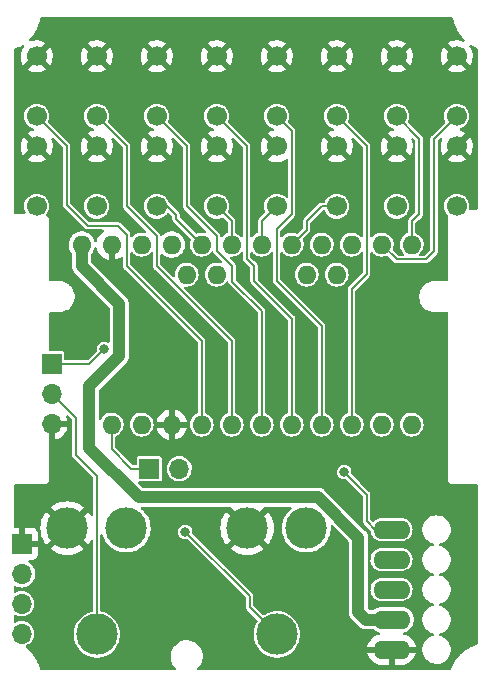
<source format=gbr>
%TF.GenerationSoftware,KiCad,Pcbnew,(6.0.7)*%
%TF.CreationDate,2022-08-14T18:42:22+02:00*%
%TF.ProjectId,BURC_Encoder_JRFormat,42555243-5f45-46e6-936f-6465725f4a52,v1.0*%
%TF.SameCoordinates,Original*%
%TF.FileFunction,Copper,L2,Bot*%
%TF.FilePolarity,Positive*%
%FSLAX46Y46*%
G04 Gerber Fmt 4.6, Leading zero omitted, Abs format (unit mm)*
G04 Created by KiCad (PCBNEW (6.0.7)) date 2022-08-14 18:42:22*
%MOMM*%
%LPD*%
G01*
G04 APERTURE LIST*
%TA.AperFunction,ComponentPad*%
%ADD10R,1.700000X1.700000*%
%TD*%
%TA.AperFunction,ComponentPad*%
%ADD11O,1.700000X1.700000*%
%TD*%
%TA.AperFunction,ComponentPad*%
%ADD12C,1.700000*%
%TD*%
%TA.AperFunction,ComponentPad*%
%ADD13C,3.500000*%
%TD*%
%TA.AperFunction,ComponentPad*%
%ADD14O,3.133600X1.566800*%
%TD*%
%TA.AperFunction,ComponentPad*%
%ADD15O,1.600000X1.600000*%
%TD*%
%TA.AperFunction,ViaPad*%
%ADD16C,0.800000*%
%TD*%
%TA.AperFunction,Conductor*%
%ADD17C,0.210000*%
%TD*%
%TA.AperFunction,Conductor*%
%ADD18C,1.000000*%
%TD*%
G04 APERTURE END LIST*
D10*
%TO.P,J4,1,Pin_1*%
%TO.N,GND*%
X129540000Y-121920000D03*
D11*
%TO.P,J4,2,Pin_2*%
%TO.N,+5V*%
X129540000Y-124460000D03*
%TO.P,J4,3,Pin_3*%
%TO.N,/A4*%
X129540000Y-127000000D03*
%TO.P,J4,4,Pin_4*%
%TO.N,Net-(J2-Pad2)*%
X129540000Y-129540000D03*
%TD*%
D12*
%TO.P,SW12,1,A*%
%TO.N,GND*%
X151130000Y-88265000D03*
%TO.P,SW12,2,B*%
%TO.N,/C12*%
X151130000Y-93345000D03*
%TD*%
D13*
%TO.P,U2,1,Vin*%
%TO.N,+5V*%
X153630000Y-120595000D03*
%TO.P,U2,2,Vout*%
%TO.N,/A4*%
X151130000Y-129595000D03*
%TO.P,U2,3,GND*%
%TO.N,GND*%
X148630000Y-120595000D03*
%TD*%
D12*
%TO.P,SW7,1,A*%
%TO.N,GND*%
X161290000Y-80645000D03*
%TO.P,SW7,2,B*%
%TO.N,/C7*%
X161290000Y-85725000D03*
%TD*%
%TO.P,SW5,1,A*%
%TO.N,GND*%
X151130000Y-80645000D03*
%TO.P,SW5,2,B*%
%TO.N,/C5*%
X151130000Y-85725000D03*
%TD*%
D10*
%TO.P,J2,1,Pin_1*%
%TO.N,/A5*%
X132080000Y-106680000D03*
D11*
%TO.P,J2,2,Pin_2*%
%TO.N,Net-(J2-Pad2)*%
X132080000Y-109220000D03*
%TO.P,J2,3,Pin_3*%
%TO.N,GND*%
X132080000Y-111760000D03*
%TD*%
D14*
%TO.P,J1,1,J*%
%TO.N,Net-(J1-Pad1)*%
X160849221Y-120719532D03*
%TO.P,J1,2,J*%
%TO.N,Net-(J1-Pad2)*%
X160849221Y-123259532D03*
%TO.P,J1,3,J*%
%TO.N,Net-(J1-Pad3)*%
X160849221Y-125799532D03*
%TO.P,J1,4,J*%
%TO.N,Net-(J1-Pad4)*%
X160849221Y-128339532D03*
%TO.P,J1,5,J*%
%TO.N,GND*%
X160849221Y-130879532D03*
%TD*%
D12*
%TO.P,SW13,1,A*%
%TO.N,GND*%
X146050000Y-88265000D03*
%TO.P,SW13,2,B*%
%TO.N,/C13*%
X146050000Y-93345000D03*
%TD*%
%TO.P,SW10,1,A*%
%TO.N,GND*%
X161290000Y-88265000D03*
%TO.P,SW10,2,B*%
%TO.N,/C10*%
X161290000Y-93345000D03*
%TD*%
%TO.P,SW1,1,A*%
%TO.N,GND*%
X130810000Y-80645000D03*
%TO.P,SW1,2,B*%
%TO.N,/C1*%
X130810000Y-85725000D03*
%TD*%
%TO.P,SW3,1,A*%
%TO.N,GND*%
X140970000Y-80645000D03*
%TO.P,SW3,2,B*%
%TO.N,/C3*%
X140970000Y-85725000D03*
%TD*%
%TO.P,SW16,1,A*%
%TO.N,GND*%
X130810000Y-88265000D03*
%TO.P,SW16,2,B*%
%TO.N,/C16*%
X130810000Y-93345000D03*
%TD*%
%TO.P,SW8,1,A*%
%TO.N,GND*%
X166370000Y-80645000D03*
%TO.P,SW8,2,B*%
%TO.N,/C8*%
X166370000Y-85725000D03*
%TD*%
%TO.P,SW9,1,A*%
%TO.N,GND*%
X166370000Y-88265000D03*
%TO.P,SW9,2,B*%
%TO.N,/C9*%
X166370000Y-93345000D03*
%TD*%
%TO.P,SW2,1,A*%
%TO.N,GND*%
X135890000Y-80645000D03*
%TO.P,SW2,2,B*%
%TO.N,/C2*%
X135890000Y-85725000D03*
%TD*%
D13*
%TO.P,U3,1,Vin*%
%TO.N,+5V*%
X138390000Y-120595000D03*
%TO.P,U3,2,Vout*%
%TO.N,Net-(J2-Pad2)*%
X135890000Y-129595000D03*
%TO.P,U3,3,GND*%
%TO.N,GND*%
X133390000Y-120595000D03*
%TD*%
D12*
%TO.P,SW4,1,A*%
%TO.N,GND*%
X146050000Y-80645000D03*
%TO.P,SW4,2,B*%
%TO.N,/C4*%
X146050000Y-85725000D03*
%TD*%
D15*
%TO.P,U1,2,D0/RX*%
%TO.N,Net-(J3-Pad1)*%
X137160000Y-111825000D03*
%TO.P,U1,3,~{RESET}*%
%TO.N,unconnected-(U1-Pad3)*%
X139700000Y-111825000D03*
%TO.P,U1,4,GND*%
%TO.N,GND*%
X142240000Y-111825000D03*
%TO.P,U1,5,D2*%
%TO.N,/C1*%
X144780000Y-111825000D03*
%TO.P,U1,6,D3*%
%TO.N,/C2*%
X147320000Y-111825000D03*
%TO.P,U1,7,D4*%
%TO.N,/C3*%
X149860000Y-111825000D03*
%TO.P,U1,8,D5*%
%TO.N,/C4*%
X152400000Y-111825000D03*
%TO.P,U1,9,D6*%
%TO.N,/C5*%
X154940000Y-111825000D03*
%TO.P,U1,10,D7*%
%TO.N,/C6*%
X157480000Y-111825000D03*
%TO.P,U1,11,D8*%
%TO.N,Net-(R3-Pad1)*%
X160020000Y-111825000D03*
%TO.P,U1,12,D9*%
%TO.N,Net-(R2-Pad1)*%
X162560000Y-111825000D03*
%TO.P,U1,13,D10*%
%TO.N,/C7*%
X162560000Y-96585000D03*
%TO.P,U1,14,D11*%
%TO.N,/C8*%
X160020000Y-96585000D03*
%TO.P,U1,15,D12*%
%TO.N,/C9*%
X157480000Y-96585000D03*
%TO.P,U1,16,D13*%
%TO.N,/C10*%
X154940000Y-96585000D03*
%TO.P,U1,17,A0*%
%TO.N,/C11*%
X152400000Y-96585000D03*
%TO.P,U1,18,A1*%
%TO.N,/C12*%
X149860000Y-96585000D03*
%TO.P,U1,19,A2*%
%TO.N,/C13*%
X147320000Y-96585000D03*
%TO.P,U1,20,A3*%
%TO.N,/C14*%
X144780000Y-96585000D03*
%TO.P,U1,21,+5V*%
%TO.N,+5V*%
X142240000Y-96585000D03*
%TO.P,U1,22*%
%TO.N,N/C*%
X139700000Y-96585000D03*
%TO.P,U1,23,GND*%
%TO.N,GND*%
X137160000Y-96585000D03*
%TO.P,U1,24,RAW*%
%TO.N,Net-(J1-Pad4)*%
X134620000Y-96585000D03*
%TO.P,U1,25,A5*%
%TO.N,/A5*%
X143510000Y-99125000D03*
%TO.P,U1,26,A4*%
%TO.N,/A4*%
X146050000Y-99125000D03*
%TO.P,U1,27,A7*%
%TO.N,/C16*%
X153670000Y-99125000D03*
%TO.P,U1,28,A6*%
%TO.N,/C15*%
X156210000Y-99125000D03*
%TD*%
D12*
%TO.P,SW15,1,A*%
%TO.N,GND*%
X135890000Y-88265000D03*
%TO.P,SW15,2,B*%
%TO.N,/C15*%
X135890000Y-93345000D03*
%TD*%
%TO.P,SW6,1,A*%
%TO.N,GND*%
X156210000Y-80645000D03*
%TO.P,SW6,2,B*%
%TO.N,/C6*%
X156210000Y-85725000D03*
%TD*%
%TO.P,SW14,1,A*%
%TO.N,GND*%
X140970000Y-88265000D03*
%TO.P,SW14,2,B*%
%TO.N,/C14*%
X140970000Y-93345000D03*
%TD*%
D10*
%TO.P,J3,1,Pin_1*%
%TO.N,Net-(J3-Pad1)*%
X140335000Y-115570000D03*
D11*
%TO.P,J3,2,Pin_2*%
%TO.N,Net-(J3-Pad2)*%
X142875000Y-115570000D03*
%TD*%
D12*
%TO.P,SW11,1,A*%
%TO.N,GND*%
X156210000Y-88265000D03*
%TO.P,SW11,2,B*%
%TO.N,/C11*%
X156210000Y-93345000D03*
%TD*%
D16*
%TO.N,Net-(J1-Pad1)*%
X156845000Y-115850000D03*
%TO.N,GND*%
X151511000Y-116459000D03*
%TO.N,/A5*%
X136525000Y-105410000D03*
%TO.N,/A4*%
X143383000Y-120904000D03*
%TD*%
D17*
%TO.N,Net-(J2-Pad2)*%
X134112000Y-111252000D02*
X132080000Y-109220000D01*
X135890000Y-116205000D02*
X134112000Y-114427000D01*
X134112000Y-114427000D02*
X134112000Y-111252000D01*
X135890000Y-129595000D02*
X135890000Y-116205000D01*
%TO.N,Net-(J1-Pad1)*%
X156845000Y-115850000D02*
X158750000Y-117755000D01*
X159454532Y-120719532D02*
X160849221Y-120719532D01*
X158750000Y-117755000D02*
X158750000Y-120015000D01*
X158750000Y-120015000D02*
X159454532Y-120719532D01*
D18*
%TO.N,Net-(J1-Pad4)*%
X139446000Y-117983000D02*
X135255000Y-113792000D01*
X137795000Y-101600000D02*
X134620000Y-98425000D01*
X134620000Y-98425000D02*
X134620000Y-96585000D01*
X158680468Y-128339532D02*
X158045468Y-127704532D01*
X158045468Y-121390081D02*
X154638387Y-117983000D01*
X158045468Y-127704532D02*
X158045468Y-121390081D01*
X135255000Y-108585000D02*
X137795000Y-106045000D01*
X137795000Y-106045000D02*
X137795000Y-101600000D01*
X135255000Y-113792000D02*
X135255000Y-108585000D01*
X160849221Y-128339532D02*
X158680468Y-128339532D01*
X154638387Y-117983000D02*
X139446000Y-117983000D01*
D17*
%TO.N,/C1*%
X137668000Y-94996000D02*
X135128000Y-94996000D01*
X135128000Y-94996000D02*
X133350000Y-93218000D01*
X144780000Y-111825000D02*
X144780000Y-104775000D01*
X133350000Y-93218000D02*
X133350000Y-88265000D01*
X133350000Y-88265000D02*
X130810000Y-85725000D01*
X138430000Y-98425000D02*
X138430000Y-95758000D01*
X138430000Y-95758000D02*
X137668000Y-94996000D01*
X144780000Y-104775000D02*
X138430000Y-98425000D01*
%TO.N,/C2*%
X138430000Y-93345000D02*
X140970000Y-95885000D01*
X135890000Y-85725000D02*
X138430000Y-88265000D01*
X147320000Y-104775000D02*
X147320000Y-111825000D01*
X140970000Y-98425000D02*
X147320000Y-104775000D01*
X138430000Y-88265000D02*
X138430000Y-93345000D01*
X140970000Y-95885000D02*
X140970000Y-98425000D01*
%TO.N,/C3*%
X140970000Y-85725000D02*
X143510000Y-88265000D01*
X146050000Y-95885000D02*
X146050000Y-97103981D01*
X143510000Y-88265000D02*
X143510000Y-93345000D01*
X146050000Y-97103981D02*
X147345510Y-98399490D01*
X147345510Y-99720510D02*
X149860000Y-102235000D01*
X149860000Y-102235000D02*
X149860000Y-111825000D01*
X143510000Y-93345000D02*
X146050000Y-95885000D01*
X147345510Y-98399490D02*
X147345510Y-99720510D01*
%TO.N,/C4*%
X148590000Y-97790000D02*
X149225000Y-98425000D01*
X152400000Y-102870000D02*
X152400000Y-111825000D01*
X146050000Y-85725000D02*
X148590000Y-88265000D01*
X149225000Y-98425000D02*
X149225000Y-99695000D01*
X149225000Y-99695000D02*
X152400000Y-102870000D01*
X148590000Y-88265000D02*
X148590000Y-97790000D01*
%TO.N,/C5*%
X152400000Y-86995000D02*
X152400000Y-93980000D01*
X151130000Y-99695000D02*
X154940000Y-103505000D01*
X151130000Y-85725000D02*
X152400000Y-86995000D01*
X151130000Y-95250000D02*
X151130000Y-99695000D01*
X152400000Y-93980000D02*
X151130000Y-95250000D01*
X154940000Y-103505000D02*
X154940000Y-111825000D01*
%TO.N,/C6*%
X158750000Y-88265000D02*
X156210000Y-85725000D01*
X157480000Y-100330000D02*
X158750000Y-99060000D01*
X158750000Y-99060000D02*
X158750000Y-88265000D01*
X157480000Y-111825000D02*
X157480000Y-100330000D01*
%TO.N,Net-(J3-Pad1)*%
X138811000Y-115570000D02*
X140335000Y-115570000D01*
X137160000Y-111825000D02*
X137160000Y-113919000D01*
X137160000Y-113919000D02*
X138811000Y-115570000D01*
%TO.N,/C7*%
X162560000Y-94615000D02*
X163195000Y-93980000D01*
X163195000Y-88265000D02*
X163195000Y-87630000D01*
X163195000Y-93980000D02*
X163195000Y-88265000D01*
X162560000Y-96585000D02*
X162560000Y-94615000D01*
X163195000Y-87630000D02*
X161290000Y-85725000D01*
%TO.N,/C8*%
X164465000Y-88265000D02*
X164465000Y-87630000D01*
X160020000Y-96585000D02*
X161285000Y-97850000D01*
X163770000Y-97850000D02*
X164465000Y-97155000D01*
X161285000Y-97850000D02*
X163770000Y-97850000D01*
X164465000Y-87630000D02*
X166370000Y-85725000D01*
X164465000Y-97155000D02*
X164465000Y-88265000D01*
%TO.N,/C11*%
X154940000Y-93345000D02*
X156210000Y-93345000D01*
X152400000Y-96585000D02*
X153670000Y-95315000D01*
X153670000Y-95315000D02*
X153670000Y-94615000D01*
X153670000Y-94615000D02*
X154940000Y-93345000D01*
%TO.N,/C12*%
X149860000Y-96585000D02*
X149860000Y-94615000D01*
X149860000Y-94615000D02*
X151130000Y-93345000D01*
%TO.N,/C13*%
X147320000Y-94615000D02*
X146050000Y-93345000D01*
X147320000Y-96585000D02*
X147320000Y-94615000D01*
%TO.N,/C14*%
X142621000Y-94426000D02*
X142621000Y-94107000D01*
X142621000Y-94107000D02*
X141859000Y-93345000D01*
X144780000Y-96585000D02*
X142621000Y-94426000D01*
X141859000Y-93345000D02*
X140970000Y-93345000D01*
%TO.N,/A5*%
X132080000Y-106680000D02*
X135255000Y-106680000D01*
X135255000Y-106680000D02*
X136525000Y-105410000D01*
%TO.N,/A4*%
X148844000Y-127309000D02*
X151130000Y-129595000D01*
X143383000Y-120904000D02*
X148844000Y-126365000D01*
X148844000Y-126365000D02*
X148844000Y-127309000D01*
%TD*%
%TA.AperFunction,Conductor*%
%TO.N,GND*%
G36*
X166054748Y-77380362D02*
G01*
X166092528Y-77432362D01*
X166095345Y-77442876D01*
X166138738Y-77647040D01*
X166139770Y-77661469D01*
X166140681Y-77661401D01*
X166141232Y-77668724D01*
X166140748Y-77676048D01*
X166142149Y-77682434D01*
X166142934Y-77684853D01*
X166142934Y-77684854D01*
X166152399Y-77714032D01*
X166155199Y-77724494D01*
X166155709Y-77726894D01*
X166155713Y-77726907D01*
X166156709Y-77731593D01*
X166158549Y-77736024D01*
X166158550Y-77736028D01*
X166161456Y-77743028D01*
X166164332Y-77750818D01*
X166239683Y-77983101D01*
X166242244Y-77997466D01*
X166243099Y-77997310D01*
X166244418Y-78004536D01*
X166244708Y-78011873D01*
X166246774Y-78018076D01*
X166255171Y-78036924D01*
X166260193Y-78048197D01*
X166264115Y-78058419D01*
X166264799Y-78060528D01*
X166264802Y-78060535D01*
X166266281Y-78065094D01*
X166268568Y-78069303D01*
X166268569Y-78069304D01*
X166272313Y-78076192D01*
X166275935Y-78083531D01*
X166375445Y-78306893D01*
X166379460Y-78320777D01*
X166380337Y-78320521D01*
X166382398Y-78327567D01*
X166383448Y-78334833D01*
X166386147Y-78340789D01*
X166387422Y-78342999D01*
X166402760Y-78369590D01*
X166407669Y-78379226D01*
X166408689Y-78381514D01*
X166410639Y-78385891D01*
X166413356Y-78389835D01*
X166413357Y-78389837D01*
X166417644Y-78396061D01*
X166422084Y-78403093D01*
X166544105Y-78614634D01*
X166549577Y-78628101D01*
X166550398Y-78627764D01*
X166553183Y-78634551D01*
X166554988Y-78641668D01*
X166558295Y-78647309D01*
X166559778Y-78649351D01*
X166559779Y-78649353D01*
X166577745Y-78674096D01*
X166583674Y-78683234D01*
X166587237Y-78689410D01*
X166590351Y-78693052D01*
X166595361Y-78698913D01*
X166600464Y-78705385D01*
X166743979Y-78903034D01*
X166750835Y-78915866D01*
X166751613Y-78915446D01*
X166755095Y-78921907D01*
X166757636Y-78928795D01*
X166761516Y-78934058D01*
X166763226Y-78935957D01*
X166783646Y-78958638D01*
X166790511Y-78967118D01*
X166794685Y-78972866D01*
X166798156Y-78976156D01*
X166798157Y-78976157D01*
X166803776Y-78981483D01*
X166809521Y-78987378D01*
X166827020Y-79006814D01*
X166973060Y-79169022D01*
X166981171Y-79181006D01*
X166981925Y-79180491D01*
X166986060Y-79186553D01*
X166989305Y-79193141D01*
X166993711Y-79197971D01*
X167018390Y-79220214D01*
X167026043Y-79227872D01*
X167027965Y-79230007D01*
X167054102Y-79288728D01*
X167040733Y-79351597D01*
X166992963Y-79394602D01*
X166929039Y-79401314D01*
X166915955Y-79397624D01*
X166722111Y-79328980D01*
X166713874Y-79326804D01*
X166502438Y-79289142D01*
X166493971Y-79288342D01*
X166279221Y-79285717D01*
X166270719Y-79286312D01*
X166058434Y-79318796D01*
X166050148Y-79320770D01*
X165846003Y-79387494D01*
X165838166Y-79390789D01*
X165647662Y-79489959D01*
X165640458Y-79494496D01*
X165618360Y-79511088D01*
X165610304Y-79522552D01*
X165610329Y-79524145D01*
X165613600Y-79529390D01*
X167481639Y-81397429D01*
X167494123Y-81403790D01*
X167495116Y-81403633D01*
X167500550Y-81398967D01*
X167535531Y-81350286D01*
X167539912Y-81342994D01*
X167635077Y-81150445D01*
X167638203Y-81142549D01*
X167700641Y-80937041D01*
X167702437Y-80928732D01*
X167730666Y-80714311D01*
X167731095Y-80708800D01*
X167732586Y-80647773D01*
X167732426Y-80642232D01*
X167714707Y-80426697D01*
X167713318Y-80418307D01*
X167660996Y-80210007D01*
X167658250Y-80201941D01*
X167572613Y-80004988D01*
X167568597Y-79997499D01*
X167460800Y-79830869D01*
X167444273Y-79768755D01*
X167467412Y-79708789D01*
X167521379Y-79673876D01*
X167585561Y-79677352D01*
X167600183Y-79684348D01*
X167807863Y-79804442D01*
X167819358Y-79813393D01*
X167819895Y-79812698D01*
X167825702Y-79817185D01*
X167830824Y-79822445D01*
X167836508Y-79825676D01*
X167854391Y-79833643D01*
X167866680Y-79839118D01*
X167876418Y-79844086D01*
X167877910Y-79844949D01*
X167882528Y-79847619D01*
X167894389Y-79851817D01*
X167901999Y-79854853D01*
X168077823Y-79933184D01*
X168125579Y-79976204D01*
X168139500Y-80028183D01*
X168139500Y-93535500D01*
X168119638Y-93596630D01*
X168067638Y-93634410D01*
X168035500Y-93639500D01*
X167519735Y-93639500D01*
X167458605Y-93619638D01*
X167420825Y-93567638D01*
X167416555Y-93522465D01*
X167417539Y-93514678D01*
X167435216Y-93374754D01*
X167435631Y-93345000D01*
X167433677Y-93325066D01*
X167418593Y-93171238D01*
X167415336Y-93138018D01*
X167355225Y-92938920D01*
X167350510Y-92930051D01*
X167259973Y-92759776D01*
X167259972Y-92759774D01*
X167257587Y-92755289D01*
X167191864Y-92674704D01*
X167129355Y-92598060D01*
X167129352Y-92598057D01*
X167126141Y-92594120D01*
X166965893Y-92461552D01*
X166782949Y-92362634D01*
X166778090Y-92361130D01*
X166778088Y-92361129D01*
X166589131Y-92302637D01*
X166589129Y-92302637D01*
X166584275Y-92301134D01*
X166579221Y-92300603D01*
X166579217Y-92300602D01*
X166382495Y-92279926D01*
X166382491Y-92279926D01*
X166377439Y-92279395D01*
X166273880Y-92288820D01*
X166175383Y-92297783D01*
X166175380Y-92297784D01*
X166170321Y-92298244D01*
X165970808Y-92356964D01*
X165786500Y-92453318D01*
X165683677Y-92535989D01*
X165628379Y-92580450D01*
X165628376Y-92580453D01*
X165624417Y-92583636D01*
X165490733Y-92742954D01*
X165390541Y-92925203D01*
X165327656Y-93123443D01*
X165304473Y-93330121D01*
X165305966Y-93347904D01*
X165320625Y-93522465D01*
X165321876Y-93537367D01*
X165323278Y-93542256D01*
X165376443Y-93727665D01*
X165379201Y-93737285D01*
X165474266Y-93922261D01*
X165603449Y-94085249D01*
X165607322Y-94088545D01*
X165610315Y-94091645D01*
X165638489Y-94149417D01*
X165639500Y-94163886D01*
X165639500Y-99585500D01*
X165619638Y-99646630D01*
X165567638Y-99684410D01*
X165535500Y-99689500D01*
X164536264Y-99689500D01*
X164518205Y-99687920D01*
X164508961Y-99686290D01*
X164500000Y-99684710D01*
X164496801Y-99685274D01*
X164283560Y-99702944D01*
X164073023Y-99756259D01*
X163874133Y-99843500D01*
X163870526Y-99845856D01*
X163870527Y-99845856D01*
X163695917Y-99959934D01*
X163695914Y-99959936D01*
X163692316Y-99962287D01*
X163669328Y-99983449D01*
X163535698Y-100106464D01*
X163535694Y-100106468D01*
X163532530Y-100109381D01*
X163526832Y-100116702D01*
X163401772Y-100277378D01*
X163401769Y-100277382D01*
X163399134Y-100280768D01*
X163295766Y-100471774D01*
X163294371Y-100475839D01*
X163294370Y-100475840D01*
X163284785Y-100503762D01*
X163225247Y-100677189D01*
X163189500Y-100891409D01*
X163189500Y-101108591D01*
X163225247Y-101322811D01*
X163226642Y-101326876D01*
X163226643Y-101326878D01*
X163294108Y-101523396D01*
X163295766Y-101528226D01*
X163399134Y-101719232D01*
X163401769Y-101722618D01*
X163401772Y-101722622D01*
X163471078Y-101811666D01*
X163532530Y-101890619D01*
X163535694Y-101893532D01*
X163535698Y-101893536D01*
X163610645Y-101962529D01*
X163692316Y-102037713D01*
X163695914Y-102040064D01*
X163695917Y-102040066D01*
X163775638Y-102092150D01*
X163874133Y-102156500D01*
X164073023Y-102243741D01*
X164283560Y-102297056D01*
X164440841Y-102310089D01*
X164442396Y-102310230D01*
X164445151Y-102310500D01*
X164445073Y-102311292D01*
X164445716Y-102311536D01*
X164445802Y-102310500D01*
X164496801Y-102314726D01*
X164500000Y-102315290D01*
X164518205Y-102312080D01*
X164536264Y-102310500D01*
X165535500Y-102310500D01*
X165596630Y-102330362D01*
X165634410Y-102382362D01*
X165639500Y-102414500D01*
X165639500Y-116479635D01*
X165639112Y-116488608D01*
X165636751Y-116515872D01*
X165635642Y-116528676D01*
X165645710Y-116569209D01*
X165647363Y-116577191D01*
X165652691Y-116609199D01*
X165654220Y-116618387D01*
X165658301Y-116625951D01*
X165660190Y-116631467D01*
X165662502Y-116636809D01*
X165664574Y-116645152D01*
X165687236Y-116680250D01*
X165691379Y-116687256D01*
X165711210Y-116724008D01*
X165717521Y-116729842D01*
X165721091Y-116734444D01*
X165725012Y-116738754D01*
X165729676Y-116745976D01*
X165736426Y-116751297D01*
X165762469Y-116771828D01*
X165768678Y-116777131D01*
X165799340Y-116805475D01*
X165807204Y-116808952D01*
X165812073Y-116812150D01*
X165817174Y-116814954D01*
X165823926Y-116820277D01*
X165832039Y-116823126D01*
X165863322Y-116834112D01*
X165870915Y-116837118D01*
X165890508Y-116845780D01*
X165909108Y-116854003D01*
X165917671Y-116854745D01*
X165924585Y-116856520D01*
X165924590Y-116856498D01*
X165930990Y-116857875D01*
X165937162Y-116860043D01*
X165942439Y-116860500D01*
X165979635Y-116860500D01*
X165988608Y-116860888D01*
X166020115Y-116863617D01*
X166020117Y-116863617D01*
X166028676Y-116864358D01*
X166037014Y-116862287D01*
X166045588Y-116861612D01*
X166045609Y-116861885D01*
X166056932Y-116860500D01*
X168035500Y-116860500D01*
X168096630Y-116880362D01*
X168134410Y-116932362D01*
X168139500Y-116964500D01*
X168139500Y-130369870D01*
X168119638Y-130431000D01*
X168067590Y-130468795D01*
X167918752Y-130517076D01*
X167904383Y-130519639D01*
X167904539Y-130520494D01*
X167897319Y-130521811D01*
X167889985Y-130522101D01*
X167883781Y-130524166D01*
X167853659Y-130537585D01*
X167843436Y-130541508D01*
X167841321Y-130542194D01*
X167841315Y-130542197D01*
X167836764Y-130543673D01*
X167832558Y-130545959D01*
X167832555Y-130545960D01*
X167825670Y-130549702D01*
X167818334Y-130553323D01*
X167594965Y-130652837D01*
X167581078Y-130656853D01*
X167581334Y-130657730D01*
X167574289Y-130659790D01*
X167567025Y-130660840D01*
X167561070Y-130663538D01*
X167558872Y-130664806D01*
X167558858Y-130664813D01*
X167532257Y-130680157D01*
X167522620Y-130685067D01*
X167515967Y-130688031D01*
X167512031Y-130690743D01*
X167512023Y-130690747D01*
X167505804Y-130695032D01*
X167498773Y-130699472D01*
X167369262Y-130774176D01*
X167287224Y-130821497D01*
X167273757Y-130826969D01*
X167274094Y-130827790D01*
X167267307Y-130830575D01*
X167260190Y-130832380D01*
X167254549Y-130835687D01*
X167252507Y-130837170D01*
X167252505Y-130837171D01*
X167227762Y-130855137D01*
X167218624Y-130861066D01*
X167212448Y-130864629D01*
X167203538Y-130872246D01*
X167202945Y-130872753D01*
X167196473Y-130877856D01*
X166998824Y-131021371D01*
X166985996Y-131028225D01*
X166986416Y-131029003D01*
X166979956Y-131032485D01*
X166973063Y-131035028D01*
X166967801Y-131038908D01*
X166965919Y-131040602D01*
X166965917Y-131040604D01*
X166943215Y-131061043D01*
X166934744Y-131067900D01*
X166928992Y-131072077D01*
X166925699Y-131075551D01*
X166925698Y-131075552D01*
X166920372Y-131081171D01*
X166914483Y-131086911D01*
X166846569Y-131148056D01*
X166732839Y-131250449D01*
X166720856Y-131258567D01*
X166721367Y-131259317D01*
X166715304Y-131263453D01*
X166708717Y-131266697D01*
X166703887Y-131271103D01*
X166702190Y-131272986D01*
X166702172Y-131273004D01*
X166681648Y-131295776D01*
X166673987Y-131303434D01*
X166672165Y-131305075D01*
X166672161Y-131305079D01*
X166668598Y-131308287D01*
X166665684Y-131312091D01*
X166661070Y-131318115D01*
X166655763Y-131324498D01*
X166492201Y-131505975D01*
X166481046Y-131515366D01*
X166481613Y-131516034D01*
X166476016Y-131520786D01*
X166469807Y-131524704D01*
X166465466Y-131529594D01*
X166446059Y-131556311D01*
X166439191Y-131564789D01*
X166434475Y-131570022D01*
X166431975Y-131574105D01*
X166427891Y-131580775D01*
X166423352Y-131587572D01*
X166279655Y-131785399D01*
X166269648Y-131795800D01*
X166270314Y-131796437D01*
X166265238Y-131801746D01*
X166259472Y-131806285D01*
X166255662Y-131811599D01*
X166254395Y-131813790D01*
X166254386Y-131813804D01*
X166238999Y-131840414D01*
X166233110Y-131849477D01*
X166231626Y-131851519D01*
X166231622Y-131851526D01*
X166228810Y-131855397D01*
X166223526Y-131866504D01*
X166219646Y-131873882D01*
X166150250Y-131993888D01*
X166097417Y-132085253D01*
X166088470Y-132096744D01*
X166089164Y-132097280D01*
X166084673Y-132103094D01*
X166079412Y-132108216D01*
X166076182Y-132113900D01*
X166075145Y-132116228D01*
X166062740Y-132144072D01*
X166057772Y-132153810D01*
X166057396Y-132154461D01*
X166054239Y-132159920D01*
X166050041Y-132171781D01*
X166047005Y-132179391D01*
X165947461Y-132402830D01*
X165939793Y-132415153D01*
X165940554Y-132415623D01*
X165936696Y-132421872D01*
X165932000Y-132427515D01*
X165929381Y-132433506D01*
X165919380Y-132464256D01*
X165919134Y-132465013D01*
X165915232Y-132475171D01*
X165912317Y-132481714D01*
X165911204Y-132486364D01*
X165911200Y-132486375D01*
X165909414Y-132493836D01*
X165907174Y-132501784D01*
X165885748Y-132567665D01*
X165847954Y-132619655D01*
X165786847Y-132639500D01*
X144488596Y-132639500D01*
X144427466Y-132619638D01*
X144389686Y-132567638D01*
X144389686Y-132503362D01*
X144416810Y-132460249D01*
X144529449Y-132352796D01*
X144532638Y-132349754D01*
X144626068Y-132224180D01*
X144667828Y-132168053D01*
X144667830Y-132168050D01*
X144670460Y-132164515D01*
X144714033Y-132078814D01*
X144773102Y-131962635D01*
X144773104Y-131962629D01*
X144775100Y-131958704D01*
X144843567Y-131738204D01*
X144863528Y-131587601D01*
X144873325Y-131513684D01*
X144873325Y-131513679D01*
X144873903Y-131509320D01*
X144865241Y-131278597D01*
X144864114Y-131273227D01*
X144818733Y-131056939D01*
X144818732Y-131056936D01*
X144817829Y-131052632D01*
X144812437Y-131038977D01*
X144769911Y-130931296D01*
X144733022Y-130837887D01*
X144613245Y-130640500D01*
X144603685Y-130629483D01*
X144464809Y-130469443D01*
X144464804Y-130469438D01*
X144461922Y-130466117D01*
X144283382Y-130319722D01*
X144271405Y-130312904D01*
X144135395Y-130235483D01*
X144082728Y-130205503D01*
X143865698Y-130126725D01*
X143638497Y-130085641D01*
X143627172Y-130085107D01*
X143615498Y-130084556D01*
X143615483Y-130084556D01*
X143614303Y-130084500D01*
X143452029Y-130084500D01*
X143449853Y-130084685D01*
X143449844Y-130084685D01*
X143284324Y-130098730D01*
X143284323Y-130098730D01*
X143279941Y-130099102D01*
X143275683Y-130100207D01*
X143275684Y-130100207D01*
X143067411Y-130154264D01*
X143056461Y-130157106D01*
X142845948Y-130251935D01*
X142654423Y-130380877D01*
X142487362Y-130540246D01*
X142457443Y-130580459D01*
X142370443Y-130697391D01*
X142349540Y-130725485D01*
X142345532Y-130733369D01*
X142246898Y-130927365D01*
X142246896Y-130927371D01*
X142244900Y-130931296D01*
X142176433Y-131151796D01*
X142175854Y-131156165D01*
X142150908Y-131344384D01*
X142146097Y-131380680D01*
X142154759Y-131611403D01*
X142155663Y-131615711D01*
X142155663Y-131615712D01*
X142200214Y-131828040D01*
X142202171Y-131837368D01*
X142203787Y-131841461D01*
X142203788Y-131841463D01*
X142222888Y-131889827D01*
X142286978Y-132052113D01*
X142289265Y-132055881D01*
X142289265Y-132055882D01*
X142303313Y-132079032D01*
X142406755Y-132249500D01*
X142409638Y-132252823D01*
X142409640Y-132252825D01*
X142555191Y-132420557D01*
X142555196Y-132420562D01*
X142558078Y-132423883D01*
X142561483Y-132426675D01*
X142596123Y-132455078D01*
X142630800Y-132509197D01*
X142627044Y-132573363D01*
X142586290Y-132623066D01*
X142530181Y-132639500D01*
X131190921Y-132639500D01*
X131129791Y-132619638D01*
X131092011Y-132567638D01*
X131087213Y-132543293D01*
X131086858Y-132538568D01*
X131087342Y-132531236D01*
X131085941Y-132524850D01*
X131080839Y-132509123D01*
X131075691Y-132493252D01*
X131072891Y-132482790D01*
X131072381Y-132480390D01*
X131072377Y-132480377D01*
X131071381Y-132475691D01*
X131069100Y-132470197D01*
X131066634Y-132464256D01*
X131063758Y-132456466D01*
X131055707Y-132431647D01*
X130988406Y-132224178D01*
X130985843Y-132209809D01*
X130984988Y-132209965D01*
X130983671Y-132202745D01*
X130983381Y-132195411D01*
X130981316Y-132189207D01*
X130967897Y-132159085D01*
X130963974Y-132148862D01*
X130963288Y-132146747D01*
X130963285Y-132146741D01*
X130961809Y-132142190D01*
X130955780Y-132131096D01*
X130952159Y-132123760D01*
X130852645Y-131900391D01*
X130848629Y-131886504D01*
X130847752Y-131886760D01*
X130845692Y-131879715D01*
X130844642Y-131872451D01*
X130841944Y-131866496D01*
X130840676Y-131864298D01*
X130840669Y-131864284D01*
X130825325Y-131837683D01*
X130820412Y-131828040D01*
X130819397Y-131825762D01*
X130817451Y-131821393D01*
X130814739Y-131817457D01*
X130814735Y-131817449D01*
X130810450Y-131811230D01*
X130806006Y-131804192D01*
X130801899Y-131797071D01*
X130708907Y-131635856D01*
X130683985Y-131592650D01*
X130678513Y-131579183D01*
X130677692Y-131579520D01*
X130674907Y-131572733D01*
X130673102Y-131565616D01*
X130669795Y-131559975D01*
X130667125Y-131556297D01*
X130650345Y-131533188D01*
X130644415Y-131524049D01*
X130643248Y-131522026D01*
X130640853Y-131517874D01*
X130632729Y-131508371D01*
X130627626Y-131501899D01*
X130484111Y-131304250D01*
X130477257Y-131291422D01*
X130476479Y-131291842D01*
X130472997Y-131285382D01*
X130470454Y-131278489D01*
X130466574Y-131273227D01*
X130464711Y-131271157D01*
X130444439Y-131248641D01*
X130437582Y-131240170D01*
X130433405Y-131234418D01*
X130429930Y-131231124D01*
X130424311Y-131225798D01*
X130418571Y-131219909D01*
X130288603Y-131075552D01*
X130255033Y-131038265D01*
X130246915Y-131026282D01*
X130246165Y-131026793D01*
X130242029Y-131020730D01*
X130238785Y-131014143D01*
X130234379Y-131009313D01*
X130232496Y-131007616D01*
X130232478Y-131007598D01*
X130209706Y-130987074D01*
X130202048Y-130979413D01*
X130200407Y-130977591D01*
X130200403Y-130977587D01*
X130197195Y-130974024D01*
X130187360Y-130966490D01*
X130180982Y-130961187D01*
X130166079Y-130947755D01*
X129999507Y-130797627D01*
X129990116Y-130786472D01*
X129989448Y-130787039D01*
X129984696Y-130781442D01*
X129980778Y-130775233D01*
X129975888Y-130770892D01*
X129949171Y-130751485D01*
X129940693Y-130744617D01*
X129935460Y-130739901D01*
X129924714Y-130733321D01*
X129917910Y-130728778D01*
X129899133Y-130715138D01*
X129861348Y-130663144D01*
X129861340Y-130598869D01*
X129899115Y-130546864D01*
X129921754Y-130534519D01*
X129925358Y-130533513D01*
X130110994Y-130439742D01*
X130114999Y-130436613D01*
X130115002Y-130436611D01*
X130270869Y-130314834D01*
X130270871Y-130314833D01*
X130274880Y-130311700D01*
X130392384Y-130175570D01*
X130407459Y-130158106D01*
X130407460Y-130158104D01*
X130410775Y-130154264D01*
X130450301Y-130084685D01*
X130510989Y-129977855D01*
X130510990Y-129977854D01*
X130513502Y-129973431D01*
X130515107Y-129968607D01*
X130515109Y-129968602D01*
X130577545Y-129780912D01*
X130577546Y-129780908D01*
X130579149Y-129776089D01*
X130605216Y-129569754D01*
X130605631Y-129540000D01*
X130585336Y-129333018D01*
X130525225Y-129133920D01*
X130510549Y-129106317D01*
X130429973Y-128954776D01*
X130429972Y-128954774D01*
X130427587Y-128950289D01*
X130302546Y-128796973D01*
X130299355Y-128793060D01*
X130299352Y-128793057D01*
X130296141Y-128789120D01*
X130135893Y-128656552D01*
X129952949Y-128557634D01*
X129948090Y-128556130D01*
X129948088Y-128556129D01*
X129759131Y-128497637D01*
X129759129Y-128497637D01*
X129754275Y-128496134D01*
X129749221Y-128495603D01*
X129749217Y-128495602D01*
X129552495Y-128474926D01*
X129552491Y-128474926D01*
X129547439Y-128474395D01*
X129443880Y-128483819D01*
X129345383Y-128492783D01*
X129345380Y-128492784D01*
X129340321Y-128493244D01*
X129140808Y-128551964D01*
X129136306Y-128554318D01*
X129136300Y-128554320D01*
X129012683Y-128618946D01*
X128949307Y-128629665D01*
X128891735Y-128601086D01*
X128861956Y-128544125D01*
X128860500Y-128526781D01*
X128860500Y-128012441D01*
X128880362Y-127951311D01*
X128932362Y-127913531D01*
X128996638Y-127913531D01*
X129015235Y-127921656D01*
X129113376Y-127976505D01*
X129192076Y-128002076D01*
X129306329Y-128039199D01*
X129306331Y-128039200D01*
X129311171Y-128040772D01*
X129372408Y-128048074D01*
X129512631Y-128064795D01*
X129512635Y-128064795D01*
X129517683Y-128065397D01*
X129725045Y-128049442D01*
X129729945Y-128048074D01*
X129920463Y-127994880D01*
X129920466Y-127994879D01*
X129925358Y-127993513D01*
X129929893Y-127991222D01*
X129929896Y-127991221D01*
X130050113Y-127930495D01*
X130110994Y-127899742D01*
X130114999Y-127896613D01*
X130115002Y-127896611D01*
X130270869Y-127774834D01*
X130270871Y-127774833D01*
X130274880Y-127771700D01*
X130339772Y-127696522D01*
X130407459Y-127618106D01*
X130407460Y-127618104D01*
X130410775Y-127614264D01*
X130417347Y-127602695D01*
X130510989Y-127437855D01*
X130510990Y-127437854D01*
X130513502Y-127433431D01*
X130515107Y-127428607D01*
X130515109Y-127428602D01*
X130577545Y-127240912D01*
X130577546Y-127240908D01*
X130579149Y-127236089D01*
X130605216Y-127029754D01*
X130605631Y-127000000D01*
X130585336Y-126793018D01*
X130525225Y-126593920D01*
X130492765Y-126532870D01*
X130429973Y-126414776D01*
X130429972Y-126414774D01*
X130427587Y-126410289D01*
X130338481Y-126301034D01*
X130299355Y-126253060D01*
X130299352Y-126253057D01*
X130296141Y-126249120D01*
X130135893Y-126116552D01*
X130018218Y-126052925D01*
X129957427Y-126020055D01*
X129957425Y-126020054D01*
X129952949Y-126017634D01*
X129948090Y-126016130D01*
X129948088Y-126016129D01*
X129759131Y-125957637D01*
X129759129Y-125957637D01*
X129754275Y-125956134D01*
X129749221Y-125955603D01*
X129749217Y-125955602D01*
X129552495Y-125934926D01*
X129552491Y-125934926D01*
X129547439Y-125934395D01*
X129443880Y-125943819D01*
X129345383Y-125952783D01*
X129345380Y-125952784D01*
X129340321Y-125953244D01*
X129140808Y-126011964D01*
X129136306Y-126014318D01*
X129136300Y-126014320D01*
X129012683Y-126078946D01*
X128949307Y-126089665D01*
X128891735Y-126061086D01*
X128861956Y-126004125D01*
X128860500Y-125986781D01*
X128860500Y-125589100D01*
X128880362Y-125527970D01*
X128932362Y-125490190D01*
X128996638Y-125490190D01*
X129005540Y-125493541D01*
X129179849Y-125568430D01*
X129184494Y-125569481D01*
X129184500Y-125569483D01*
X129292654Y-125593955D01*
X129387875Y-125615501D01*
X129392632Y-125615688D01*
X129392633Y-125615688D01*
X129464674Y-125618519D01*
X129600996Y-125623875D01*
X129605707Y-125623192D01*
X129807353Y-125593955D01*
X129807358Y-125593954D01*
X129812074Y-125593270D01*
X129816588Y-125591738D01*
X129816591Y-125591737D01*
X129950918Y-125546139D01*
X130014040Y-125524712D01*
X130071648Y-125492450D01*
X130195971Y-125422826D01*
X130195973Y-125422824D01*
X130200131Y-125420496D01*
X130364113Y-125284113D01*
X130500496Y-125120131D01*
X130507764Y-125107154D01*
X130602385Y-124938195D01*
X130604712Y-124934040D01*
X130653866Y-124789237D01*
X130671737Y-124736591D01*
X130671738Y-124736588D01*
X130673270Y-124732074D01*
X130703875Y-124520996D01*
X130705472Y-124460000D01*
X130703437Y-124437847D01*
X130686392Y-124252356D01*
X130685956Y-124247610D01*
X130628062Y-124042332D01*
X130605396Y-123996369D01*
X130535835Y-123855316D01*
X130533728Y-123851043D01*
X130406114Y-123680147D01*
X130402616Y-123676913D01*
X130402611Y-123676908D01*
X130252993Y-123538603D01*
X130252990Y-123538601D01*
X130249494Y-123535369D01*
X130145819Y-123469955D01*
X130104719Y-123420537D01*
X130100515Y-123356399D01*
X130134813Y-123302039D01*
X130194513Y-123278222D01*
X130201315Y-123277999D01*
X130435274Y-123277999D01*
X130440885Y-123277695D01*
X130493728Y-123271956D01*
X130506310Y-123268964D01*
X130629527Y-123222772D01*
X130642388Y-123215731D01*
X130746977Y-123137346D01*
X130757346Y-123126977D01*
X130835731Y-123022388D01*
X130842772Y-123009527D01*
X130888963Y-122886312D01*
X130891956Y-122873726D01*
X130897696Y-122820883D01*
X130898000Y-122815276D01*
X130898000Y-122363744D01*
X131986590Y-122363744D01*
X131987171Y-122367408D01*
X131988744Y-122369432D01*
X132009904Y-122387989D01*
X132015305Y-122392132D01*
X132255747Y-122552790D01*
X132261628Y-122556185D01*
X132520998Y-122684092D01*
X132527265Y-122686688D01*
X132801115Y-122779648D01*
X132807665Y-122781403D01*
X133091304Y-122837823D01*
X133098038Y-122838709D01*
X133386598Y-122857622D01*
X133393402Y-122857622D01*
X133681962Y-122838709D01*
X133688696Y-122837823D01*
X133972335Y-122781403D01*
X133978885Y-122779648D01*
X134252735Y-122686688D01*
X134259002Y-122684092D01*
X134518372Y-122556185D01*
X134524253Y-122552790D01*
X134764695Y-122392132D01*
X134770096Y-122387989D01*
X134786313Y-122373767D01*
X134793476Y-122361727D01*
X134793136Y-122358032D01*
X134791697Y-122355908D01*
X133401647Y-120965857D01*
X133389163Y-120959496D01*
X133383877Y-120960333D01*
X131992951Y-122351260D01*
X131986590Y-122363744D01*
X130898000Y-122363744D01*
X130898000Y-122190471D01*
X130893670Y-122177145D01*
X130889341Y-122174000D01*
X129390000Y-122174000D01*
X129328870Y-122154138D01*
X129291090Y-122102138D01*
X129286000Y-122070000D01*
X129286000Y-121649529D01*
X129794000Y-121649529D01*
X129798330Y-121662855D01*
X129802659Y-121666000D01*
X130881528Y-121666000D01*
X130894854Y-121661670D01*
X130897999Y-121657341D01*
X130897999Y-121024727D01*
X130897695Y-121019115D01*
X130891956Y-120966272D01*
X130888964Y-120953690D01*
X130842772Y-120830473D01*
X130835731Y-120817612D01*
X130757346Y-120713023D01*
X130746977Y-120702654D01*
X130642388Y-120624269D01*
X130629527Y-120617228D01*
X130579308Y-120598402D01*
X131127378Y-120598402D01*
X131146291Y-120886962D01*
X131147177Y-120893696D01*
X131203597Y-121177335D01*
X131205352Y-121183885D01*
X131298312Y-121457735D01*
X131300908Y-121464002D01*
X131428814Y-121723371D01*
X131432210Y-121729252D01*
X131592868Y-121969695D01*
X131597011Y-121975096D01*
X131611233Y-121991313D01*
X131623273Y-121998476D01*
X131626968Y-121998136D01*
X131629092Y-121996697D01*
X133019143Y-120606647D01*
X133025504Y-120594163D01*
X133024667Y-120588877D01*
X131633740Y-119197951D01*
X131621256Y-119191590D01*
X131617592Y-119192171D01*
X131615568Y-119193744D01*
X131597011Y-119214904D01*
X131592868Y-119220305D01*
X131432210Y-119460748D01*
X131428814Y-119466629D01*
X131300908Y-119725998D01*
X131298312Y-119732265D01*
X131205352Y-120006115D01*
X131203597Y-120012665D01*
X131147177Y-120296304D01*
X131146291Y-120303038D01*
X131127378Y-120591598D01*
X131127378Y-120598402D01*
X130579308Y-120598402D01*
X130506312Y-120571037D01*
X130493726Y-120568044D01*
X130440883Y-120562304D01*
X130435276Y-120562000D01*
X129810471Y-120562000D01*
X129797145Y-120566330D01*
X129794000Y-120570659D01*
X129794000Y-121649529D01*
X129286000Y-121649529D01*
X129286000Y-120578472D01*
X129281670Y-120565146D01*
X129277341Y-120562001D01*
X128964500Y-120562001D01*
X128903370Y-120542139D01*
X128865590Y-120490139D01*
X128860500Y-120458001D01*
X128860500Y-118828273D01*
X131986524Y-118828273D01*
X131986864Y-118831968D01*
X131988303Y-118834092D01*
X133378353Y-120224143D01*
X133390837Y-120230504D01*
X133396123Y-120229667D01*
X134787049Y-118838740D01*
X134793410Y-118826256D01*
X134792829Y-118822592D01*
X134791256Y-118820568D01*
X134770096Y-118802011D01*
X134764695Y-118797868D01*
X134524253Y-118637210D01*
X134518372Y-118633815D01*
X134259002Y-118505908D01*
X134252735Y-118503312D01*
X133978885Y-118410352D01*
X133972335Y-118408597D01*
X133688696Y-118352177D01*
X133681962Y-118351291D01*
X133393402Y-118332378D01*
X133386598Y-118332378D01*
X133098038Y-118351291D01*
X133091304Y-118352177D01*
X132807665Y-118408597D01*
X132801115Y-118410352D01*
X132527265Y-118503312D01*
X132520998Y-118505908D01*
X132261629Y-118633814D01*
X132255748Y-118637210D01*
X132015305Y-118797868D01*
X132009904Y-118802011D01*
X131993687Y-118816233D01*
X131986524Y-118828273D01*
X128860500Y-118828273D01*
X128860500Y-116964500D01*
X128880362Y-116903370D01*
X128932362Y-116865590D01*
X128964500Y-116860500D01*
X131479635Y-116860500D01*
X131488608Y-116860888D01*
X131520114Y-116863617D01*
X131520117Y-116863617D01*
X131528676Y-116864358D01*
X131569209Y-116854290D01*
X131577186Y-116852638D01*
X131595883Y-116849526D01*
X131609911Y-116847191D01*
X131609912Y-116847191D01*
X131618387Y-116845780D01*
X131625951Y-116841699D01*
X131631467Y-116839810D01*
X131636809Y-116837498D01*
X131645152Y-116835426D01*
X131680250Y-116812764D01*
X131687261Y-116808618D01*
X131688335Y-116808039D01*
X131724008Y-116788790D01*
X131729842Y-116782479D01*
X131734444Y-116778909D01*
X131738754Y-116774988D01*
X131745976Y-116770324D01*
X131771828Y-116737531D01*
X131777132Y-116731321D01*
X131799638Y-116706974D01*
X131805475Y-116700660D01*
X131808952Y-116692796D01*
X131812150Y-116687927D01*
X131814954Y-116682826D01*
X131820277Y-116676074D01*
X131834112Y-116636678D01*
X131837118Y-116629085D01*
X131850528Y-116598752D01*
X131854003Y-116590892D01*
X131854745Y-116582329D01*
X131856520Y-116575415D01*
X131856498Y-116575410D01*
X131857875Y-116569010D01*
X131860043Y-116562838D01*
X131860500Y-116557561D01*
X131860500Y-116520365D01*
X131860888Y-116511392D01*
X131863617Y-116479885D01*
X131863617Y-116479883D01*
X131864358Y-116471324D01*
X131862287Y-116462986D01*
X131861612Y-116454412D01*
X131861885Y-116454391D01*
X131860500Y-116443068D01*
X131860500Y-113080161D01*
X132334000Y-113080161D01*
X132338330Y-113093487D01*
X132339934Y-113094652D01*
X132345434Y-113095167D01*
X132359080Y-113093419D01*
X132367396Y-113091652D01*
X132573120Y-113029931D01*
X132581029Y-113026832D01*
X132773905Y-112932342D01*
X132781212Y-112927986D01*
X132956063Y-112803267D01*
X132962557Y-112797779D01*
X133114693Y-112646173D01*
X133120201Y-112639700D01*
X133245531Y-112465286D01*
X133249912Y-112457994D01*
X133345077Y-112265445D01*
X133348203Y-112257549D01*
X133410641Y-112052041D01*
X133412437Y-112043733D01*
X133414201Y-112030333D01*
X133411647Y-112016554D01*
X133410279Y-112015256D01*
X133404729Y-112014000D01*
X132350471Y-112014000D01*
X132337145Y-112018330D01*
X132334000Y-112022659D01*
X132334000Y-113080161D01*
X131860500Y-113080161D01*
X131860500Y-111610000D01*
X131880362Y-111548870D01*
X131932362Y-111511090D01*
X131964500Y-111506000D01*
X133399988Y-111506000D01*
X133412542Y-111501921D01*
X133412887Y-111491780D01*
X133370996Y-111325007D01*
X133368250Y-111316941D01*
X133307793Y-111177899D01*
X133301632Y-111113919D01*
X133334255Y-111058537D01*
X133393199Y-111032908D01*
X133455951Y-111046820D01*
X133476706Y-111062890D01*
X133766039Y-111352223D01*
X133795220Y-111409493D01*
X133796500Y-111425762D01*
X133796500Y-114408690D01*
X133796104Y-114417755D01*
X133792852Y-114454922D01*
X133795206Y-114463706D01*
X133795206Y-114463711D01*
X133802509Y-114490966D01*
X133804473Y-114499821D01*
X133810953Y-114536572D01*
X133815501Y-114544450D01*
X133817194Y-114549101D01*
X133819293Y-114553603D01*
X133821649Y-114562393D01*
X133843062Y-114592974D01*
X133847925Y-114600608D01*
X133862036Y-114625050D01*
X133862038Y-114625052D01*
X133866585Y-114632928D01*
X133895169Y-114656913D01*
X133901858Y-114663042D01*
X135544039Y-116305224D01*
X135573220Y-116362494D01*
X135574500Y-116378763D01*
X135574500Y-119473434D01*
X135554638Y-119534564D01*
X135502638Y-119572344D01*
X135438362Y-119572344D01*
X135386362Y-119534564D01*
X135377225Y-119519432D01*
X135351185Y-119466629D01*
X135347790Y-119460748D01*
X135187132Y-119220305D01*
X135182989Y-119214904D01*
X135168767Y-119198687D01*
X135156727Y-119191524D01*
X135153032Y-119191864D01*
X135150908Y-119193303D01*
X133760857Y-120583353D01*
X133754496Y-120595837D01*
X133755333Y-120601123D01*
X135146260Y-121992049D01*
X135158744Y-121998410D01*
X135162408Y-121997829D01*
X135164432Y-121996256D01*
X135182989Y-121975096D01*
X135187132Y-121969695D01*
X135347790Y-121729252D01*
X135351185Y-121723371D01*
X135377225Y-121670568D01*
X135422076Y-121624527D01*
X135485423Y-121613642D01*
X135543070Y-121642070D01*
X135572998Y-121698953D01*
X135574500Y-121716566D01*
X135574500Y-127573396D01*
X135554638Y-127634526D01*
X135502638Y-127672306D01*
X135490789Y-127675398D01*
X135374959Y-127698438D01*
X135374957Y-127698438D01*
X135371355Y-127699155D01*
X135109403Y-127791146D01*
X135023664Y-127835684D01*
X134866285Y-127917435D01*
X134866279Y-127917439D01*
X134863025Y-127919129D01*
X134637138Y-128080550D01*
X134634474Y-128083091D01*
X134634472Y-128083093D01*
X134619075Y-128097781D01*
X134436249Y-128272189D01*
X134433979Y-128275069D01*
X134433974Y-128275074D01*
X134381212Y-128342003D01*
X134264367Y-128490221D01*
X134124920Y-128730296D01*
X134123540Y-128733704D01*
X134022072Y-128984214D01*
X134022070Y-128984221D01*
X134020691Y-128987625D01*
X133953760Y-129257072D01*
X133953386Y-129260722D01*
X133953385Y-129260728D01*
X133939817Y-129393156D01*
X133925462Y-129533262D01*
X133936362Y-129810684D01*
X133986242Y-130083802D01*
X133987407Y-130087293D01*
X133987408Y-130087298D01*
X134011301Y-130158914D01*
X134074107Y-130347167D01*
X134075748Y-130350451D01*
X134196564Y-130592242D01*
X134196568Y-130592248D01*
X134198205Y-130595525D01*
X134356058Y-130823919D01*
X134358545Y-130826609D01*
X134358547Y-130826612D01*
X134531898Y-131014143D01*
X134544517Y-131027794D01*
X134759823Y-131203080D01*
X134816078Y-131236948D01*
X134994528Y-131344384D01*
X134994533Y-131344386D01*
X134997678Y-131346280D01*
X135001068Y-131347715D01*
X135001067Y-131347715D01*
X135249946Y-131453102D01*
X135249950Y-131453103D01*
X135253338Y-131454538D01*
X135256897Y-131455482D01*
X135256901Y-131455483D01*
X135517971Y-131524704D01*
X135521701Y-131525693D01*
X135525346Y-131526124D01*
X135525349Y-131526125D01*
X135793752Y-131557893D01*
X135793755Y-131557893D01*
X135797412Y-131558326D01*
X135908436Y-131555710D01*
X136071291Y-131551872D01*
X136071295Y-131551872D01*
X136074971Y-131551785D01*
X136237673Y-131524704D01*
X136345211Y-131506805D01*
X136345213Y-131506805D01*
X136348839Y-131506201D01*
X136362442Y-131501899D01*
X136610040Y-131423594D01*
X136610044Y-131423593D01*
X136613552Y-131422483D01*
X136863828Y-131302302D01*
X136978591Y-131225620D01*
X137091620Y-131150097D01*
X137091624Y-131150094D01*
X137094674Y-131148056D01*
X137301483Y-130962822D01*
X137437245Y-130801314D01*
X137477763Y-130753112D01*
X137477765Y-130753110D01*
X137480129Y-130750297D01*
X137534237Y-130663538D01*
X137625103Y-130517839D01*
X137625104Y-130517837D01*
X137627048Y-130514720D01*
X137647065Y-130469443D01*
X137737823Y-130264154D01*
X137737824Y-130264150D01*
X137739309Y-130260792D01*
X137814670Y-129993580D01*
X137815445Y-129987814D01*
X137843883Y-129776089D01*
X137851630Y-129718415D01*
X137855508Y-129595000D01*
X137849730Y-129513395D01*
X137836159Y-129321725D01*
X137836158Y-129321720D01*
X137835899Y-129318058D01*
X137805941Y-129178906D01*
X137778239Y-129050234D01*
X137778237Y-129050228D01*
X137777465Y-129046641D01*
X137681370Y-128786165D01*
X137549533Y-128541828D01*
X137384584Y-128318505D01*
X137336492Y-128269651D01*
X137192396Y-128123274D01*
X137189814Y-128120651D01*
X137186894Y-128118422D01*
X137186890Y-128118419D01*
X136972033Y-127954445D01*
X136972028Y-127954442D01*
X136969109Y-127952214D01*
X136965912Y-127950424D01*
X136965905Y-127950419D01*
X136810975Y-127863655D01*
X136726873Y-127816555D01*
X136723449Y-127815230D01*
X136723444Y-127815228D01*
X136471379Y-127717712D01*
X136467939Y-127716381D01*
X136286016Y-127674214D01*
X136230951Y-127641063D01*
X136205888Y-127581875D01*
X136205500Y-127572901D01*
X136205500Y-121200715D01*
X136225362Y-121139585D01*
X136277362Y-121101805D01*
X136341638Y-121101805D01*
X136393638Y-121139585D01*
X136407893Y-121167028D01*
X136486062Y-121395342D01*
X136487650Y-121398500D01*
X136487652Y-121398504D01*
X136606707Y-121635217D01*
X136612297Y-121646331D01*
X136614295Y-121649237D01*
X136614299Y-121649245D01*
X136738702Y-121830252D01*
X136771426Y-121877866D01*
X136960506Y-122085662D01*
X137176038Y-122265875D01*
X137179036Y-122267756D01*
X137179042Y-122267760D01*
X137411032Y-122413286D01*
X137414034Y-122415169D01*
X137417256Y-122416624D01*
X137417262Y-122416627D01*
X137594311Y-122496568D01*
X137670089Y-122530783D01*
X137673478Y-122531787D01*
X137673481Y-122531788D01*
X137727777Y-122547871D01*
X137939465Y-122610576D01*
X137942970Y-122611112D01*
X137942973Y-122611113D01*
X138171963Y-122646153D01*
X138217179Y-122653072D01*
X138220715Y-122653128D01*
X138220720Y-122653128D01*
X138377475Y-122655590D01*
X138498090Y-122657485D01*
X138777001Y-122623733D01*
X139048751Y-122552440D01*
X139052019Y-122551086D01*
X139052023Y-122551085D01*
X139174740Y-122500254D01*
X139308312Y-122444927D01*
X139322520Y-122436625D01*
X139547823Y-122304968D01*
X139547825Y-122304966D01*
X139550879Y-122303182D01*
X139747754Y-122148812D01*
X139769176Y-122132015D01*
X139769177Y-122132014D01*
X139771965Y-122129828D01*
X139967479Y-121928073D01*
X139974121Y-121919032D01*
X140131705Y-121704507D01*
X140133803Y-121701651D01*
X140135703Y-121698153D01*
X140234866Y-121515517D01*
X140267859Y-121454751D01*
X140367166Y-121191942D01*
X140429888Y-120918086D01*
X140431720Y-120897560D01*
X142768050Y-120897560D01*
X142771620Y-120929895D01*
X142782090Y-121024727D01*
X142784265Y-121044432D01*
X142790937Y-121062664D01*
X142827272Y-121161955D01*
X142835045Y-121183197D01*
X142838542Y-121188401D01*
X142838543Y-121188403D01*
X142893684Y-121270460D01*
X142917460Y-121305843D01*
X143026751Y-121405291D01*
X143156609Y-121475798D01*
X143299537Y-121513294D01*
X143375614Y-121514489D01*
X143441015Y-121515517D01*
X143441019Y-121515517D01*
X143447283Y-121515615D01*
X143473505Y-121509609D01*
X143537523Y-121515322D01*
X143570261Y-121537445D01*
X148498039Y-126465223D01*
X148527220Y-126522493D01*
X148528500Y-126538762D01*
X148528500Y-127290690D01*
X148528104Y-127299755D01*
X148524852Y-127336922D01*
X148527206Y-127345706D01*
X148527206Y-127345711D01*
X148534509Y-127372966D01*
X148536473Y-127381821D01*
X148542953Y-127418572D01*
X148547501Y-127426450D01*
X148549194Y-127431101D01*
X148551293Y-127435603D01*
X148553649Y-127444393D01*
X148575062Y-127474974D01*
X148579925Y-127482608D01*
X148594036Y-127507050D01*
X148594038Y-127507052D01*
X148598585Y-127514928D01*
X148627169Y-127538913D01*
X148633858Y-127545042D01*
X149475221Y-128386405D01*
X149504402Y-128443675D01*
X149491612Y-128512180D01*
X149402282Y-128665973D01*
X149364920Y-128730296D01*
X149363540Y-128733704D01*
X149262072Y-128984214D01*
X149262070Y-128984221D01*
X149260691Y-128987625D01*
X149193760Y-129257072D01*
X149193386Y-129260722D01*
X149193385Y-129260728D01*
X149179817Y-129393156D01*
X149165462Y-129533262D01*
X149176362Y-129810684D01*
X149226242Y-130083802D01*
X149227407Y-130087293D01*
X149227408Y-130087298D01*
X149251301Y-130158914D01*
X149314107Y-130347167D01*
X149315748Y-130350451D01*
X149436564Y-130592242D01*
X149436568Y-130592248D01*
X149438205Y-130595525D01*
X149596058Y-130823919D01*
X149598545Y-130826609D01*
X149598547Y-130826612D01*
X149771898Y-131014143D01*
X149784517Y-131027794D01*
X149999823Y-131203080D01*
X150056078Y-131236948D01*
X150234528Y-131344384D01*
X150234533Y-131344386D01*
X150237678Y-131346280D01*
X150241068Y-131347715D01*
X150241067Y-131347715D01*
X150489946Y-131453102D01*
X150489950Y-131453103D01*
X150493338Y-131454538D01*
X150496897Y-131455482D01*
X150496901Y-131455483D01*
X150757971Y-131524704D01*
X150761701Y-131525693D01*
X150765346Y-131526124D01*
X150765349Y-131526125D01*
X151033752Y-131557893D01*
X151033755Y-131557893D01*
X151037412Y-131558326D01*
X151148436Y-131555710D01*
X151311291Y-131551872D01*
X151311295Y-131551872D01*
X151314971Y-131551785D01*
X151477673Y-131524704D01*
X151585211Y-131506805D01*
X151585213Y-131506805D01*
X151588839Y-131506201D01*
X151602442Y-131501899D01*
X151850040Y-131423594D01*
X151850044Y-131423593D01*
X151853552Y-131422483D01*
X152103828Y-131302302D01*
X152218591Y-131225620D01*
X152331620Y-131150097D01*
X152331624Y-131150094D01*
X152334613Y-131148097D01*
X158800827Y-131148097D01*
X158846491Y-131318518D01*
X158849584Y-131327017D01*
X158941247Y-131523586D01*
X158945767Y-131531415D01*
X159070172Y-131709086D01*
X159075979Y-131716006D01*
X159229347Y-131869374D01*
X159236267Y-131875181D01*
X159413938Y-131999586D01*
X159421767Y-132004106D01*
X159618336Y-132095769D01*
X159626835Y-132098862D01*
X159836325Y-132154995D01*
X159845243Y-132156567D01*
X160007169Y-132170734D01*
X160011709Y-132170932D01*
X160578750Y-132170932D01*
X160592076Y-132166602D01*
X160595221Y-132162273D01*
X160595221Y-132154461D01*
X161103221Y-132154461D01*
X161107551Y-132167787D01*
X161111880Y-132170932D01*
X161686733Y-132170932D01*
X161691273Y-132170734D01*
X161853199Y-132156567D01*
X161862117Y-132154995D01*
X162071607Y-132098862D01*
X162080106Y-132095769D01*
X162276675Y-132004106D01*
X162284504Y-131999586D01*
X162462175Y-131875181D01*
X162469095Y-131869374D01*
X162622463Y-131716006D01*
X162628270Y-131709085D01*
X162752673Y-131531419D01*
X162757198Y-131523581D01*
X162848858Y-131327017D01*
X162851951Y-131318519D01*
X162897255Y-131149442D01*
X162896578Y-131136535D01*
X162886440Y-131133532D01*
X161119692Y-131133532D01*
X161106366Y-131137862D01*
X161103221Y-131142191D01*
X161103221Y-132154461D01*
X160595221Y-132154461D01*
X160595221Y-131150003D01*
X160590891Y-131136677D01*
X160586562Y-131133532D01*
X158813395Y-131133532D01*
X158801103Y-131137526D01*
X158800827Y-131148097D01*
X152334613Y-131148097D01*
X152334674Y-131148056D01*
X152528951Y-130974047D01*
X163458296Y-130974047D01*
X163459102Y-130978736D01*
X163459102Y-130978740D01*
X163488115Y-131147588D01*
X163495629Y-131191316D01*
X163571932Y-131398142D01*
X163574371Y-131402241D01*
X163574373Y-131402246D01*
X163682204Y-131583494D01*
X163682207Y-131583499D01*
X163684648Y-131587601D01*
X163830002Y-131753346D01*
X163833739Y-131756292D01*
X163833740Y-131756293D01*
X163999238Y-131886760D01*
X164003128Y-131889827D01*
X164007343Y-131892044D01*
X164007342Y-131892044D01*
X164194004Y-131990252D01*
X164194007Y-131990253D01*
X164198226Y-131992473D01*
X164202779Y-131993887D01*
X164202782Y-131993888D01*
X164404204Y-132056432D01*
X164404207Y-132056433D01*
X164408762Y-132057847D01*
X164460741Y-132063999D01*
X164584704Y-132078671D01*
X164584708Y-132078671D01*
X164587756Y-132079032D01*
X164715148Y-132079032D01*
X164878749Y-132063999D01*
X165090925Y-132004159D01*
X165100199Y-131999586D01*
X165284370Y-131908763D01*
X165288643Y-131906656D01*
X165465282Y-131774753D01*
X165468516Y-131771255D01*
X165468521Y-131771250D01*
X165611691Y-131616369D01*
X165611693Y-131616366D01*
X165614925Y-131612870D01*
X165732562Y-131426427D01*
X165814253Y-131221668D01*
X165857261Y-131005451D01*
X165859228Y-130855137D01*
X165860084Y-130789780D01*
X165860084Y-130789776D01*
X165860146Y-130785017D01*
X165858284Y-130774176D01*
X165823621Y-130572450D01*
X165823621Y-130572449D01*
X165822813Y-130567748D01*
X165746510Y-130360922D01*
X165744071Y-130356823D01*
X165744069Y-130356818D01*
X165636238Y-130175570D01*
X165636235Y-130175565D01*
X165633794Y-130171463D01*
X165488440Y-130005718D01*
X165465729Y-129987814D01*
X165319054Y-129872185D01*
X165319051Y-129872183D01*
X165315314Y-129869237D01*
X165138269Y-129776089D01*
X165124438Y-129768812D01*
X165124435Y-129768811D01*
X165120216Y-129766591D01*
X165115663Y-129765177D01*
X165115660Y-129765176D01*
X165022124Y-129736132D01*
X164931178Y-129707892D01*
X164878689Y-129670797D01*
X164858029Y-129609932D01*
X164877089Y-129548548D01*
X164933790Y-129508476D01*
X165086337Y-129465453D01*
X165090925Y-129464159D01*
X165116981Y-129451310D01*
X165210416Y-129405233D01*
X165288643Y-129366656D01*
X165465282Y-129234753D01*
X165468516Y-129231255D01*
X165468521Y-129231250D01*
X165611691Y-129076369D01*
X165611693Y-129076366D01*
X165614925Y-129072870D01*
X165732562Y-128886427D01*
X165814253Y-128681668D01*
X165857261Y-128465451D01*
X165859753Y-128275074D01*
X165860084Y-128249780D01*
X165860084Y-128249776D01*
X165860146Y-128245017D01*
X165855038Y-128215285D01*
X165823621Y-128032450D01*
X165823621Y-128032449D01*
X165822813Y-128027748D01*
X165746510Y-127820922D01*
X165744071Y-127816823D01*
X165744069Y-127816818D01*
X165636238Y-127635570D01*
X165636235Y-127635565D01*
X165633794Y-127631463D01*
X165488440Y-127465718D01*
X165465729Y-127447814D01*
X165319054Y-127332185D01*
X165319051Y-127332183D01*
X165315314Y-127329237D01*
X165187280Y-127261875D01*
X165124438Y-127228812D01*
X165124435Y-127228811D01*
X165120216Y-127226591D01*
X165115663Y-127225177D01*
X165115660Y-127225176D01*
X165022124Y-127196132D01*
X164931178Y-127167892D01*
X164878689Y-127130797D01*
X164858029Y-127069932D01*
X164877089Y-127008548D01*
X164933790Y-126968476D01*
X165086337Y-126925453D01*
X165090925Y-126924159D01*
X165288643Y-126826656D01*
X165465282Y-126694753D01*
X165468516Y-126691255D01*
X165468521Y-126691250D01*
X165611691Y-126536369D01*
X165611693Y-126536366D01*
X165614925Y-126532870D01*
X165732562Y-126346427D01*
X165814253Y-126141668D01*
X165857261Y-125925451D01*
X165860146Y-125705017D01*
X165846204Y-125623875D01*
X165823621Y-125492450D01*
X165823621Y-125492449D01*
X165822813Y-125487748D01*
X165746510Y-125280922D01*
X165744071Y-125276823D01*
X165744069Y-125276818D01*
X165636238Y-125095570D01*
X165636235Y-125095565D01*
X165633794Y-125091463D01*
X165488440Y-124925718D01*
X165465729Y-124907814D01*
X165319054Y-124792185D01*
X165319051Y-124792183D01*
X165315314Y-124789237D01*
X165267366Y-124764010D01*
X165124438Y-124688812D01*
X165124435Y-124688811D01*
X165120216Y-124686591D01*
X165115663Y-124685177D01*
X165115660Y-124685176D01*
X165022124Y-124656132D01*
X164931178Y-124627892D01*
X164878689Y-124590797D01*
X164858029Y-124529932D01*
X164877089Y-124468548D01*
X164933790Y-124428476D01*
X165086337Y-124385453D01*
X165090925Y-124384159D01*
X165288643Y-124286656D01*
X165465282Y-124154753D01*
X165468516Y-124151255D01*
X165468521Y-124151250D01*
X165611691Y-123996369D01*
X165611693Y-123996366D01*
X165614925Y-123992870D01*
X165732562Y-123806427D01*
X165814253Y-123601668D01*
X165857261Y-123385451D01*
X165860146Y-123165017D01*
X165855392Y-123137346D01*
X165823621Y-122952450D01*
X165823621Y-122952449D01*
X165822813Y-122947748D01*
X165746510Y-122740922D01*
X165744071Y-122736823D01*
X165744069Y-122736818D01*
X165636238Y-122555570D01*
X165636235Y-122555565D01*
X165633794Y-122551463D01*
X165488440Y-122385718D01*
X165473280Y-122373767D01*
X165319054Y-122252185D01*
X165319051Y-122252183D01*
X165315314Y-122249237D01*
X165172312Y-122174000D01*
X165124438Y-122148812D01*
X165124435Y-122148811D01*
X165120216Y-122146591D01*
X165115663Y-122145177D01*
X165115660Y-122145176D01*
X165022124Y-122116132D01*
X164931178Y-122087892D01*
X164878689Y-122050797D01*
X164858029Y-121989932D01*
X164877089Y-121928548D01*
X164933790Y-121888476D01*
X165086337Y-121845453D01*
X165090925Y-121844159D01*
X165288643Y-121746656D01*
X165465282Y-121614753D01*
X165468516Y-121611255D01*
X165468521Y-121611250D01*
X165611691Y-121456369D01*
X165611693Y-121456366D01*
X165614925Y-121452870D01*
X165732562Y-121266427D01*
X165814253Y-121061668D01*
X165817682Y-121044432D01*
X165846896Y-120897560D01*
X165857261Y-120845451D01*
X165859973Y-120638253D01*
X165860084Y-120629780D01*
X165860084Y-120629776D01*
X165860146Y-120625017D01*
X165859152Y-120619229D01*
X165823621Y-120412450D01*
X165823621Y-120412449D01*
X165822813Y-120407748D01*
X165762739Y-120244913D01*
X165748161Y-120205397D01*
X165748161Y-120205396D01*
X165746510Y-120200922D01*
X165744071Y-120196823D01*
X165744069Y-120196818D01*
X165636238Y-120015570D01*
X165636235Y-120015565D01*
X165633794Y-120011463D01*
X165488440Y-119845718D01*
X165465729Y-119827814D01*
X165319054Y-119712185D01*
X165319051Y-119712183D01*
X165315314Y-119709237D01*
X165267366Y-119684010D01*
X165124438Y-119608812D01*
X165124435Y-119608811D01*
X165120216Y-119606591D01*
X165115663Y-119605177D01*
X165115660Y-119605176D01*
X164914238Y-119542632D01*
X164914235Y-119542631D01*
X164909680Y-119541217D01*
X164800290Y-119528270D01*
X164733738Y-119520393D01*
X164733734Y-119520393D01*
X164730686Y-119520032D01*
X164603294Y-119520032D01*
X164439693Y-119535065D01*
X164227517Y-119594905D01*
X164029799Y-119692408D01*
X163853160Y-119824311D01*
X163849926Y-119827809D01*
X163849921Y-119827814D01*
X163724704Y-119963274D01*
X163703517Y-119986194D01*
X163585880Y-120172637D01*
X163504189Y-120377396D01*
X163503258Y-120382075D01*
X163503258Y-120382076D01*
X163499796Y-120399480D01*
X163461181Y-120593613D01*
X163460597Y-120638253D01*
X163459039Y-120757306D01*
X163458296Y-120814047D01*
X163459102Y-120818736D01*
X163459102Y-120818740D01*
X163494497Y-121024727D01*
X163495629Y-121031316D01*
X163571932Y-121238142D01*
X163574371Y-121242241D01*
X163574373Y-121242246D01*
X163682204Y-121423494D01*
X163682207Y-121423499D01*
X163684648Y-121427601D01*
X163830002Y-121593346D01*
X163833739Y-121596292D01*
X163833740Y-121596293D01*
X163994939Y-121723371D01*
X164003128Y-121729827D01*
X164007343Y-121732044D01*
X164007342Y-121732044D01*
X164194004Y-121830252D01*
X164194007Y-121830253D01*
X164198226Y-121832473D01*
X164202779Y-121833887D01*
X164202782Y-121833888D01*
X164296318Y-121862932D01*
X164387264Y-121891172D01*
X164439753Y-121928267D01*
X164460413Y-121989132D01*
X164441353Y-122050516D01*
X164384652Y-122090588D01*
X164237764Y-122132015D01*
X164227517Y-122134905D01*
X164029799Y-122232408D01*
X163853160Y-122364311D01*
X163849926Y-122367809D01*
X163849921Y-122367814D01*
X163724704Y-122503274D01*
X163703517Y-122526194D01*
X163585880Y-122712637D01*
X163504189Y-122917396D01*
X163461181Y-123133613D01*
X163458296Y-123354047D01*
X163495629Y-123571316D01*
X163571932Y-123778142D01*
X163574371Y-123782241D01*
X163574373Y-123782246D01*
X163682204Y-123963494D01*
X163682207Y-123963499D01*
X163684648Y-123967601D01*
X163830002Y-124133346D01*
X163833739Y-124136292D01*
X163833740Y-124136293D01*
X163982240Y-124253360D01*
X164003128Y-124269827D01*
X164007343Y-124272044D01*
X164007342Y-124272044D01*
X164194004Y-124370252D01*
X164194007Y-124370253D01*
X164198226Y-124372473D01*
X164202779Y-124373887D01*
X164202782Y-124373888D01*
X164296318Y-124402932D01*
X164387264Y-124431172D01*
X164439753Y-124468267D01*
X164460413Y-124529132D01*
X164441353Y-124590516D01*
X164384652Y-124630588D01*
X164232105Y-124673611D01*
X164227517Y-124674905D01*
X164029799Y-124772408D01*
X163853160Y-124904311D01*
X163849926Y-124907809D01*
X163849921Y-124907814D01*
X163724704Y-125043274D01*
X163703517Y-125066194D01*
X163585880Y-125252637D01*
X163504189Y-125457396D01*
X163461181Y-125673613D01*
X163458296Y-125894047D01*
X163459102Y-125898736D01*
X163459102Y-125898740D01*
X163478311Y-126010529D01*
X163495629Y-126111316D01*
X163497280Y-126115791D01*
X163544292Y-126243220D01*
X163571932Y-126318142D01*
X163574371Y-126322241D01*
X163574373Y-126322246D01*
X163682204Y-126503494D01*
X163682207Y-126503499D01*
X163684648Y-126507601D01*
X163830002Y-126673346D01*
X163833739Y-126676292D01*
X163833740Y-126676293D01*
X163982240Y-126793360D01*
X164003128Y-126809827D01*
X164007343Y-126812044D01*
X164007342Y-126812044D01*
X164194004Y-126910252D01*
X164194007Y-126910253D01*
X164198226Y-126912473D01*
X164202779Y-126913887D01*
X164202782Y-126913888D01*
X164296318Y-126942932D01*
X164387264Y-126971172D01*
X164439753Y-127008267D01*
X164460413Y-127069132D01*
X164441353Y-127130516D01*
X164384652Y-127170588D01*
X164357251Y-127178316D01*
X164227517Y-127214905D01*
X164223246Y-127217011D01*
X164223244Y-127217012D01*
X164165036Y-127245717D01*
X164029799Y-127312408D01*
X163853160Y-127444311D01*
X163849926Y-127447809D01*
X163849921Y-127447814D01*
X163733835Y-127573396D01*
X163703517Y-127606194D01*
X163585880Y-127792637D01*
X163504189Y-127997396D01*
X163503258Y-128002075D01*
X163503258Y-128002076D01*
X163501196Y-128012441D01*
X163461181Y-128213613D01*
X163459808Y-128318505D01*
X163458920Y-128386405D01*
X163458296Y-128434047D01*
X163459102Y-128438736D01*
X163459102Y-128438740D01*
X163477372Y-128545066D01*
X163495629Y-128651316D01*
X163571932Y-128858142D01*
X163574371Y-128862241D01*
X163574373Y-128862246D01*
X163682204Y-129043494D01*
X163682207Y-129043499D01*
X163684648Y-129047601D01*
X163830002Y-129213346D01*
X163833739Y-129216292D01*
X163833740Y-129216293D01*
X163981806Y-129333018D01*
X164003128Y-129349827D01*
X164022127Y-129359823D01*
X164194004Y-129450252D01*
X164194007Y-129450253D01*
X164198226Y-129452473D01*
X164202779Y-129453887D01*
X164202782Y-129453888D01*
X164296318Y-129482932D01*
X164387264Y-129511172D01*
X164439753Y-129548267D01*
X164460413Y-129609132D01*
X164441353Y-129670516D01*
X164384652Y-129710588D01*
X164232105Y-129753611D01*
X164227517Y-129754905D01*
X164223246Y-129757011D01*
X164223244Y-129757012D01*
X164128658Y-129803657D01*
X164029799Y-129852408D01*
X163853160Y-129984311D01*
X163849926Y-129987809D01*
X163849921Y-129987814D01*
X163706751Y-130142695D01*
X163703517Y-130146194D01*
X163585880Y-130332637D01*
X163504189Y-130537396D01*
X163503258Y-130542075D01*
X163503258Y-130542076D01*
X163492626Y-130595525D01*
X163461181Y-130753613D01*
X163459852Y-130855137D01*
X163458395Y-130966496D01*
X163458296Y-130974047D01*
X152528951Y-130974047D01*
X152541483Y-130962822D01*
X152677245Y-130801314D01*
X152717763Y-130753112D01*
X152717765Y-130753110D01*
X152720129Y-130750297D01*
X152774237Y-130663538D01*
X152865103Y-130517839D01*
X152865104Y-130517837D01*
X152867048Y-130514720D01*
X152887065Y-130469443D01*
X152977823Y-130264154D01*
X152977824Y-130264150D01*
X152979309Y-130260792D01*
X153054670Y-129993580D01*
X153055445Y-129987814D01*
X153083883Y-129776089D01*
X153091630Y-129718415D01*
X153095508Y-129595000D01*
X153089730Y-129513395D01*
X153076159Y-129321725D01*
X153076158Y-129321720D01*
X153075899Y-129318058D01*
X153045941Y-129178906D01*
X153018239Y-129050234D01*
X153018237Y-129050228D01*
X153017465Y-129046641D01*
X152921370Y-128786165D01*
X152789533Y-128541828D01*
X152624584Y-128318505D01*
X152576492Y-128269651D01*
X152432396Y-128123274D01*
X152429814Y-128120651D01*
X152426894Y-128118422D01*
X152426890Y-128118419D01*
X152212033Y-127954445D01*
X152212028Y-127954442D01*
X152209109Y-127952214D01*
X152205912Y-127950424D01*
X152205905Y-127950419D01*
X152050975Y-127863655D01*
X151966873Y-127816555D01*
X151963449Y-127815230D01*
X151963444Y-127815228D01*
X151711379Y-127717712D01*
X151707939Y-127716381D01*
X151437473Y-127653691D01*
X151433805Y-127653373D01*
X151433803Y-127653373D01*
X151164535Y-127630051D01*
X151164533Y-127630051D01*
X151160873Y-127629734D01*
X150984597Y-127639436D01*
X150887326Y-127644789D01*
X150887325Y-127644789D01*
X150883657Y-127644991D01*
X150730790Y-127675398D01*
X150614959Y-127698438D01*
X150614957Y-127698438D01*
X150611355Y-127699155D01*
X150349403Y-127791146D01*
X150263664Y-127835684D01*
X150106285Y-127917435D01*
X150106279Y-127917439D01*
X150103025Y-127919129D01*
X150087120Y-127930495D01*
X150056493Y-127952381D01*
X149995209Y-127971762D01*
X149934238Y-127951420D01*
X149922488Y-127941304D01*
X149189961Y-127208777D01*
X149160780Y-127151507D01*
X149159500Y-127135238D01*
X149159500Y-126383310D01*
X149159896Y-126374245D01*
X149162355Y-126346140D01*
X149163148Y-126337078D01*
X149160794Y-126328294D01*
X149160794Y-126328289D01*
X149153491Y-126301034D01*
X149151527Y-126292177D01*
X149146626Y-126264385D01*
X149145047Y-126255428D01*
X149140499Y-126247550D01*
X149138806Y-126242899D01*
X149136707Y-126238397D01*
X149134351Y-126229607D01*
X149112938Y-126199026D01*
X149108075Y-126191392D01*
X149093964Y-126166950D01*
X149093962Y-126166948D01*
X149089415Y-126159072D01*
X149060830Y-126135086D01*
X149054142Y-126128958D01*
X145288928Y-122363744D01*
X147226590Y-122363744D01*
X147227171Y-122367408D01*
X147228744Y-122369432D01*
X147249904Y-122387989D01*
X147255305Y-122392132D01*
X147495747Y-122552790D01*
X147501628Y-122556185D01*
X147760998Y-122684092D01*
X147767265Y-122686688D01*
X148041115Y-122779648D01*
X148047665Y-122781403D01*
X148331304Y-122837823D01*
X148338038Y-122838709D01*
X148626598Y-122857622D01*
X148633402Y-122857622D01*
X148921962Y-122838709D01*
X148928696Y-122837823D01*
X149212335Y-122781403D01*
X149218885Y-122779648D01*
X149492735Y-122686688D01*
X149499002Y-122684092D01*
X149758372Y-122556185D01*
X149764253Y-122552790D01*
X150004695Y-122392132D01*
X150010096Y-122387989D01*
X150026313Y-122373767D01*
X150033476Y-122361727D01*
X150033136Y-122358032D01*
X150031697Y-122355908D01*
X148641647Y-120965857D01*
X148629163Y-120959496D01*
X148623877Y-120960333D01*
X147232951Y-122351260D01*
X147226590Y-122363744D01*
X145288928Y-122363744D01*
X144015185Y-121090001D01*
X143986004Y-121032731D01*
X143985761Y-121001815D01*
X143997849Y-120916879D01*
X143997984Y-120904000D01*
X143987203Y-120814912D01*
X143980986Y-120763533D01*
X143980985Y-120763529D01*
X143980232Y-120757306D01*
X143928001Y-120619080D01*
X143924453Y-120613917D01*
X143924451Y-120613914D01*
X143913790Y-120598402D01*
X146367378Y-120598402D01*
X146386291Y-120886962D01*
X146387177Y-120893696D01*
X146443597Y-121177335D01*
X146445352Y-121183885D01*
X146538312Y-121457735D01*
X146540908Y-121464002D01*
X146668814Y-121723371D01*
X146672210Y-121729252D01*
X146832868Y-121969695D01*
X146837011Y-121975096D01*
X146851233Y-121991313D01*
X146863273Y-121998476D01*
X146866968Y-121998136D01*
X146869092Y-121996697D01*
X148259143Y-120606647D01*
X148264651Y-120595837D01*
X148994496Y-120595837D01*
X148995333Y-120601123D01*
X150386260Y-121992049D01*
X150398744Y-121998410D01*
X150402408Y-121997829D01*
X150404432Y-121996256D01*
X150422989Y-121975096D01*
X150427132Y-121969695D01*
X150587790Y-121729252D01*
X150591186Y-121723371D01*
X150719092Y-121464002D01*
X150721688Y-121457735D01*
X150814648Y-121183885D01*
X150816403Y-121177335D01*
X150872823Y-120893696D01*
X150873709Y-120886962D01*
X150892622Y-120598402D01*
X150892622Y-120591598D01*
X150873709Y-120303038D01*
X150872823Y-120296304D01*
X150816403Y-120012665D01*
X150814648Y-120006115D01*
X150721688Y-119732265D01*
X150719092Y-119725998D01*
X150591186Y-119466629D01*
X150587790Y-119460748D01*
X150427132Y-119220305D01*
X150422989Y-119214904D01*
X150408767Y-119198687D01*
X150396727Y-119191524D01*
X150393032Y-119191864D01*
X150390908Y-119193303D01*
X149000857Y-120583353D01*
X148994496Y-120595837D01*
X148264651Y-120595837D01*
X148265504Y-120594163D01*
X148264667Y-120588877D01*
X146873740Y-119197951D01*
X146861256Y-119191590D01*
X146857592Y-119192171D01*
X146855568Y-119193744D01*
X146837011Y-119214904D01*
X146832868Y-119220305D01*
X146672210Y-119460748D01*
X146668814Y-119466629D01*
X146540908Y-119725998D01*
X146538312Y-119732265D01*
X146445352Y-120006115D01*
X146443597Y-120012665D01*
X146387177Y-120296304D01*
X146386291Y-120303038D01*
X146367378Y-120591598D01*
X146367378Y-120598402D01*
X143913790Y-120598402D01*
X143847856Y-120502469D01*
X143847855Y-120502468D01*
X143844306Y-120497304D01*
X143838909Y-120492495D01*
X143738664Y-120403179D01*
X143738662Y-120403178D01*
X143733980Y-120399006D01*
X143727092Y-120395359D01*
X143608933Y-120332797D01*
X143608931Y-120332796D01*
X143603391Y-120329863D01*
X143597311Y-120328336D01*
X143597309Y-120328335D01*
X143466157Y-120295392D01*
X143460078Y-120293865D01*
X143453812Y-120293832D01*
X143453810Y-120293832D01*
X143387840Y-120293487D01*
X143312315Y-120293092D01*
X143168634Y-120327587D01*
X143163066Y-120330461D01*
X143163063Y-120330462D01*
X143042899Y-120392483D01*
X143042895Y-120392485D01*
X143037328Y-120395359D01*
X143032604Y-120399480D01*
X142930699Y-120488376D01*
X142930696Y-120488379D01*
X142925978Y-120492495D01*
X142922377Y-120497619D01*
X142922374Y-120497622D01*
X142845750Y-120606647D01*
X142841012Y-120613389D01*
X142787337Y-120751060D01*
X142786519Y-120757275D01*
X142786518Y-120757278D01*
X142770450Y-120879328D01*
X142768050Y-120897560D01*
X140431720Y-120897560D01*
X140444237Y-120757306D01*
X140454681Y-120640285D01*
X140454681Y-120640276D01*
X140454862Y-120638253D01*
X140455117Y-120613914D01*
X140455294Y-120597051D01*
X140455294Y-120597039D01*
X140455315Y-120595000D01*
X140454902Y-120588933D01*
X140442238Y-120403179D01*
X140436206Y-120314705D01*
X140432504Y-120296826D01*
X140379953Y-120043068D01*
X140379234Y-120039596D01*
X140285452Y-119774765D01*
X140156597Y-119525111D01*
X139995051Y-119295255D01*
X139992647Y-119292668D01*
X139992643Y-119292663D01*
X139898658Y-119191524D01*
X139803805Y-119089450D01*
X139801074Y-119087214D01*
X139801070Y-119087211D01*
X139724341Y-119024409D01*
X139667614Y-118977978D01*
X139632890Y-118923891D01*
X139636590Y-118859722D01*
X139677301Y-118809983D01*
X139733486Y-118793500D01*
X147145643Y-118793500D01*
X147206773Y-118813362D01*
X147220672Y-118827725D01*
X147221304Y-118827093D01*
X148618353Y-120224143D01*
X148630837Y-120230504D01*
X148636123Y-120229667D01*
X150038696Y-118827093D01*
X150041527Y-118829924D01*
X150066620Y-118804833D01*
X150113831Y-118793500D01*
X152286919Y-118793500D01*
X152348049Y-118813362D01*
X152385829Y-118865362D01*
X152385829Y-118929638D01*
X152351944Y-118978665D01*
X152232038Y-119074728D01*
X152229602Y-119077295D01*
X152041087Y-119275947D01*
X152041082Y-119275953D01*
X152038647Y-119278519D01*
X151874704Y-119506670D01*
X151873051Y-119509792D01*
X151758630Y-119725897D01*
X151743241Y-119754961D01*
X151742026Y-119758280D01*
X151742026Y-119758281D01*
X151738737Y-119767270D01*
X151646691Y-120018795D01*
X151586841Y-120293293D01*
X151564798Y-120573372D01*
X151565001Y-120576894D01*
X151565001Y-120576900D01*
X151580756Y-120850131D01*
X151580971Y-120853853D01*
X151581652Y-120857326D01*
X151581653Y-120857331D01*
X151604332Y-120972925D01*
X151635059Y-121129543D01*
X151726062Y-121395342D01*
X151727650Y-121398500D01*
X151727652Y-121398504D01*
X151846707Y-121635217D01*
X151852297Y-121646331D01*
X151854295Y-121649237D01*
X151854299Y-121649245D01*
X151978702Y-121830252D01*
X152011426Y-121877866D01*
X152200506Y-122085662D01*
X152416038Y-122265875D01*
X152419036Y-122267756D01*
X152419042Y-122267760D01*
X152651032Y-122413286D01*
X152654034Y-122415169D01*
X152657256Y-122416624D01*
X152657262Y-122416627D01*
X152834311Y-122496568D01*
X152910089Y-122530783D01*
X152913478Y-122531787D01*
X152913481Y-122531788D01*
X152967777Y-122547871D01*
X153179465Y-122610576D01*
X153182970Y-122611112D01*
X153182973Y-122611113D01*
X153411963Y-122646153D01*
X153457179Y-122653072D01*
X153460715Y-122653128D01*
X153460720Y-122653128D01*
X153617475Y-122655590D01*
X153738090Y-122657485D01*
X154017001Y-122623733D01*
X154288751Y-122552440D01*
X154292019Y-122551086D01*
X154292023Y-122551085D01*
X154414740Y-122500254D01*
X154548312Y-122444927D01*
X154562520Y-122436625D01*
X154787823Y-122304968D01*
X154787825Y-122304966D01*
X154790879Y-122303182D01*
X154987754Y-122148812D01*
X155009176Y-122132015D01*
X155009177Y-122132014D01*
X155011965Y-122129828D01*
X155207479Y-121928073D01*
X155214121Y-121919032D01*
X155371705Y-121704507D01*
X155373803Y-121701651D01*
X155375703Y-121698153D01*
X155474866Y-121515517D01*
X155507859Y-121454751D01*
X155607166Y-121191942D01*
X155669888Y-120918086D01*
X155684237Y-120757306D01*
X155694681Y-120640285D01*
X155694681Y-120640276D01*
X155694862Y-120638253D01*
X155695117Y-120613914D01*
X155695294Y-120597051D01*
X155695294Y-120597039D01*
X155695315Y-120595000D01*
X155694902Y-120588933D01*
X155684272Y-120433016D01*
X155699930Y-120370677D01*
X155749240Y-120329447D01*
X155813367Y-120325075D01*
X155861570Y-120352403D01*
X157204507Y-121695340D01*
X157233688Y-121752610D01*
X157234968Y-121768879D01*
X157234968Y-127695433D01*
X157234962Y-127696522D01*
X157234015Y-127786957D01*
X157243438Y-127830539D01*
X157245136Y-127840911D01*
X157250108Y-127885233D01*
X157261322Y-127917435D01*
X157261614Y-127918273D01*
X157265049Y-127930495D01*
X157269550Y-127951311D01*
X157272441Y-127964684D01*
X157274897Y-127969951D01*
X157274900Y-127969960D01*
X157291283Y-128005094D01*
X157295242Y-128014843D01*
X157307291Y-128049442D01*
X157309907Y-128056954D01*
X157312983Y-128061877D01*
X157312987Y-128061885D01*
X157328445Y-128086623D01*
X157334503Y-128097778D01*
X157349287Y-128129483D01*
X157352847Y-128134073D01*
X157352851Y-128134079D01*
X157376617Y-128164718D01*
X157382637Y-128173347D01*
X157389731Y-128184699D01*
X157406265Y-128211158D01*
X157413443Y-128218386D01*
X157434872Y-128239965D01*
X157435542Y-128240681D01*
X157436043Y-128241327D01*
X157462053Y-128267337D01*
X157534392Y-128340183D01*
X157535413Y-128340831D01*
X157536719Y-128342003D01*
X158100897Y-128906181D01*
X158101663Y-128906955D01*
X158164967Y-128971599D01*
X158169854Y-128974749D01*
X158169856Y-128974750D01*
X158202438Y-128995747D01*
X158210983Y-129001886D01*
X158245839Y-129029712D01*
X158251075Y-129032243D01*
X158277343Y-129044942D01*
X158288405Y-129051150D01*
X158317811Y-129070100D01*
X158323273Y-129072088D01*
X158359711Y-129085351D01*
X158369403Y-129089446D01*
X158404303Y-129106317D01*
X158404307Y-129106318D01*
X158409548Y-129108852D01*
X158443645Y-129116724D01*
X158455794Y-129120323D01*
X158488679Y-129132292D01*
X158494443Y-129133020D01*
X158494447Y-129133021D01*
X158532916Y-129137880D01*
X158543277Y-129139726D01*
X158581050Y-129148447D01*
X158581055Y-129148448D01*
X158586722Y-129149756D01*
X158627338Y-129149897D01*
X158628303Y-129149930D01*
X158629111Y-129150032D01*
X158665678Y-129150032D01*
X158666041Y-129150033D01*
X158765082Y-129150379D01*
X158765084Y-129150379D01*
X158768556Y-129150391D01*
X158769738Y-129150127D01*
X158771489Y-129150032D01*
X159288820Y-129150032D01*
X159349950Y-129169894D01*
X159360737Y-129178906D01*
X159384761Y-129201904D01*
X159388924Y-129204592D01*
X159555960Y-129312446D01*
X159555963Y-129312448D01*
X159560119Y-129315131D01*
X159753723Y-129393156D01*
X159815565Y-129405233D01*
X159871754Y-129436444D01*
X159898867Y-129494721D01*
X159886547Y-129557805D01*
X159839501Y-129601600D01*
X159822548Y-129607761D01*
X159626835Y-129660202D01*
X159618336Y-129663295D01*
X159421767Y-129754958D01*
X159413938Y-129759478D01*
X159236267Y-129883883D01*
X159229347Y-129889690D01*
X159075979Y-130043058D01*
X159070172Y-130049979D01*
X158945769Y-130227645D01*
X158941244Y-130235483D01*
X158849584Y-130432047D01*
X158846491Y-130440545D01*
X158801187Y-130609622D01*
X158801864Y-130622529D01*
X158812002Y-130625532D01*
X162885047Y-130625532D01*
X162897339Y-130621538D01*
X162897615Y-130610967D01*
X162851951Y-130440546D01*
X162848858Y-130432047D01*
X162757195Y-130235478D01*
X162752675Y-130227649D01*
X162628270Y-130049978D01*
X162622463Y-130043058D01*
X162469095Y-129889690D01*
X162462175Y-129883883D01*
X162284504Y-129759478D01*
X162276675Y-129754958D01*
X162080106Y-129663295D01*
X162071607Y-129660202D01*
X161878308Y-129608408D01*
X161824402Y-129573402D01*
X161801368Y-129513395D01*
X161818003Y-129451310D01*
X161867954Y-129410860D01*
X161875949Y-129408158D01*
X162035954Y-129361218D01*
X162035957Y-129361217D01*
X162040708Y-129359823D01*
X162133493Y-129312035D01*
X162221877Y-129266515D01*
X162221880Y-129266513D01*
X162226278Y-129264248D01*
X162230169Y-129261192D01*
X162230173Y-129261189D01*
X162386534Y-129138365D01*
X162390427Y-129135307D01*
X162394769Y-129130304D01*
X162506203Y-129001888D01*
X162527233Y-128977653D01*
X162631759Y-128796973D01*
X162700233Y-128599788D01*
X162720403Y-128460678D01*
X162729475Y-128398110D01*
X162729475Y-128398108D01*
X162730185Y-128393212D01*
X162724717Y-128275074D01*
X162720763Y-128189642D01*
X162720763Y-128189640D01*
X162720534Y-128184699D01*
X162687937Y-128049442D01*
X162672790Y-127986590D01*
X162672790Y-127986589D01*
X162671629Y-127981773D01*
X162596628Y-127816818D01*
X162587282Y-127796262D01*
X162587281Y-127796260D01*
X162585233Y-127791756D01*
X162481634Y-127645708D01*
X162467328Y-127625540D01*
X162464465Y-127621504D01*
X162460893Y-127618085D01*
X162460890Y-127618081D01*
X162317262Y-127480588D01*
X162313681Y-127477160D01*
X162209072Y-127409615D01*
X162142482Y-127366618D01*
X162142479Y-127366616D01*
X162138323Y-127363933D01*
X161944719Y-127285908D01*
X161739853Y-127245900D01*
X161736123Y-127245718D01*
X161736118Y-127245717D01*
X161735806Y-127245702D01*
X161734373Y-127245632D01*
X160013666Y-127245632D01*
X159858029Y-127260481D01*
X159778909Y-127283692D01*
X159662488Y-127317846D01*
X159662485Y-127317847D01*
X159657734Y-127319241D01*
X159574553Y-127362082D01*
X159476565Y-127412549D01*
X159476562Y-127412551D01*
X159472164Y-127414816D01*
X159468273Y-127417872D01*
X159468269Y-127417875D01*
X159407363Y-127465718D01*
X159365540Y-127498571D01*
X159355042Y-127506817D01*
X159290799Y-127529032D01*
X159059266Y-127529032D01*
X158998136Y-127509170D01*
X158985727Y-127498571D01*
X158886429Y-127399273D01*
X158857248Y-127342003D01*
X158855968Y-127325734D01*
X158855968Y-125848334D01*
X159067988Y-125848334D01*
X159075611Y-125898740D01*
X159093592Y-126017634D01*
X159098181Y-126047980D01*
X159099999Y-126052921D01*
X159100000Y-126052925D01*
X159132651Y-126141668D01*
X159167902Y-126237476D01*
X159170679Y-126241954D01*
X159170679Y-126241955D01*
X159271526Y-126404605D01*
X159271529Y-126404608D01*
X159274303Y-126409083D01*
X159413037Y-126555790D01*
X159578437Y-126671604D01*
X159583271Y-126673696D01*
X159583273Y-126673697D01*
X159623836Y-126691250D01*
X159763746Y-126751794D01*
X159961394Y-126793085D01*
X159968015Y-126793432D01*
X161683085Y-126793432D01*
X161685690Y-126793167D01*
X161685698Y-126793167D01*
X161828269Y-126778685D01*
X161828272Y-126778684D01*
X161833503Y-126778153D01*
X162026179Y-126717772D01*
X162030786Y-126715218D01*
X162030789Y-126715217D01*
X162198165Y-126622439D01*
X162198168Y-126622437D01*
X162202779Y-126619881D01*
X162206782Y-126616450D01*
X162206785Y-126616448D01*
X162352086Y-126491910D01*
X162356088Y-126488480D01*
X162374128Y-126465223D01*
X162476616Y-126333096D01*
X162476618Y-126333092D01*
X162479843Y-126328935D01*
X162568990Y-126147765D01*
X162572293Y-126135087D01*
X162618560Y-125957464D01*
X162618560Y-125957463D01*
X162619887Y-125952369D01*
X162621053Y-125930131D01*
X162630178Y-125755994D01*
X162630454Y-125750730D01*
X162609844Y-125614450D01*
X162601049Y-125556292D01*
X162601048Y-125556288D01*
X162600261Y-125551084D01*
X162591122Y-125526243D01*
X162532360Y-125366535D01*
X162530540Y-125361588D01*
X162483300Y-125285397D01*
X162426916Y-125194459D01*
X162426913Y-125194456D01*
X162424139Y-125189981D01*
X162285405Y-125043274D01*
X162120005Y-124927460D01*
X162115171Y-124925368D01*
X162115169Y-124925367D01*
X162019221Y-124883847D01*
X161934696Y-124847270D01*
X161737048Y-124805979D01*
X161730427Y-124805632D01*
X160015357Y-124805632D01*
X160012752Y-124805897D01*
X160012744Y-124805897D01*
X159870173Y-124820379D01*
X159870170Y-124820380D01*
X159864939Y-124820911D01*
X159672263Y-124881292D01*
X159667656Y-124883846D01*
X159667653Y-124883847D01*
X159500277Y-124976625D01*
X159500274Y-124976627D01*
X159495663Y-124979183D01*
X159491660Y-124982614D01*
X159491657Y-124982616D01*
X159424410Y-125040254D01*
X159342354Y-125110584D01*
X159339124Y-125114747D01*
X159339124Y-125114748D01*
X159221826Y-125265968D01*
X159221824Y-125265972D01*
X159218599Y-125270129D01*
X159129452Y-125451299D01*
X159128124Y-125456397D01*
X159128123Y-125456400D01*
X159092471Y-125593270D01*
X159078555Y-125646695D01*
X159078279Y-125651953D01*
X159078279Y-125651956D01*
X159075249Y-125709780D01*
X159067988Y-125848334D01*
X158855968Y-125848334D01*
X158855968Y-123308334D01*
X159067988Y-123308334D01*
X159098181Y-123507980D01*
X159099999Y-123512921D01*
X159100000Y-123512925D01*
X159132651Y-123601668D01*
X159167902Y-123697476D01*
X159170679Y-123701954D01*
X159170679Y-123701955D01*
X159271526Y-123864605D01*
X159271529Y-123864608D01*
X159274303Y-123869083D01*
X159413037Y-124015790D01*
X159578437Y-124131604D01*
X159583271Y-124133696D01*
X159583273Y-124133697D01*
X159623836Y-124151250D01*
X159763746Y-124211794D01*
X159961394Y-124253085D01*
X159968015Y-124253432D01*
X161683085Y-124253432D01*
X161685690Y-124253167D01*
X161685698Y-124253167D01*
X161828269Y-124238685D01*
X161828272Y-124238684D01*
X161833503Y-124238153D01*
X162026179Y-124177772D01*
X162030786Y-124175218D01*
X162030789Y-124175217D01*
X162198165Y-124082439D01*
X162198168Y-124082437D01*
X162202779Y-124079881D01*
X162206782Y-124076450D01*
X162206785Y-124076448D01*
X162352086Y-123951910D01*
X162356088Y-123948480D01*
X162414705Y-123872911D01*
X162476616Y-123793096D01*
X162476618Y-123793092D01*
X162479843Y-123788935D01*
X162568990Y-123607765D01*
X162578485Y-123571316D01*
X162618560Y-123417464D01*
X162618560Y-123417463D01*
X162619887Y-123412369D01*
X162621053Y-123390131D01*
X162630178Y-123215994D01*
X162630454Y-123210730D01*
X162600261Y-123011084D01*
X162575312Y-122943273D01*
X162532360Y-122826535D01*
X162530540Y-122821588D01*
X162480525Y-122740922D01*
X162426916Y-122654459D01*
X162426913Y-122654456D01*
X162424139Y-122649981D01*
X162285405Y-122503274D01*
X162120005Y-122387460D01*
X162115171Y-122385368D01*
X162115169Y-122385367D01*
X162019221Y-122343847D01*
X161934696Y-122307270D01*
X161737048Y-122265979D01*
X161730427Y-122265632D01*
X160015357Y-122265632D01*
X160012752Y-122265897D01*
X160012744Y-122265897D01*
X159870173Y-122280379D01*
X159870170Y-122280380D01*
X159864939Y-122280911D01*
X159672263Y-122341292D01*
X159667656Y-122343846D01*
X159667653Y-122343847D01*
X159500277Y-122436625D01*
X159500274Y-122436627D01*
X159495663Y-122439183D01*
X159491660Y-122442614D01*
X159491657Y-122442616D01*
X159491040Y-122443145D01*
X159342354Y-122570584D01*
X159339124Y-122574747D01*
X159339124Y-122574748D01*
X159221826Y-122725968D01*
X159221824Y-122725972D01*
X159218599Y-122730129D01*
X159129452Y-122911299D01*
X159128124Y-122916397D01*
X159128123Y-122916400D01*
X159118733Y-122952450D01*
X159078555Y-123106695D01*
X159078279Y-123111953D01*
X159078279Y-123111956D01*
X159075249Y-123169780D01*
X159067988Y-123308334D01*
X158855968Y-123308334D01*
X158855968Y-121399180D01*
X158855974Y-121398091D01*
X158856697Y-121329083D01*
X158856921Y-121307656D01*
X158847498Y-121264074D01*
X158845799Y-121253698D01*
X158845732Y-121253096D01*
X158840828Y-121209380D01*
X158829320Y-121176333D01*
X158825887Y-121164118D01*
X158819724Y-121135612D01*
X158819723Y-121135610D01*
X158818495Y-121129929D01*
X158816039Y-121124662D01*
X158816036Y-121124653D01*
X158799653Y-121089519D01*
X158795694Y-121079770D01*
X158782940Y-121043146D01*
X158782939Y-121043144D01*
X158781029Y-121037659D01*
X158777950Y-121032731D01*
X158777949Y-121032728D01*
X158762491Y-121007990D01*
X158756432Y-120996832D01*
X158744104Y-120970395D01*
X158741649Y-120965130D01*
X158738089Y-120960540D01*
X158738085Y-120960534D01*
X158714319Y-120929895D01*
X158708299Y-120921266D01*
X158687754Y-120888389D01*
X158684671Y-120883455D01*
X158656059Y-120854642D01*
X158655394Y-120853932D01*
X158654893Y-120853286D01*
X158628883Y-120827276D01*
X158556544Y-120754430D01*
X158555523Y-120753782D01*
X158554217Y-120752610D01*
X155217958Y-117416351D01*
X155217192Y-117415577D01*
X155157954Y-117355085D01*
X155153888Y-117350933D01*
X155149002Y-117347784D01*
X155148998Y-117347781D01*
X155116406Y-117326776D01*
X155107868Y-117320642D01*
X155073017Y-117292821D01*
X155041513Y-117277591D01*
X155030446Y-117271380D01*
X155023999Y-117267225D01*
X155001044Y-117252432D01*
X154959151Y-117237184D01*
X154949457Y-117233089D01*
X154914543Y-117216211D01*
X154914541Y-117216210D01*
X154909307Y-117213680D01*
X154875227Y-117205812D01*
X154863049Y-117202205D01*
X154835638Y-117192228D01*
X154830176Y-117190240D01*
X154824411Y-117189512D01*
X154824408Y-117189511D01*
X154794338Y-117185713D01*
X154785928Y-117184651D01*
X154775572Y-117182806D01*
X154758855Y-117178946D01*
X154737804Y-117174086D01*
X154737802Y-117174086D01*
X154732133Y-117172777D01*
X154691538Y-117172636D01*
X154690557Y-117172603D01*
X154689744Y-117172500D01*
X154652890Y-117172500D01*
X154652527Y-117172499D01*
X154553761Y-117172154D01*
X154553759Y-117172154D01*
X154550299Y-117172142D01*
X154549120Y-117172405D01*
X154547374Y-117172500D01*
X139824798Y-117172500D01*
X139763668Y-117152638D01*
X139751259Y-117142039D01*
X139417259Y-116808039D01*
X139388078Y-116750769D01*
X139398133Y-116687285D01*
X139443583Y-116641835D01*
X139490798Y-116630500D01*
X140924671Y-116630499D01*
X141205732Y-116630499D01*
X141210739Y-116629503D01*
X141210741Y-116629503D01*
X141257088Y-116620285D01*
X141257089Y-116620285D01*
X141267133Y-116618287D01*
X141275646Y-116612599D01*
X141275648Y-116612598D01*
X141328248Y-116577451D01*
X141336762Y-116571762D01*
X141383287Y-116502133D01*
X141395500Y-116440733D01*
X141395499Y-115555121D01*
X141809473Y-115555121D01*
X141813463Y-115602640D01*
X141824912Y-115738976D01*
X141826876Y-115762367D01*
X141829480Y-115771447D01*
X141881919Y-115954325D01*
X141884201Y-115962285D01*
X141979266Y-116147261D01*
X142108449Y-116310249D01*
X142112318Y-116313541D01*
X142112322Y-116313546D01*
X142262959Y-116441748D01*
X142262962Y-116441750D01*
X142266830Y-116445042D01*
X142271265Y-116447521D01*
X142271267Y-116447522D01*
X142296308Y-116461517D01*
X142448376Y-116546505D01*
X142526110Y-116571762D01*
X142641329Y-116609199D01*
X142641331Y-116609200D01*
X142646171Y-116610772D01*
X142718880Y-116619442D01*
X142847631Y-116634795D01*
X142847635Y-116634795D01*
X142852683Y-116635397D01*
X143060045Y-116619442D01*
X143064945Y-116618074D01*
X143255463Y-116564880D01*
X143255466Y-116564879D01*
X143260358Y-116563513D01*
X143264893Y-116561222D01*
X143264896Y-116561221D01*
X143408645Y-116488608D01*
X143445994Y-116469742D01*
X143449999Y-116466613D01*
X143450002Y-116466611D01*
X143605869Y-116344834D01*
X143605871Y-116344833D01*
X143609880Y-116341700D01*
X143685560Y-116254024D01*
X143742459Y-116188106D01*
X143742460Y-116188104D01*
X143745775Y-116184264D01*
X143754848Y-116168292D01*
X143845989Y-116007855D01*
X143845990Y-116007854D01*
X143848502Y-116003431D01*
X143850107Y-115998607D01*
X143850109Y-115998602D01*
X143901684Y-115843560D01*
X156230050Y-115843560D01*
X156235083Y-115889148D01*
X156243876Y-115968790D01*
X156246265Y-115990432D01*
X156297045Y-116129197D01*
X156300542Y-116134401D01*
X156300543Y-116134403D01*
X156340944Y-116194525D01*
X156379460Y-116251843D01*
X156488751Y-116351291D01*
X156618609Y-116421798D01*
X156761537Y-116459294D01*
X156837614Y-116460489D01*
X156903015Y-116461517D01*
X156903019Y-116461517D01*
X156909283Y-116461615D01*
X156935505Y-116455609D01*
X156999523Y-116461322D01*
X157032261Y-116483445D01*
X158404039Y-117855224D01*
X158433220Y-117912494D01*
X158434500Y-117928763D01*
X158434500Y-119996690D01*
X158434104Y-120005755D01*
X158431932Y-120030584D01*
X158430852Y-120042922D01*
X158433206Y-120051706D01*
X158433206Y-120051711D01*
X158440509Y-120078966D01*
X158442473Y-120087821D01*
X158448953Y-120124572D01*
X158453501Y-120132450D01*
X158455194Y-120137101D01*
X158457293Y-120141603D01*
X158459649Y-120150393D01*
X158481062Y-120180974D01*
X158485925Y-120188608D01*
X158500036Y-120213050D01*
X158500038Y-120213052D01*
X158504585Y-120220928D01*
X158533169Y-120244913D01*
X158539858Y-120251042D01*
X159045740Y-120756925D01*
X159075032Y-120814912D01*
X159098181Y-120967980D01*
X159099999Y-120972921D01*
X159100000Y-120972925D01*
X159132651Y-121061668D01*
X159167902Y-121157476D01*
X159170679Y-121161954D01*
X159170679Y-121161955D01*
X159271526Y-121324605D01*
X159271529Y-121324608D01*
X159274303Y-121329083D01*
X159413037Y-121475790D01*
X159578437Y-121591604D01*
X159583271Y-121593696D01*
X159583273Y-121593697D01*
X159623836Y-121611250D01*
X159763746Y-121671794D01*
X159961394Y-121713085D01*
X159968015Y-121713432D01*
X161683085Y-121713432D01*
X161685690Y-121713167D01*
X161685698Y-121713167D01*
X161828269Y-121698685D01*
X161828272Y-121698684D01*
X161833503Y-121698153D01*
X161842480Y-121695340D01*
X161881527Y-121683103D01*
X162026179Y-121637772D01*
X162030786Y-121635218D01*
X162030789Y-121635217D01*
X162198165Y-121542439D01*
X162198168Y-121542437D01*
X162202779Y-121539881D01*
X162206782Y-121536450D01*
X162206785Y-121536448D01*
X162352086Y-121411910D01*
X162356088Y-121408480D01*
X162363826Y-121398504D01*
X162476616Y-121253096D01*
X162476618Y-121253092D01*
X162479843Y-121248935D01*
X162568990Y-121067765D01*
X162572770Y-121053256D01*
X162618560Y-120877464D01*
X162618560Y-120877463D01*
X162619887Y-120872369D01*
X162620844Y-120854119D01*
X162630178Y-120675994D01*
X162630454Y-120670730D01*
X162614011Y-120562001D01*
X162601049Y-120476292D01*
X162601048Y-120476288D01*
X162600261Y-120471084D01*
X162595448Y-120458001D01*
X162542725Y-120314705D01*
X162530540Y-120281588D01*
X162498348Y-120229667D01*
X162426916Y-120114459D01*
X162426913Y-120114456D01*
X162424139Y-120109981D01*
X162285405Y-119963274D01*
X162120005Y-119847460D01*
X162115171Y-119845368D01*
X162115169Y-119845367D01*
X162019221Y-119803847D01*
X161934696Y-119767270D01*
X161737048Y-119725979D01*
X161730427Y-119725632D01*
X160015357Y-119725632D01*
X160012752Y-119725897D01*
X160012744Y-119725897D01*
X159870173Y-119740379D01*
X159870170Y-119740380D01*
X159864939Y-119740911D01*
X159672263Y-119801292D01*
X159667656Y-119803846D01*
X159667653Y-119803847D01*
X159500277Y-119896625D01*
X159500274Y-119896627D01*
X159495663Y-119899183D01*
X159491660Y-119902614D01*
X159491657Y-119902616D01*
X159345159Y-120028180D01*
X159285819Y-120052881D01*
X159223294Y-120037985D01*
X159203940Y-120022755D01*
X159095961Y-119914777D01*
X159066780Y-119857508D01*
X159065500Y-119841238D01*
X159065500Y-117773315D01*
X159065896Y-117764251D01*
X159068355Y-117736143D01*
X159069148Y-117727079D01*
X159059491Y-117691038D01*
X159057527Y-117682179D01*
X159052627Y-117654389D01*
X159051047Y-117645428D01*
X159046497Y-117637547D01*
X159044800Y-117632886D01*
X159042707Y-117628398D01*
X159040352Y-117619607D01*
X159035131Y-117612150D01*
X159018939Y-117589025D01*
X159014076Y-117581393D01*
X158995415Y-117549072D01*
X158966836Y-117525091D01*
X158960148Y-117518963D01*
X158219355Y-116778170D01*
X157477185Y-116036001D01*
X157448004Y-115978731D01*
X157447761Y-115947815D01*
X157459849Y-115862879D01*
X157459984Y-115850000D01*
X157448766Y-115757299D01*
X157442986Y-115709533D01*
X157442985Y-115709529D01*
X157442232Y-115703306D01*
X157390001Y-115565080D01*
X157386453Y-115559917D01*
X157386451Y-115559914D01*
X157309856Y-115448469D01*
X157309855Y-115448468D01*
X157306306Y-115443304D01*
X157210726Y-115358144D01*
X157200664Y-115349179D01*
X157200662Y-115349178D01*
X157195980Y-115345006D01*
X157189092Y-115341359D01*
X157070933Y-115278797D01*
X157070931Y-115278796D01*
X157065391Y-115275863D01*
X157059311Y-115274336D01*
X157059309Y-115274335D01*
X156928157Y-115241392D01*
X156922078Y-115239865D01*
X156915812Y-115239832D01*
X156915810Y-115239832D01*
X156849840Y-115239487D01*
X156774315Y-115239092D01*
X156630634Y-115273587D01*
X156625066Y-115276461D01*
X156625063Y-115276462D01*
X156504899Y-115338483D01*
X156504895Y-115338485D01*
X156499328Y-115341359D01*
X156494604Y-115345480D01*
X156392699Y-115434376D01*
X156392696Y-115434379D01*
X156387978Y-115438495D01*
X156384377Y-115443619D01*
X156384374Y-115443622D01*
X156311994Y-115546609D01*
X156303012Y-115559389D01*
X156300735Y-115565228D01*
X156300735Y-115565229D01*
X156287149Y-115600077D01*
X156249337Y-115697060D01*
X156248519Y-115703275D01*
X156248518Y-115703278D01*
X156230868Y-115837345D01*
X156230050Y-115843560D01*
X143901684Y-115843560D01*
X143912545Y-115810912D01*
X143912546Y-115810908D01*
X143914149Y-115806089D01*
X143940216Y-115599754D01*
X143940631Y-115570000D01*
X143940239Y-115565996D01*
X143932355Y-115485597D01*
X143920336Y-115363018D01*
X143860225Y-115163920D01*
X143855510Y-115155051D01*
X143764973Y-114984776D01*
X143764972Y-114984774D01*
X143762587Y-114980289D01*
X143696864Y-114899705D01*
X143634355Y-114823060D01*
X143634352Y-114823057D01*
X143631141Y-114819120D01*
X143470893Y-114686552D01*
X143382532Y-114638775D01*
X143292427Y-114590055D01*
X143292425Y-114590054D01*
X143287949Y-114587634D01*
X143283090Y-114586130D01*
X143283088Y-114586129D01*
X143094131Y-114527637D01*
X143094129Y-114527637D01*
X143089275Y-114526134D01*
X143084221Y-114525603D01*
X143084217Y-114525602D01*
X142887495Y-114504926D01*
X142887491Y-114504926D01*
X142882439Y-114504395D01*
X142778880Y-114513819D01*
X142680383Y-114522783D01*
X142680380Y-114522784D01*
X142675321Y-114523244D01*
X142475808Y-114581964D01*
X142471303Y-114584319D01*
X142471301Y-114584320D01*
X142320720Y-114663042D01*
X142291500Y-114678318D01*
X142188677Y-114760989D01*
X142133379Y-114805450D01*
X142133376Y-114805453D01*
X142129417Y-114808636D01*
X141995733Y-114967954D01*
X141895541Y-115150203D01*
X141832656Y-115348443D01*
X141809473Y-115555121D01*
X141395499Y-115555121D01*
X141395499Y-114699268D01*
X141383287Y-114637867D01*
X141377599Y-114629354D01*
X141377598Y-114629352D01*
X141342451Y-114576752D01*
X141336762Y-114568238D01*
X141328015Y-114562393D01*
X141307641Y-114548780D01*
X141267133Y-114521713D01*
X141205733Y-114509500D01*
X140335171Y-114509500D01*
X139464268Y-114509501D01*
X139459261Y-114510497D01*
X139459259Y-114510497D01*
X139412912Y-114519715D01*
X139412911Y-114519715D01*
X139402867Y-114521713D01*
X139394354Y-114527401D01*
X139394352Y-114527402D01*
X139341752Y-114562549D01*
X139333238Y-114568238D01*
X139327549Y-114576752D01*
X139322492Y-114584320D01*
X139286713Y-114637867D01*
X139274500Y-114699267D01*
X139274500Y-115150500D01*
X139254638Y-115211630D01*
X139202638Y-115249410D01*
X139170500Y-115254500D01*
X138984763Y-115254500D01*
X138923633Y-115234638D01*
X138911224Y-115224039D01*
X137505961Y-113818777D01*
X137476780Y-113761507D01*
X137475500Y-113745238D01*
X137475500Y-112861763D01*
X137495362Y-112800633D01*
X137532609Y-112768934D01*
X137617954Y-112725823D01*
X137704073Y-112682321D01*
X137708078Y-112679192D01*
X137708081Y-112679190D01*
X137856226Y-112563446D01*
X137856227Y-112563445D01*
X137860232Y-112560316D01*
X137863551Y-112556470D01*
X137863555Y-112556467D01*
X137986399Y-112414151D01*
X137986401Y-112414148D01*
X137989720Y-112410303D01*
X138031931Y-112335998D01*
X138085089Y-112242424D01*
X138085091Y-112242420D01*
X138087604Y-112237996D01*
X138100646Y-112198790D01*
X138148552Y-112054781D01*
X138148553Y-112054777D01*
X138150156Y-112049958D01*
X138174993Y-111853351D01*
X138175389Y-111825000D01*
X138173999Y-111810823D01*
X138684710Y-111810823D01*
X138701292Y-112008297D01*
X138702695Y-112013190D01*
X138702696Y-112013195D01*
X138754511Y-112193895D01*
X138755915Y-112198790D01*
X138846498Y-112375045D01*
X138969590Y-112530348D01*
X138973459Y-112533640D01*
X138973463Y-112533645D01*
X139061040Y-112608178D01*
X139120504Y-112658786D01*
X139124939Y-112661265D01*
X139124941Y-112661266D01*
X139162615Y-112682321D01*
X139293490Y-112755465D01*
X139298326Y-112757036D01*
X139298330Y-112757038D01*
X139384501Y-112785036D01*
X139481960Y-112816702D01*
X139678735Y-112840166D01*
X139683805Y-112839776D01*
X139683809Y-112839776D01*
X139871242Y-112825354D01*
X139871245Y-112825354D01*
X139876320Y-112824963D01*
X140015501Y-112786103D01*
X140062295Y-112773038D01*
X140062298Y-112773037D01*
X140067190Y-112771671D01*
X140244073Y-112682321D01*
X140248078Y-112679192D01*
X140248081Y-112679190D01*
X140396226Y-112563446D01*
X140396227Y-112563445D01*
X140400232Y-112560316D01*
X140403551Y-112556470D01*
X140403555Y-112556467D01*
X140526399Y-112414151D01*
X140526401Y-112414148D01*
X140529720Y-112410303D01*
X140571931Y-112335998D01*
X140625089Y-112242424D01*
X140625091Y-112242420D01*
X140627604Y-112237996D01*
X140640646Y-112198790D01*
X140675650Y-112093565D01*
X140957821Y-112093565D01*
X141005012Y-112269686D01*
X141008105Y-112278184D01*
X141100992Y-112477380D01*
X141105517Y-112485218D01*
X141231587Y-112665264D01*
X141237394Y-112672185D01*
X141392815Y-112827606D01*
X141399736Y-112833413D01*
X141579782Y-112959483D01*
X141587620Y-112964008D01*
X141786816Y-113056895D01*
X141795314Y-113059988D01*
X141970090Y-113106819D01*
X141982997Y-113106142D01*
X141986000Y-113096004D01*
X141986000Y-113094611D01*
X142494000Y-113094611D01*
X142497994Y-113106903D01*
X142508565Y-113107179D01*
X142684686Y-113059988D01*
X142693184Y-113056895D01*
X142892380Y-112964008D01*
X142900218Y-112959483D01*
X143080264Y-112833413D01*
X143087185Y-112827606D01*
X143242606Y-112672185D01*
X143248413Y-112665264D01*
X143374483Y-112485218D01*
X143379008Y-112477380D01*
X143471895Y-112278184D01*
X143474988Y-112269686D01*
X143521819Y-112094910D01*
X143521142Y-112082003D01*
X143511004Y-112079000D01*
X142510471Y-112079000D01*
X142497145Y-112083330D01*
X142494000Y-112087659D01*
X142494000Y-113094611D01*
X141986000Y-113094611D01*
X141986000Y-112095471D01*
X141981670Y-112082145D01*
X141977341Y-112079000D01*
X140970389Y-112079000D01*
X140958097Y-112082994D01*
X140957821Y-112093565D01*
X140675650Y-112093565D01*
X140688552Y-112054781D01*
X140688553Y-112054777D01*
X140690156Y-112049958D01*
X140714993Y-111853351D01*
X140715389Y-111825000D01*
X140696051Y-111627777D01*
X140674106Y-111555090D01*
X140958181Y-111555090D01*
X140958858Y-111567997D01*
X140968996Y-111571000D01*
X141969529Y-111571000D01*
X141982855Y-111566670D01*
X141986000Y-111562341D01*
X141986000Y-111554529D01*
X142494000Y-111554529D01*
X142498330Y-111567855D01*
X142502659Y-111571000D01*
X143509611Y-111571000D01*
X143521903Y-111567006D01*
X143522179Y-111556435D01*
X143474988Y-111380314D01*
X143471895Y-111371816D01*
X143379008Y-111172620D01*
X143374483Y-111164782D01*
X143248413Y-110984736D01*
X143242606Y-110977815D01*
X143087185Y-110822394D01*
X143080264Y-110816587D01*
X142900218Y-110690517D01*
X142892380Y-110685992D01*
X142693184Y-110593105D01*
X142684686Y-110590012D01*
X142509910Y-110543181D01*
X142497003Y-110543858D01*
X142494000Y-110553996D01*
X142494000Y-111554529D01*
X141986000Y-111554529D01*
X141986000Y-110555389D01*
X141982006Y-110543097D01*
X141971435Y-110542821D01*
X141795314Y-110590012D01*
X141786816Y-110593105D01*
X141587620Y-110685992D01*
X141579782Y-110690517D01*
X141399736Y-110816587D01*
X141392815Y-110822394D01*
X141237394Y-110977815D01*
X141231587Y-110984736D01*
X141105517Y-111164782D01*
X141100992Y-111172620D01*
X141008105Y-111371816D01*
X141005012Y-111380314D01*
X140958181Y-111555090D01*
X140674106Y-111555090D01*
X140638774Y-111438065D01*
X140632233Y-111425762D01*
X140548125Y-111267579D01*
X140548124Y-111267577D01*
X140545739Y-111263092D01*
X140420490Y-111109522D01*
X140267798Y-110983204D01*
X140093479Y-110888950D01*
X140035159Y-110870897D01*
X139909032Y-110831854D01*
X139909028Y-110831853D01*
X139904172Y-110830350D01*
X139899114Y-110829818D01*
X139899112Y-110829818D01*
X139712145Y-110810167D01*
X139712141Y-110810167D01*
X139707089Y-110809636D01*
X139630708Y-110816587D01*
X139514796Y-110827135D01*
X139514792Y-110827136D01*
X139509735Y-110827596D01*
X139504864Y-110829030D01*
X139504862Y-110829030D01*
X139440465Y-110847984D01*
X139319629Y-110883548D01*
X139144010Y-110975359D01*
X139045987Y-111054172D01*
X138993532Y-111096346D01*
X138993529Y-111096349D01*
X138989570Y-111099532D01*
X138862189Y-111251339D01*
X138859741Y-111255792D01*
X138800636Y-111363304D01*
X138766720Y-111424996D01*
X138706800Y-111613889D01*
X138684710Y-111810823D01*
X138173999Y-111810823D01*
X138156051Y-111627777D01*
X138098774Y-111438065D01*
X138092233Y-111425762D01*
X138008125Y-111267579D01*
X138008124Y-111267577D01*
X138005739Y-111263092D01*
X137880490Y-111109522D01*
X137727798Y-110983204D01*
X137553479Y-110888950D01*
X137495159Y-110870897D01*
X137369032Y-110831854D01*
X137369028Y-110831853D01*
X137364172Y-110830350D01*
X137359114Y-110829818D01*
X137359112Y-110829818D01*
X137172145Y-110810167D01*
X137172141Y-110810167D01*
X137167089Y-110809636D01*
X137090708Y-110816587D01*
X136974796Y-110827135D01*
X136974792Y-110827136D01*
X136969735Y-110827596D01*
X136964864Y-110829030D01*
X136964862Y-110829030D01*
X136900465Y-110847984D01*
X136779629Y-110883548D01*
X136604010Y-110975359D01*
X136505987Y-111054172D01*
X136453532Y-111096346D01*
X136453529Y-111096349D01*
X136449570Y-111099532D01*
X136322189Y-111251339D01*
X136260636Y-111363304D01*
X136213781Y-111407303D01*
X136150012Y-111415359D01*
X136093687Y-111384394D01*
X136066320Y-111326235D01*
X136065500Y-111313201D01*
X136065500Y-108963798D01*
X136085362Y-108902668D01*
X136095961Y-108890259D01*
X138361649Y-106624571D01*
X138362423Y-106623805D01*
X138422915Y-106564567D01*
X138427067Y-106560501D01*
X138430216Y-106555615D01*
X138430219Y-106555611D01*
X138451224Y-106523019D01*
X138457358Y-106514481D01*
X138485179Y-106479630D01*
X138500405Y-106448133D01*
X138506620Y-106437058D01*
X138522416Y-106412548D01*
X138522416Y-106412547D01*
X138525568Y-106407657D01*
X138540817Y-106365762D01*
X138544910Y-106356072D01*
X138561789Y-106321156D01*
X138564320Y-106315921D01*
X138572190Y-106281832D01*
X138575794Y-106269665D01*
X138587760Y-106236789D01*
X138593348Y-106192550D01*
X138595193Y-106182191D01*
X138603916Y-106144407D01*
X138605223Y-106138746D01*
X138605364Y-106098151D01*
X138605397Y-106097170D01*
X138605500Y-106096357D01*
X138605500Y-106059426D01*
X138605858Y-105956912D01*
X138605595Y-105955733D01*
X138605500Y-105953987D01*
X138605500Y-101609099D01*
X138605506Y-101608010D01*
X138606392Y-101523396D01*
X138606453Y-101517575D01*
X138597030Y-101473993D01*
X138595331Y-101463617D01*
X138591008Y-101425076D01*
X138590360Y-101419299D01*
X138578852Y-101386252D01*
X138575419Y-101374037D01*
X138569256Y-101345531D01*
X138569255Y-101345529D01*
X138568027Y-101339848D01*
X138565571Y-101334581D01*
X138565568Y-101334572D01*
X138549185Y-101299438D01*
X138545226Y-101289689D01*
X138532472Y-101253065D01*
X138532471Y-101253063D01*
X138530561Y-101247578D01*
X138527485Y-101242655D01*
X138527481Y-101242647D01*
X138512023Y-101217909D01*
X138505964Y-101206751D01*
X138493636Y-101180314D01*
X138491181Y-101175049D01*
X138487621Y-101170459D01*
X138487617Y-101170453D01*
X138463851Y-101139814D01*
X138457831Y-101131185D01*
X138437286Y-101098308D01*
X138434203Y-101093374D01*
X138405591Y-101064561D01*
X138404926Y-101063851D01*
X138404425Y-101063205D01*
X138378415Y-101037195D01*
X138306076Y-100964349D01*
X138305055Y-100963701D01*
X138303749Y-100962529D01*
X135460961Y-98119741D01*
X135431780Y-98062471D01*
X135430500Y-98046202D01*
X135430500Y-97384877D01*
X135450362Y-97323747D01*
X135454541Y-97318375D01*
X135481165Y-97286363D01*
X135539113Y-97216689D01*
X135609944Y-97090210D01*
X135636510Y-97042774D01*
X135636512Y-97042769D01*
X135638838Y-97038616D01*
X135689904Y-96888180D01*
X135728362Y-96836679D01*
X135789746Y-96817619D01*
X135850611Y-96838280D01*
X135888841Y-96894693D01*
X135925012Y-97029686D01*
X135928105Y-97038184D01*
X136020992Y-97237380D01*
X136025517Y-97245218D01*
X136151587Y-97425264D01*
X136157394Y-97432185D01*
X136312815Y-97587606D01*
X136319736Y-97593413D01*
X136499782Y-97719483D01*
X136507620Y-97724008D01*
X136706816Y-97816895D01*
X136715314Y-97819988D01*
X136890090Y-97866819D01*
X136902997Y-97866142D01*
X136906000Y-97856004D01*
X136906000Y-96435000D01*
X136925862Y-96373870D01*
X136977862Y-96336090D01*
X137010000Y-96331000D01*
X137310000Y-96331000D01*
X137371130Y-96350862D01*
X137408910Y-96402862D01*
X137414000Y-96435000D01*
X137414000Y-97854611D01*
X137417994Y-97866903D01*
X137428565Y-97867179D01*
X137604686Y-97819988D01*
X137613184Y-97816895D01*
X137812380Y-97724008D01*
X137820218Y-97719483D01*
X137950848Y-97628015D01*
X138012315Y-97609223D01*
X138073089Y-97630149D01*
X138109956Y-97682800D01*
X138114500Y-97713207D01*
X138114500Y-98406690D01*
X138114104Y-98415755D01*
X138111693Y-98443315D01*
X138110852Y-98452922D01*
X138113206Y-98461706D01*
X138113206Y-98461711D01*
X138120509Y-98488966D01*
X138122473Y-98497821D01*
X138128953Y-98534572D01*
X138133501Y-98542450D01*
X138135194Y-98547101D01*
X138137293Y-98551603D01*
X138139649Y-98560393D01*
X138161062Y-98590974D01*
X138165925Y-98598608D01*
X138180036Y-98623050D01*
X138180038Y-98623052D01*
X138184585Y-98630928D01*
X138201054Y-98644747D01*
X138213169Y-98654913D01*
X138219858Y-98661042D01*
X144434039Y-104875223D01*
X144463220Y-104932493D01*
X144464500Y-104948762D01*
X144464500Y-110787725D01*
X144444638Y-110848855D01*
X144400597Y-110883263D01*
X144399629Y-110883548D01*
X144395124Y-110885903D01*
X144395122Y-110885904D01*
X144275639Y-110948368D01*
X144224010Y-110975359D01*
X144125987Y-111054172D01*
X144073532Y-111096346D01*
X144073529Y-111096349D01*
X144069570Y-111099532D01*
X143942189Y-111251339D01*
X143939741Y-111255792D01*
X143880636Y-111363304D01*
X143846720Y-111424996D01*
X143786800Y-111613889D01*
X143764710Y-111810823D01*
X143781292Y-112008297D01*
X143782695Y-112013190D01*
X143782696Y-112013195D01*
X143834511Y-112193895D01*
X143835915Y-112198790D01*
X143926498Y-112375045D01*
X144049590Y-112530348D01*
X144053459Y-112533640D01*
X144053463Y-112533645D01*
X144141040Y-112608178D01*
X144200504Y-112658786D01*
X144204939Y-112661265D01*
X144204941Y-112661266D01*
X144242615Y-112682321D01*
X144373490Y-112755465D01*
X144378326Y-112757036D01*
X144378330Y-112757038D01*
X144464501Y-112785036D01*
X144561960Y-112816702D01*
X144758735Y-112840166D01*
X144763805Y-112839776D01*
X144763809Y-112839776D01*
X144951242Y-112825354D01*
X144951245Y-112825354D01*
X144956320Y-112824963D01*
X145095501Y-112786103D01*
X145142295Y-112773038D01*
X145142298Y-112773037D01*
X145147190Y-112771671D01*
X145324073Y-112682321D01*
X145328078Y-112679192D01*
X145328081Y-112679190D01*
X145476226Y-112563446D01*
X145476227Y-112563445D01*
X145480232Y-112560316D01*
X145483551Y-112556470D01*
X145483555Y-112556467D01*
X145606399Y-112414151D01*
X145606401Y-112414148D01*
X145609720Y-112410303D01*
X145651931Y-112335998D01*
X145705089Y-112242424D01*
X145705091Y-112242420D01*
X145707604Y-112237996D01*
X145720646Y-112198790D01*
X145768552Y-112054781D01*
X145768553Y-112054777D01*
X145770156Y-112049958D01*
X145794993Y-111853351D01*
X145795389Y-111825000D01*
X145776051Y-111627777D01*
X145718774Y-111438065D01*
X145712233Y-111425762D01*
X145628125Y-111267579D01*
X145628124Y-111267577D01*
X145625739Y-111263092D01*
X145500490Y-111109522D01*
X145347798Y-110983204D01*
X145173479Y-110888950D01*
X145168624Y-110887447D01*
X145163930Y-110885474D01*
X145164379Y-110884405D01*
X145116222Y-110850431D01*
X145095500Y-110788136D01*
X145095500Y-104793310D01*
X145095896Y-104784245D01*
X145098355Y-104756140D01*
X145099148Y-104747078D01*
X145096794Y-104738294D01*
X145096794Y-104738289D01*
X145089491Y-104711034D01*
X145087527Y-104702177D01*
X145082626Y-104674385D01*
X145081047Y-104665428D01*
X145076499Y-104657550D01*
X145074806Y-104652899D01*
X145072707Y-104648397D01*
X145070351Y-104639607D01*
X145048938Y-104609026D01*
X145044075Y-104601392D01*
X145029964Y-104576950D01*
X145029962Y-104576948D01*
X145025415Y-104569072D01*
X144996830Y-104545086D01*
X144990142Y-104538958D01*
X138775961Y-98324777D01*
X138746780Y-98267507D01*
X138745500Y-98251238D01*
X138745500Y-97306264D01*
X138765362Y-97245134D01*
X138817362Y-97207354D01*
X138881638Y-97207354D01*
X138931003Y-97241663D01*
X138969590Y-97290348D01*
X138973459Y-97293640D01*
X138973463Y-97293645D01*
X139041208Y-97351300D01*
X139120504Y-97418786D01*
X139124939Y-97421265D01*
X139124941Y-97421266D01*
X139162615Y-97442321D01*
X139293490Y-97515465D01*
X139298326Y-97517036D01*
X139298330Y-97517038D01*
X139352074Y-97534500D01*
X139481960Y-97576702D01*
X139678735Y-97600166D01*
X139683805Y-97599776D01*
X139683809Y-97599776D01*
X139871242Y-97585354D01*
X139871245Y-97585354D01*
X139876320Y-97584963D01*
X139947436Y-97565107D01*
X140062295Y-97533038D01*
X140062298Y-97533037D01*
X140067190Y-97531671D01*
X140244073Y-97442321D01*
X140248078Y-97439192D01*
X140248081Y-97439190D01*
X140396226Y-97323446D01*
X140396227Y-97323445D01*
X140400232Y-97320316D01*
X140403551Y-97316470D01*
X140403555Y-97316467D01*
X140471773Y-97237435D01*
X140526752Y-97204139D01*
X140590802Y-97209517D01*
X140639458Y-97251516D01*
X140654500Y-97305391D01*
X140654500Y-98406690D01*
X140654104Y-98415755D01*
X140651693Y-98443315D01*
X140650852Y-98452922D01*
X140653206Y-98461706D01*
X140653206Y-98461711D01*
X140660509Y-98488966D01*
X140662473Y-98497821D01*
X140668953Y-98534572D01*
X140673501Y-98542450D01*
X140675194Y-98547101D01*
X140677293Y-98551603D01*
X140679649Y-98560393D01*
X140701062Y-98590974D01*
X140705925Y-98598608D01*
X140720036Y-98623050D01*
X140720038Y-98623052D01*
X140724585Y-98630928D01*
X140741054Y-98644747D01*
X140753169Y-98654913D01*
X140759858Y-98661042D01*
X146974039Y-104875223D01*
X147003220Y-104932493D01*
X147004500Y-104948762D01*
X147004500Y-110787725D01*
X146984638Y-110848855D01*
X146940597Y-110883263D01*
X146939629Y-110883548D01*
X146935124Y-110885903D01*
X146935122Y-110885904D01*
X146815639Y-110948368D01*
X146764010Y-110975359D01*
X146665987Y-111054172D01*
X146613532Y-111096346D01*
X146613529Y-111096349D01*
X146609570Y-111099532D01*
X146482189Y-111251339D01*
X146479741Y-111255792D01*
X146420636Y-111363304D01*
X146386720Y-111424996D01*
X146326800Y-111613889D01*
X146304710Y-111810823D01*
X146321292Y-112008297D01*
X146322695Y-112013190D01*
X146322696Y-112013195D01*
X146374511Y-112193895D01*
X146375915Y-112198790D01*
X146466498Y-112375045D01*
X146589590Y-112530348D01*
X146593459Y-112533640D01*
X146593463Y-112533645D01*
X146681040Y-112608178D01*
X146740504Y-112658786D01*
X146744939Y-112661265D01*
X146744941Y-112661266D01*
X146782615Y-112682321D01*
X146913490Y-112755465D01*
X146918326Y-112757036D01*
X146918330Y-112757038D01*
X147004501Y-112785036D01*
X147101960Y-112816702D01*
X147298735Y-112840166D01*
X147303805Y-112839776D01*
X147303809Y-112839776D01*
X147491242Y-112825354D01*
X147491245Y-112825354D01*
X147496320Y-112824963D01*
X147635501Y-112786103D01*
X147682295Y-112773038D01*
X147682298Y-112773037D01*
X147687190Y-112771671D01*
X147864073Y-112682321D01*
X147868078Y-112679192D01*
X147868081Y-112679190D01*
X148016226Y-112563446D01*
X148016227Y-112563445D01*
X148020232Y-112560316D01*
X148023551Y-112556470D01*
X148023555Y-112556467D01*
X148146399Y-112414151D01*
X148146401Y-112414148D01*
X148149720Y-112410303D01*
X148191931Y-112335998D01*
X148245089Y-112242424D01*
X148245091Y-112242420D01*
X148247604Y-112237996D01*
X148260646Y-112198790D01*
X148308552Y-112054781D01*
X148308553Y-112054777D01*
X148310156Y-112049958D01*
X148334993Y-111853351D01*
X148335389Y-111825000D01*
X148316051Y-111627777D01*
X148258774Y-111438065D01*
X148252233Y-111425762D01*
X148168125Y-111267579D01*
X148168124Y-111267577D01*
X148165739Y-111263092D01*
X148040490Y-111109522D01*
X147887798Y-110983204D01*
X147713479Y-110888950D01*
X147708624Y-110887447D01*
X147703930Y-110885474D01*
X147704379Y-110884405D01*
X147656222Y-110850431D01*
X147635500Y-110788136D01*
X147635500Y-104793310D01*
X147635896Y-104784245D01*
X147638355Y-104756140D01*
X147639148Y-104747078D01*
X147636794Y-104738294D01*
X147636794Y-104738289D01*
X147629491Y-104711034D01*
X147627527Y-104702177D01*
X147622626Y-104674385D01*
X147621047Y-104665428D01*
X147616499Y-104657550D01*
X147614806Y-104652899D01*
X147612707Y-104648397D01*
X147610351Y-104639607D01*
X147588938Y-104609026D01*
X147584075Y-104601392D01*
X147569964Y-104576950D01*
X147569962Y-104576948D01*
X147565415Y-104569072D01*
X147536830Y-104545086D01*
X147530142Y-104538958D01*
X143295332Y-100304148D01*
X143266151Y-100246878D01*
X143276206Y-100183394D01*
X143321656Y-100137944D01*
X143381184Y-100127341D01*
X143488735Y-100140166D01*
X143493805Y-100139776D01*
X143493809Y-100139776D01*
X143681242Y-100125354D01*
X143681245Y-100125354D01*
X143686320Y-100124963D01*
X143781429Y-100098408D01*
X143872295Y-100073038D01*
X143872298Y-100073037D01*
X143877190Y-100071671D01*
X144054073Y-99982321D01*
X144058078Y-99979192D01*
X144058081Y-99979190D01*
X144206226Y-99863446D01*
X144206227Y-99863445D01*
X144210232Y-99860316D01*
X144213551Y-99856470D01*
X144213555Y-99856467D01*
X144336399Y-99714151D01*
X144336401Y-99714148D01*
X144339720Y-99710303D01*
X144343301Y-99704000D01*
X144435089Y-99542424D01*
X144435091Y-99542420D01*
X144437604Y-99537996D01*
X144450646Y-99498790D01*
X144498552Y-99354781D01*
X144498553Y-99354777D01*
X144500156Y-99349958D01*
X144524993Y-99153351D01*
X144525389Y-99125000D01*
X144506051Y-98927777D01*
X144448774Y-98738065D01*
X144444664Y-98730334D01*
X144358125Y-98567579D01*
X144358124Y-98567577D01*
X144355739Y-98563092D01*
X144230490Y-98409522D01*
X144226406Y-98406143D01*
X144195566Y-98380630D01*
X144077798Y-98283204D01*
X143903479Y-98188950D01*
X143804516Y-98158316D01*
X143719032Y-98131854D01*
X143719028Y-98131853D01*
X143714172Y-98130350D01*
X143709114Y-98129818D01*
X143709112Y-98129818D01*
X143522145Y-98110167D01*
X143522141Y-98110167D01*
X143517089Y-98109636D01*
X143429523Y-98117605D01*
X143324796Y-98127135D01*
X143324792Y-98127136D01*
X143319735Y-98127596D01*
X143314864Y-98129030D01*
X143314862Y-98129030D01*
X143276398Y-98140351D01*
X143129629Y-98183548D01*
X143015501Y-98243212D01*
X142969030Y-98267507D01*
X142954010Y-98275359D01*
X142879180Y-98335524D01*
X142803532Y-98396346D01*
X142803529Y-98396349D01*
X142799570Y-98399532D01*
X142672189Y-98551339D01*
X142669741Y-98555792D01*
X142615249Y-98654913D01*
X142576720Y-98724996D01*
X142516800Y-98913889D01*
X142494710Y-99110823D01*
X142496144Y-99127904D01*
X142506928Y-99256329D01*
X142492251Y-99318906D01*
X142443594Y-99360905D01*
X142379544Y-99366283D01*
X142329754Y-99338570D01*
X141315961Y-98324777D01*
X141286780Y-98267507D01*
X141285500Y-98251238D01*
X141285500Y-97452102D01*
X141305362Y-97390972D01*
X141357362Y-97353192D01*
X141421638Y-97353192D01*
X141462070Y-97377607D01*
X141534725Y-97448385D01*
X141534729Y-97448388D01*
X141538146Y-97451717D01*
X141542112Y-97454367D01*
X141703886Y-97562462D01*
X141703889Y-97562463D01*
X141707845Y-97565107D01*
X141895367Y-97645672D01*
X142033353Y-97676895D01*
X142089789Y-97689666D01*
X142089791Y-97689666D01*
X142094430Y-97690716D01*
X142099185Y-97690903D01*
X142099186Y-97690903D01*
X142293601Y-97698542D01*
X142293604Y-97698542D01*
X142298368Y-97698729D01*
X142500352Y-97669442D01*
X142504857Y-97667913D01*
X142504860Y-97667912D01*
X142616106Y-97630149D01*
X142693616Y-97603838D01*
X142697769Y-97601512D01*
X142697774Y-97601510D01*
X142807306Y-97540169D01*
X142871689Y-97504113D01*
X143028606Y-97373606D01*
X143159113Y-97216689D01*
X143229944Y-97090210D01*
X143256510Y-97042774D01*
X143256512Y-97042769D01*
X143258838Y-97038616D01*
X143324442Y-96845352D01*
X143353729Y-96643368D01*
X143355257Y-96585000D01*
X143354421Y-96575894D01*
X143337018Y-96386507D01*
X143336582Y-96381761D01*
X143284774Y-96198065D01*
X143282476Y-96189916D01*
X143281182Y-96185328D01*
X143278821Y-96180539D01*
X143226612Y-96074670D01*
X143190913Y-96002280D01*
X143068797Y-95838747D01*
X143065299Y-95835513D01*
X143065294Y-95835508D01*
X142922424Y-95703441D01*
X142922421Y-95703439D01*
X142918925Y-95700207D01*
X142746316Y-95591299D01*
X142556750Y-95515670D01*
X142512177Y-95506804D01*
X142361254Y-95476782D01*
X142361248Y-95476781D01*
X142356576Y-95475852D01*
X142240126Y-95474328D01*
X142157261Y-95473243D01*
X142157257Y-95473243D01*
X142152498Y-95473181D01*
X142147809Y-95473987D01*
X142147805Y-95473987D01*
X141956045Y-95506937D01*
X141956042Y-95506938D01*
X141951350Y-95507744D01*
X141759869Y-95578385D01*
X141755772Y-95580823D01*
X141755771Y-95580823D01*
X141588567Y-95680299D01*
X141588564Y-95680301D01*
X141584468Y-95682738D01*
X141492696Y-95763220D01*
X141434338Y-95814399D01*
X141375282Y-95839772D01*
X141312592Y-95825586D01*
X141271085Y-95775458D01*
X141271070Y-95775467D01*
X141271020Y-95775380D01*
X141271018Y-95775377D01*
X141266498Y-95767549D01*
X141264803Y-95762892D01*
X141262706Y-95758396D01*
X141260351Y-95749606D01*
X141254173Y-95740783D01*
X141238947Y-95719038D01*
X141234070Y-95711383D01*
X141219964Y-95686950D01*
X141219962Y-95686947D01*
X141215415Y-95679072D01*
X141186830Y-95655086D01*
X141180142Y-95648958D01*
X138861305Y-93330121D01*
X139904473Y-93330121D01*
X139905966Y-93347904D01*
X139920625Y-93522465D01*
X139921876Y-93537367D01*
X139923278Y-93542256D01*
X139976443Y-93727665D01*
X139979201Y-93737285D01*
X140074266Y-93922261D01*
X140142160Y-94007922D01*
X140198559Y-94079079D01*
X140203449Y-94085249D01*
X140207318Y-94088541D01*
X140207322Y-94088546D01*
X140357959Y-94216748D01*
X140357962Y-94216750D01*
X140361830Y-94220042D01*
X140366265Y-94222521D01*
X140366267Y-94222522D01*
X140376377Y-94228172D01*
X140543376Y-94321505D01*
X140623781Y-94347630D01*
X140736329Y-94384199D01*
X140736331Y-94384200D01*
X140741171Y-94385772D01*
X140802408Y-94393074D01*
X140942631Y-94409795D01*
X140942635Y-94409795D01*
X140947683Y-94410397D01*
X141155045Y-94394442D01*
X141170636Y-94390089D01*
X141350463Y-94339880D01*
X141350466Y-94339879D01*
X141355358Y-94338513D01*
X141359893Y-94336222D01*
X141359896Y-94336221D01*
X141493947Y-94268507D01*
X141540994Y-94244742D01*
X141544999Y-94241613D01*
X141545002Y-94241611D01*
X141700869Y-94119834D01*
X141700871Y-94119833D01*
X141704880Y-94116700D01*
X141737354Y-94079079D01*
X141837453Y-93963113D01*
X141837455Y-93963111D01*
X141840775Y-93959264D01*
X141843288Y-93954840D01*
X141846216Y-93950689D01*
X141848457Y-93952270D01*
X141888066Y-93915921D01*
X141951923Y-93908599D01*
X142004802Y-93936987D01*
X142275039Y-94207224D01*
X142304220Y-94264494D01*
X142305500Y-94280763D01*
X142305500Y-94407690D01*
X142305104Y-94416755D01*
X142301852Y-94453922D01*
X142304206Y-94462706D01*
X142304206Y-94462711D01*
X142311509Y-94489966D01*
X142313473Y-94498821D01*
X142319953Y-94535572D01*
X142324501Y-94543450D01*
X142326194Y-94548101D01*
X142328293Y-94552603D01*
X142330649Y-94561393D01*
X142352062Y-94591974D01*
X142356925Y-94599608D01*
X142371036Y-94624050D01*
X142371038Y-94624052D01*
X142375585Y-94631928D01*
X142397169Y-94650039D01*
X142404169Y-94655913D01*
X142410858Y-94662042D01*
X143823437Y-96074621D01*
X143852618Y-96131891D01*
X143846031Y-96184777D01*
X143846720Y-96184996D01*
X143786800Y-96373889D01*
X143764710Y-96570823D01*
X143781292Y-96768297D01*
X143782695Y-96773190D01*
X143782696Y-96773195D01*
X143817535Y-96894693D01*
X143835915Y-96958790D01*
X143926498Y-97135045D01*
X144049590Y-97290348D01*
X144053459Y-97293640D01*
X144053463Y-97293645D01*
X144121208Y-97351300D01*
X144200504Y-97418786D01*
X144204939Y-97421265D01*
X144204941Y-97421266D01*
X144242615Y-97442321D01*
X144373490Y-97515465D01*
X144378326Y-97517036D01*
X144378330Y-97517038D01*
X144432074Y-97534500D01*
X144561960Y-97576702D01*
X144758735Y-97600166D01*
X144763805Y-97599776D01*
X144763809Y-97599776D01*
X144951242Y-97585354D01*
X144951245Y-97585354D01*
X144956320Y-97584963D01*
X145027436Y-97565107D01*
X145142295Y-97533038D01*
X145142298Y-97533037D01*
X145147190Y-97531671D01*
X145324073Y-97442321D01*
X145328078Y-97439192D01*
X145328081Y-97439190D01*
X145476226Y-97323446D01*
X145476227Y-97323445D01*
X145480232Y-97320316D01*
X145483551Y-97316470D01*
X145483555Y-97316467D01*
X145582239Y-97202140D01*
X145637218Y-97168844D01*
X145701268Y-97174222D01*
X145749924Y-97216221D01*
X145755220Y-97226140D01*
X145757295Y-97230589D01*
X145759649Y-97239374D01*
X145781062Y-97269955D01*
X145785925Y-97277589D01*
X145800036Y-97302031D01*
X145800038Y-97302033D01*
X145804585Y-97309909D01*
X145826880Y-97328617D01*
X145833169Y-97333894D01*
X145839858Y-97340023D01*
X146432679Y-97932843D01*
X146501608Y-98001772D01*
X146530789Y-98059042D01*
X146520734Y-98122526D01*
X146475284Y-98167976D01*
X146411800Y-98178031D01*
X146397316Y-98174660D01*
X146259032Y-98131854D01*
X146259028Y-98131853D01*
X146254172Y-98130350D01*
X146249114Y-98129818D01*
X146249112Y-98129818D01*
X146062145Y-98110167D01*
X146062141Y-98110167D01*
X146057089Y-98109636D01*
X145969523Y-98117605D01*
X145864796Y-98127135D01*
X145864792Y-98127136D01*
X145859735Y-98127596D01*
X145854864Y-98129030D01*
X145854862Y-98129030D01*
X145816398Y-98140351D01*
X145669629Y-98183548D01*
X145555501Y-98243212D01*
X145509030Y-98267507D01*
X145494010Y-98275359D01*
X145419180Y-98335524D01*
X145343532Y-98396346D01*
X145343529Y-98396349D01*
X145339570Y-98399532D01*
X145212189Y-98551339D01*
X145209741Y-98555792D01*
X145155249Y-98654913D01*
X145116720Y-98724996D01*
X145056800Y-98913889D01*
X145034710Y-99110823D01*
X145051292Y-99308297D01*
X145052695Y-99313190D01*
X145052696Y-99313195D01*
X145104511Y-99493895D01*
X145105915Y-99498790D01*
X145196498Y-99675045D01*
X145263013Y-99758966D01*
X145309091Y-99817101D01*
X145319590Y-99830348D01*
X145323459Y-99833640D01*
X145323463Y-99833645D01*
X145394519Y-99894118D01*
X145470504Y-99958786D01*
X145474939Y-99961265D01*
X145474941Y-99961266D01*
X145512615Y-99982321D01*
X145643490Y-100055465D01*
X145648326Y-100057036D01*
X145648330Y-100057038D01*
X145732590Y-100084415D01*
X145831960Y-100116702D01*
X146028735Y-100140166D01*
X146033805Y-100139776D01*
X146033809Y-100139776D01*
X146221242Y-100125354D01*
X146221245Y-100125354D01*
X146226320Y-100124963D01*
X146321429Y-100098408D01*
X146412295Y-100073038D01*
X146412298Y-100073037D01*
X146417190Y-100071671D01*
X146594073Y-99982321D01*
X146598078Y-99979192D01*
X146598081Y-99979190D01*
X146746226Y-99863446D01*
X146746227Y-99863445D01*
X146750232Y-99860316D01*
X146753551Y-99856470D01*
X146753555Y-99856467D01*
X146855482Y-99738383D01*
X146910461Y-99705087D01*
X146974511Y-99710465D01*
X147023167Y-99752464D01*
X147034666Y-99779426D01*
X147036020Y-99784480D01*
X147037983Y-99793331D01*
X147044463Y-99830082D01*
X147049011Y-99837960D01*
X147050704Y-99842611D01*
X147052803Y-99847113D01*
X147055159Y-99855903D01*
X147076572Y-99886484D01*
X147081435Y-99894118D01*
X147095546Y-99918560D01*
X147095548Y-99918562D01*
X147100095Y-99926438D01*
X147128679Y-99950423D01*
X147135368Y-99956552D01*
X149514039Y-102335224D01*
X149543220Y-102392494D01*
X149544500Y-102408763D01*
X149544500Y-110787725D01*
X149524638Y-110848855D01*
X149480597Y-110883263D01*
X149479629Y-110883548D01*
X149475124Y-110885903D01*
X149475122Y-110885904D01*
X149355639Y-110948368D01*
X149304010Y-110975359D01*
X149205987Y-111054172D01*
X149153532Y-111096346D01*
X149153529Y-111096349D01*
X149149570Y-111099532D01*
X149022189Y-111251339D01*
X149019741Y-111255792D01*
X148960636Y-111363304D01*
X148926720Y-111424996D01*
X148866800Y-111613889D01*
X148844710Y-111810823D01*
X148861292Y-112008297D01*
X148862695Y-112013190D01*
X148862696Y-112013195D01*
X148914511Y-112193895D01*
X148915915Y-112198790D01*
X149006498Y-112375045D01*
X149129590Y-112530348D01*
X149133459Y-112533640D01*
X149133463Y-112533645D01*
X149221040Y-112608178D01*
X149280504Y-112658786D01*
X149284939Y-112661265D01*
X149284941Y-112661266D01*
X149322615Y-112682321D01*
X149453490Y-112755465D01*
X149458326Y-112757036D01*
X149458330Y-112757038D01*
X149544501Y-112785036D01*
X149641960Y-112816702D01*
X149838735Y-112840166D01*
X149843805Y-112839776D01*
X149843809Y-112839776D01*
X150031242Y-112825354D01*
X150031245Y-112825354D01*
X150036320Y-112824963D01*
X150175501Y-112786103D01*
X150222295Y-112773038D01*
X150222298Y-112773037D01*
X150227190Y-112771671D01*
X150404073Y-112682321D01*
X150408078Y-112679192D01*
X150408081Y-112679190D01*
X150556226Y-112563446D01*
X150556227Y-112563445D01*
X150560232Y-112560316D01*
X150563551Y-112556470D01*
X150563555Y-112556467D01*
X150686399Y-112414151D01*
X150686401Y-112414148D01*
X150689720Y-112410303D01*
X150731931Y-112335998D01*
X150785089Y-112242424D01*
X150785091Y-112242420D01*
X150787604Y-112237996D01*
X150800646Y-112198790D01*
X150848552Y-112054781D01*
X150848553Y-112054777D01*
X150850156Y-112049958D01*
X150874993Y-111853351D01*
X150875389Y-111825000D01*
X150856051Y-111627777D01*
X150798774Y-111438065D01*
X150792233Y-111425762D01*
X150708125Y-111267579D01*
X150708124Y-111267577D01*
X150705739Y-111263092D01*
X150580490Y-111109522D01*
X150427798Y-110983204D01*
X150253479Y-110888950D01*
X150248624Y-110887447D01*
X150243930Y-110885474D01*
X150244379Y-110884405D01*
X150196222Y-110850431D01*
X150175500Y-110788136D01*
X150175500Y-102253315D01*
X150175896Y-102244251D01*
X150178355Y-102216143D01*
X150179148Y-102207079D01*
X150169491Y-102171038D01*
X150167527Y-102162179D01*
X150162627Y-102134389D01*
X150161047Y-102125428D01*
X150156497Y-102117547D01*
X150154800Y-102112886D01*
X150152707Y-102108398D01*
X150150352Y-102099607D01*
X150145131Y-102092150D01*
X150128939Y-102069025D01*
X150124076Y-102061393D01*
X150105415Y-102029072D01*
X150076836Y-102005091D01*
X150070148Y-101998963D01*
X147691471Y-99620287D01*
X147662290Y-99563017D01*
X147661010Y-99546748D01*
X147661010Y-98417800D01*
X147661406Y-98408735D01*
X147663865Y-98380630D01*
X147664658Y-98371568D01*
X147662304Y-98362784D01*
X147662304Y-98362779D01*
X147655001Y-98335524D01*
X147653037Y-98326667D01*
X147648903Y-98303223D01*
X147646557Y-98289918D01*
X147642009Y-98282040D01*
X147640316Y-98277389D01*
X147638217Y-98272887D01*
X147635861Y-98264097D01*
X147614448Y-98233516D01*
X147609585Y-98225882D01*
X147595474Y-98201440D01*
X147595472Y-98201438D01*
X147590925Y-98193562D01*
X147562340Y-98169576D01*
X147555652Y-98163448D01*
X147163260Y-97771056D01*
X147134079Y-97713786D01*
X147144134Y-97650302D01*
X147189584Y-97604852D01*
X147249113Y-97594249D01*
X147254620Y-97594906D01*
X147298735Y-97600166D01*
X147303805Y-97599776D01*
X147303809Y-97599776D01*
X147491242Y-97585354D01*
X147491245Y-97585354D01*
X147496320Y-97584963D01*
X147567436Y-97565107D01*
X147682295Y-97533038D01*
X147682298Y-97533037D01*
X147687190Y-97531671D01*
X147864073Y-97442321D01*
X147868078Y-97439192D01*
X147868081Y-97439190D01*
X148016226Y-97323446D01*
X148016227Y-97323445D01*
X148020232Y-97320316D01*
X148023551Y-97316470D01*
X148023555Y-97316467D01*
X148091773Y-97237435D01*
X148146752Y-97204139D01*
X148210802Y-97209517D01*
X148259458Y-97251516D01*
X148274500Y-97305391D01*
X148274500Y-97771690D01*
X148274104Y-97780755D01*
X148270852Y-97817922D01*
X148273206Y-97826706D01*
X148273206Y-97826711D01*
X148280509Y-97853966D01*
X148282473Y-97862821D01*
X148288953Y-97899572D01*
X148293501Y-97907450D01*
X148295194Y-97912101D01*
X148297293Y-97916603D01*
X148299649Y-97925393D01*
X148321062Y-97955974D01*
X148325925Y-97963608D01*
X148340036Y-97988050D01*
X148340038Y-97988052D01*
X148344585Y-97995928D01*
X148373169Y-98019913D01*
X148379858Y-98026042D01*
X148879039Y-98525224D01*
X148908220Y-98582494D01*
X148909500Y-98598763D01*
X148909500Y-99676690D01*
X148909104Y-99685755D01*
X148907413Y-99705087D01*
X148905852Y-99722922D01*
X148908206Y-99731706D01*
X148908206Y-99731711D01*
X148915509Y-99758966D01*
X148917473Y-99767821D01*
X148923953Y-99804572D01*
X148928501Y-99812450D01*
X148930194Y-99817101D01*
X148932293Y-99821603D01*
X148934649Y-99830393D01*
X148956062Y-99860974D01*
X148960925Y-99868608D01*
X148975036Y-99893050D01*
X148975038Y-99893052D01*
X148979585Y-99900928D01*
X149000598Y-99918560D01*
X149008169Y-99924913D01*
X149014858Y-99931042D01*
X152054039Y-102970223D01*
X152083220Y-103027493D01*
X152084500Y-103043762D01*
X152084500Y-110787725D01*
X152064638Y-110848855D01*
X152020597Y-110883263D01*
X152019629Y-110883548D01*
X152015124Y-110885903D01*
X152015122Y-110885904D01*
X151895639Y-110948368D01*
X151844010Y-110975359D01*
X151745987Y-111054172D01*
X151693532Y-111096346D01*
X151693529Y-111096349D01*
X151689570Y-111099532D01*
X151562189Y-111251339D01*
X151559741Y-111255792D01*
X151500636Y-111363304D01*
X151466720Y-111424996D01*
X151406800Y-111613889D01*
X151384710Y-111810823D01*
X151401292Y-112008297D01*
X151402695Y-112013190D01*
X151402696Y-112013195D01*
X151454511Y-112193895D01*
X151455915Y-112198790D01*
X151546498Y-112375045D01*
X151669590Y-112530348D01*
X151673459Y-112533640D01*
X151673463Y-112533645D01*
X151761040Y-112608178D01*
X151820504Y-112658786D01*
X151824939Y-112661265D01*
X151824941Y-112661266D01*
X151862615Y-112682321D01*
X151993490Y-112755465D01*
X151998326Y-112757036D01*
X151998330Y-112757038D01*
X152084501Y-112785036D01*
X152181960Y-112816702D01*
X152378735Y-112840166D01*
X152383805Y-112839776D01*
X152383809Y-112839776D01*
X152571242Y-112825354D01*
X152571245Y-112825354D01*
X152576320Y-112824963D01*
X152715501Y-112786103D01*
X152762295Y-112773038D01*
X152762298Y-112773037D01*
X152767190Y-112771671D01*
X152944073Y-112682321D01*
X152948078Y-112679192D01*
X152948081Y-112679190D01*
X153096226Y-112563446D01*
X153096227Y-112563445D01*
X153100232Y-112560316D01*
X153103551Y-112556470D01*
X153103555Y-112556467D01*
X153226399Y-112414151D01*
X153226401Y-112414148D01*
X153229720Y-112410303D01*
X153271931Y-112335998D01*
X153325089Y-112242424D01*
X153325091Y-112242420D01*
X153327604Y-112237996D01*
X153340646Y-112198790D01*
X153388552Y-112054781D01*
X153388553Y-112054777D01*
X153390156Y-112049958D01*
X153414993Y-111853351D01*
X153415389Y-111825000D01*
X153396051Y-111627777D01*
X153338774Y-111438065D01*
X153332233Y-111425762D01*
X153248125Y-111267579D01*
X153248124Y-111267577D01*
X153245739Y-111263092D01*
X153120490Y-111109522D01*
X152967798Y-110983204D01*
X152793479Y-110888950D01*
X152788624Y-110887447D01*
X152783930Y-110885474D01*
X152784379Y-110884405D01*
X152736222Y-110850431D01*
X152715500Y-110788136D01*
X152715500Y-102888310D01*
X152715896Y-102879245D01*
X152718355Y-102851140D01*
X152719148Y-102842078D01*
X152716794Y-102833294D01*
X152716794Y-102833289D01*
X152709491Y-102806034D01*
X152707527Y-102797177D01*
X152702626Y-102769385D01*
X152701047Y-102760428D01*
X152696499Y-102752550D01*
X152694806Y-102747899D01*
X152692707Y-102743397D01*
X152690351Y-102734607D01*
X152668938Y-102704026D01*
X152664075Y-102696392D01*
X152649964Y-102671950D01*
X152649962Y-102671948D01*
X152645415Y-102664072D01*
X152616830Y-102640086D01*
X152610142Y-102633958D01*
X149570961Y-99594777D01*
X149541780Y-99537507D01*
X149540500Y-99521238D01*
X149540500Y-98443315D01*
X149540896Y-98434251D01*
X149543355Y-98406143D01*
X149544148Y-98397079D01*
X149534491Y-98361038D01*
X149532527Y-98352179D01*
X149527627Y-98324389D01*
X149526047Y-98315428D01*
X149521497Y-98307547D01*
X149519800Y-98302886D01*
X149517707Y-98298398D01*
X149515352Y-98289607D01*
X149510131Y-98282150D01*
X149493939Y-98259025D01*
X149489076Y-98251393D01*
X149470415Y-98219072D01*
X149441836Y-98195091D01*
X149435148Y-98188963D01*
X149202138Y-97955953D01*
X148935961Y-97689777D01*
X148906780Y-97632507D01*
X148905500Y-97616238D01*
X148905500Y-97306264D01*
X148925362Y-97245134D01*
X148977362Y-97207354D01*
X149041638Y-97207354D01*
X149091003Y-97241663D01*
X149129590Y-97290348D01*
X149133459Y-97293640D01*
X149133463Y-97293645D01*
X149201208Y-97351300D01*
X149280504Y-97418786D01*
X149284939Y-97421265D01*
X149284941Y-97421266D01*
X149322615Y-97442321D01*
X149453490Y-97515465D01*
X149458326Y-97517036D01*
X149458330Y-97517038D01*
X149512074Y-97534500D01*
X149641960Y-97576702D01*
X149838735Y-97600166D01*
X149843805Y-97599776D01*
X149843809Y-97599776D01*
X150031242Y-97585354D01*
X150031245Y-97585354D01*
X150036320Y-97584963D01*
X150107436Y-97565107D01*
X150222295Y-97533038D01*
X150222298Y-97533037D01*
X150227190Y-97531671D01*
X150404073Y-97442321D01*
X150408078Y-97439192D01*
X150408081Y-97439190D01*
X150556226Y-97323446D01*
X150556227Y-97323445D01*
X150560232Y-97320316D01*
X150563551Y-97316470D01*
X150563555Y-97316467D01*
X150631773Y-97237435D01*
X150686752Y-97204139D01*
X150750802Y-97209517D01*
X150799458Y-97251516D01*
X150814500Y-97305391D01*
X150814500Y-99676690D01*
X150814104Y-99685755D01*
X150812413Y-99705087D01*
X150810852Y-99722922D01*
X150813206Y-99731706D01*
X150813206Y-99731711D01*
X150820509Y-99758966D01*
X150822473Y-99767821D01*
X150828953Y-99804572D01*
X150833501Y-99812450D01*
X150835194Y-99817101D01*
X150837293Y-99821603D01*
X150839649Y-99830393D01*
X150861062Y-99860974D01*
X150865925Y-99868608D01*
X150880036Y-99893050D01*
X150880038Y-99893052D01*
X150884585Y-99900928D01*
X150905598Y-99918560D01*
X150913169Y-99924913D01*
X150919858Y-99931042D01*
X154594039Y-103605224D01*
X154623220Y-103662494D01*
X154624500Y-103678763D01*
X154624500Y-110787725D01*
X154604638Y-110848855D01*
X154560597Y-110883263D01*
X154559629Y-110883548D01*
X154555124Y-110885903D01*
X154555122Y-110885904D01*
X154435639Y-110948368D01*
X154384010Y-110975359D01*
X154285987Y-111054172D01*
X154233532Y-111096346D01*
X154233529Y-111096349D01*
X154229570Y-111099532D01*
X154102189Y-111251339D01*
X154099741Y-111255792D01*
X154040636Y-111363304D01*
X154006720Y-111424996D01*
X153946800Y-111613889D01*
X153924710Y-111810823D01*
X153941292Y-112008297D01*
X153942695Y-112013190D01*
X153942696Y-112013195D01*
X153994511Y-112193895D01*
X153995915Y-112198790D01*
X154086498Y-112375045D01*
X154209590Y-112530348D01*
X154213459Y-112533640D01*
X154213463Y-112533645D01*
X154301040Y-112608178D01*
X154360504Y-112658786D01*
X154364939Y-112661265D01*
X154364941Y-112661266D01*
X154402615Y-112682321D01*
X154533490Y-112755465D01*
X154538326Y-112757036D01*
X154538330Y-112757038D01*
X154624501Y-112785036D01*
X154721960Y-112816702D01*
X154918735Y-112840166D01*
X154923805Y-112839776D01*
X154923809Y-112839776D01*
X155111242Y-112825354D01*
X155111245Y-112825354D01*
X155116320Y-112824963D01*
X155255501Y-112786103D01*
X155302295Y-112773038D01*
X155302298Y-112773037D01*
X155307190Y-112771671D01*
X155484073Y-112682321D01*
X155488078Y-112679192D01*
X155488081Y-112679190D01*
X155636226Y-112563446D01*
X155636227Y-112563445D01*
X155640232Y-112560316D01*
X155643551Y-112556470D01*
X155643555Y-112556467D01*
X155766399Y-112414151D01*
X155766401Y-112414148D01*
X155769720Y-112410303D01*
X155811931Y-112335998D01*
X155865089Y-112242424D01*
X155865091Y-112242420D01*
X155867604Y-112237996D01*
X155880646Y-112198790D01*
X155928552Y-112054781D01*
X155928553Y-112054777D01*
X155930156Y-112049958D01*
X155954993Y-111853351D01*
X155955389Y-111825000D01*
X155936051Y-111627777D01*
X155878774Y-111438065D01*
X155872233Y-111425762D01*
X155788125Y-111267579D01*
X155788124Y-111267577D01*
X155785739Y-111263092D01*
X155660490Y-111109522D01*
X155507798Y-110983204D01*
X155333479Y-110888950D01*
X155328624Y-110887447D01*
X155323930Y-110885474D01*
X155324379Y-110884405D01*
X155276222Y-110850431D01*
X155255500Y-110788136D01*
X155255500Y-103523315D01*
X155255896Y-103514251D01*
X155258355Y-103486143D01*
X155259148Y-103477079D01*
X155249491Y-103441038D01*
X155247527Y-103432179D01*
X155242627Y-103404389D01*
X155241047Y-103395428D01*
X155236497Y-103387547D01*
X155234800Y-103382886D01*
X155232707Y-103378398D01*
X155230352Y-103369607D01*
X155225131Y-103362150D01*
X155208939Y-103339025D01*
X155204076Y-103331393D01*
X155185415Y-103299072D01*
X155156836Y-103275091D01*
X155150148Y-103268963D01*
X153344802Y-101463617D01*
X151475961Y-99594777D01*
X151446780Y-99537507D01*
X151445500Y-99521238D01*
X151445500Y-99110823D01*
X152654710Y-99110823D01*
X152671292Y-99308297D01*
X152672695Y-99313190D01*
X152672696Y-99313195D01*
X152724511Y-99493895D01*
X152725915Y-99498790D01*
X152816498Y-99675045D01*
X152883013Y-99758966D01*
X152929091Y-99817101D01*
X152939590Y-99830348D01*
X152943459Y-99833640D01*
X152943463Y-99833645D01*
X153014519Y-99894118D01*
X153090504Y-99958786D01*
X153094939Y-99961265D01*
X153094941Y-99961266D01*
X153132615Y-99982321D01*
X153263490Y-100055465D01*
X153268326Y-100057036D01*
X153268330Y-100057038D01*
X153352590Y-100084415D01*
X153451960Y-100116702D01*
X153648735Y-100140166D01*
X153653805Y-100139776D01*
X153653809Y-100139776D01*
X153841242Y-100125354D01*
X153841245Y-100125354D01*
X153846320Y-100124963D01*
X153941429Y-100098408D01*
X154032295Y-100073038D01*
X154032298Y-100073037D01*
X154037190Y-100071671D01*
X154214073Y-99982321D01*
X154218078Y-99979192D01*
X154218081Y-99979190D01*
X154366226Y-99863446D01*
X154366227Y-99863445D01*
X154370232Y-99860316D01*
X154373551Y-99856470D01*
X154373555Y-99856467D01*
X154496399Y-99714151D01*
X154496401Y-99714148D01*
X154499720Y-99710303D01*
X154503301Y-99704000D01*
X154595089Y-99542424D01*
X154595091Y-99542420D01*
X154597604Y-99537996D01*
X154610646Y-99498790D01*
X154658552Y-99354781D01*
X154658553Y-99354777D01*
X154660156Y-99349958D01*
X154684993Y-99153351D01*
X154685389Y-99125000D01*
X154683999Y-99110823D01*
X155194710Y-99110823D01*
X155211292Y-99308297D01*
X155212695Y-99313190D01*
X155212696Y-99313195D01*
X155264511Y-99493895D01*
X155265915Y-99498790D01*
X155356498Y-99675045D01*
X155423013Y-99758966D01*
X155469091Y-99817101D01*
X155479590Y-99830348D01*
X155483459Y-99833640D01*
X155483463Y-99833645D01*
X155554519Y-99894118D01*
X155630504Y-99958786D01*
X155634939Y-99961265D01*
X155634941Y-99961266D01*
X155672615Y-99982321D01*
X155803490Y-100055465D01*
X155808326Y-100057036D01*
X155808330Y-100057038D01*
X155892590Y-100084415D01*
X155991960Y-100116702D01*
X156188735Y-100140166D01*
X156193805Y-100139776D01*
X156193809Y-100139776D01*
X156381242Y-100125354D01*
X156381245Y-100125354D01*
X156386320Y-100124963D01*
X156481429Y-100098408D01*
X156572295Y-100073038D01*
X156572298Y-100073037D01*
X156577190Y-100071671D01*
X156754073Y-99982321D01*
X156758078Y-99979192D01*
X156758081Y-99979190D01*
X156906226Y-99863446D01*
X156906227Y-99863445D01*
X156910232Y-99860316D01*
X156913551Y-99856470D01*
X156913555Y-99856467D01*
X157036399Y-99714151D01*
X157036401Y-99714148D01*
X157039720Y-99710303D01*
X157043301Y-99704000D01*
X157135089Y-99542424D01*
X157135091Y-99542420D01*
X157137604Y-99537996D01*
X157150646Y-99498790D01*
X157198552Y-99354781D01*
X157198553Y-99354777D01*
X157200156Y-99349958D01*
X157224993Y-99153351D01*
X157225389Y-99125000D01*
X157206051Y-98927777D01*
X157148774Y-98738065D01*
X157144664Y-98730334D01*
X157058125Y-98567579D01*
X157058124Y-98567577D01*
X157055739Y-98563092D01*
X156930490Y-98409522D01*
X156926406Y-98406143D01*
X156895566Y-98380630D01*
X156777798Y-98283204D01*
X156603479Y-98188950D01*
X156504516Y-98158316D01*
X156419032Y-98131854D01*
X156419028Y-98131853D01*
X156414172Y-98130350D01*
X156409114Y-98129818D01*
X156409112Y-98129818D01*
X156222145Y-98110167D01*
X156222141Y-98110167D01*
X156217089Y-98109636D01*
X156129523Y-98117605D01*
X156024796Y-98127135D01*
X156024792Y-98127136D01*
X156019735Y-98127596D01*
X156014864Y-98129030D01*
X156014862Y-98129030D01*
X155976398Y-98140351D01*
X155829629Y-98183548D01*
X155715501Y-98243212D01*
X155669030Y-98267507D01*
X155654010Y-98275359D01*
X155579180Y-98335524D01*
X155503532Y-98396346D01*
X155503529Y-98396349D01*
X155499570Y-98399532D01*
X155372189Y-98551339D01*
X155369741Y-98555792D01*
X155315249Y-98654913D01*
X155276720Y-98724996D01*
X155216800Y-98913889D01*
X155194710Y-99110823D01*
X154683999Y-99110823D01*
X154666051Y-98927777D01*
X154608774Y-98738065D01*
X154604664Y-98730334D01*
X154518125Y-98567579D01*
X154518124Y-98567577D01*
X154515739Y-98563092D01*
X154390490Y-98409522D01*
X154386406Y-98406143D01*
X154355566Y-98380630D01*
X154237798Y-98283204D01*
X154063479Y-98188950D01*
X153964516Y-98158316D01*
X153879032Y-98131854D01*
X153879028Y-98131853D01*
X153874172Y-98130350D01*
X153869114Y-98129818D01*
X153869112Y-98129818D01*
X153682145Y-98110167D01*
X153682141Y-98110167D01*
X153677089Y-98109636D01*
X153589523Y-98117605D01*
X153484796Y-98127135D01*
X153484792Y-98127136D01*
X153479735Y-98127596D01*
X153474864Y-98129030D01*
X153474862Y-98129030D01*
X153436398Y-98140351D01*
X153289629Y-98183548D01*
X153175501Y-98243212D01*
X153129030Y-98267507D01*
X153114010Y-98275359D01*
X153039180Y-98335524D01*
X152963532Y-98396346D01*
X152963529Y-98396349D01*
X152959570Y-98399532D01*
X152832189Y-98551339D01*
X152829741Y-98555792D01*
X152775249Y-98654913D01*
X152736720Y-98724996D01*
X152676800Y-98913889D01*
X152654710Y-99110823D01*
X151445500Y-99110823D01*
X151445500Y-97306264D01*
X151465362Y-97245134D01*
X151517362Y-97207354D01*
X151581638Y-97207354D01*
X151631003Y-97241663D01*
X151669590Y-97290348D01*
X151673459Y-97293640D01*
X151673463Y-97293645D01*
X151741208Y-97351300D01*
X151820504Y-97418786D01*
X151824939Y-97421265D01*
X151824941Y-97421266D01*
X151862615Y-97442321D01*
X151993490Y-97515465D01*
X151998326Y-97517036D01*
X151998330Y-97517038D01*
X152052074Y-97534500D01*
X152181960Y-97576702D01*
X152378735Y-97600166D01*
X152383805Y-97599776D01*
X152383809Y-97599776D01*
X152571242Y-97585354D01*
X152571245Y-97585354D01*
X152576320Y-97584963D01*
X152647436Y-97565107D01*
X152762295Y-97533038D01*
X152762298Y-97533037D01*
X152767190Y-97531671D01*
X152944073Y-97442321D01*
X152948078Y-97439192D01*
X152948081Y-97439190D01*
X153096226Y-97323446D01*
X153096227Y-97323445D01*
X153100232Y-97320316D01*
X153103551Y-97316470D01*
X153103555Y-97316467D01*
X153226399Y-97174151D01*
X153226401Y-97174148D01*
X153229720Y-97170303D01*
X153236326Y-97158675D01*
X153325089Y-97002424D01*
X153325091Y-97002420D01*
X153327604Y-96997996D01*
X153329211Y-96993166D01*
X153388552Y-96814781D01*
X153388553Y-96814777D01*
X153390156Y-96809958D01*
X153414993Y-96613351D01*
X153415389Y-96585000D01*
X153413999Y-96570823D01*
X153924710Y-96570823D01*
X153941292Y-96768297D01*
X153942695Y-96773190D01*
X153942696Y-96773195D01*
X153977535Y-96894693D01*
X153995915Y-96958790D01*
X154086498Y-97135045D01*
X154209590Y-97290348D01*
X154213459Y-97293640D01*
X154213463Y-97293645D01*
X154281208Y-97351300D01*
X154360504Y-97418786D01*
X154364939Y-97421265D01*
X154364941Y-97421266D01*
X154402615Y-97442321D01*
X154533490Y-97515465D01*
X154538326Y-97517036D01*
X154538330Y-97517038D01*
X154592074Y-97534500D01*
X154721960Y-97576702D01*
X154918735Y-97600166D01*
X154923805Y-97599776D01*
X154923809Y-97599776D01*
X155111242Y-97585354D01*
X155111245Y-97585354D01*
X155116320Y-97584963D01*
X155187436Y-97565107D01*
X155302295Y-97533038D01*
X155302298Y-97533037D01*
X155307190Y-97531671D01*
X155484073Y-97442321D01*
X155488078Y-97439192D01*
X155488081Y-97439190D01*
X155636226Y-97323446D01*
X155636227Y-97323445D01*
X155640232Y-97320316D01*
X155643551Y-97316470D01*
X155643555Y-97316467D01*
X155766399Y-97174151D01*
X155766401Y-97174148D01*
X155769720Y-97170303D01*
X155776326Y-97158675D01*
X155865089Y-97002424D01*
X155865091Y-97002420D01*
X155867604Y-96997996D01*
X155869211Y-96993166D01*
X155928552Y-96814781D01*
X155928553Y-96814777D01*
X155930156Y-96809958D01*
X155954993Y-96613351D01*
X155955389Y-96585000D01*
X155952527Y-96555806D01*
X155937530Y-96402862D01*
X155936051Y-96387777D01*
X155878774Y-96198065D01*
X155873885Y-96188869D01*
X155788125Y-96027579D01*
X155788124Y-96027577D01*
X155785739Y-96023092D01*
X155660490Y-95869522D01*
X155507798Y-95743204D01*
X155333479Y-95648950D01*
X155267218Y-95628439D01*
X155149032Y-95591854D01*
X155149028Y-95591853D01*
X155144172Y-95590350D01*
X155139114Y-95589818D01*
X155139112Y-95589818D01*
X154952145Y-95570167D01*
X154952141Y-95570167D01*
X154947089Y-95569636D01*
X154859524Y-95577605D01*
X154754796Y-95587135D01*
X154754792Y-95587136D01*
X154749735Y-95587596D01*
X154744864Y-95589030D01*
X154744862Y-95589030D01*
X154680465Y-95607984D01*
X154559629Y-95643548D01*
X154476608Y-95686950D01*
X154394110Y-95730079D01*
X154384010Y-95735359D01*
X154288455Y-95812187D01*
X154233532Y-95856346D01*
X154233529Y-95856349D01*
X154229570Y-95859532D01*
X154102189Y-96011339D01*
X154099741Y-96015792D01*
X154034930Y-96133683D01*
X154006720Y-96184996D01*
X153946800Y-96373889D01*
X153924710Y-96570823D01*
X153413999Y-96570823D01*
X153412527Y-96555806D01*
X153397530Y-96402862D01*
X153396051Y-96387777D01*
X153338774Y-96198065D01*
X153336387Y-96193575D01*
X153334447Y-96188869D01*
X153336617Y-96187975D01*
X153327072Y-96133683D01*
X153356514Y-96074670D01*
X153880137Y-95551047D01*
X153886826Y-95544917D01*
X153908445Y-95526777D01*
X153908446Y-95526775D01*
X153915415Y-95520928D01*
X153934075Y-95488608D01*
X153938938Y-95480974D01*
X153960351Y-95450393D01*
X153962707Y-95441603D01*
X153964806Y-95437101D01*
X153966499Y-95432450D01*
X153971047Y-95424572D01*
X153977527Y-95387821D01*
X153979491Y-95378966D01*
X153986794Y-95351711D01*
X153986794Y-95351706D01*
X153989148Y-95342922D01*
X153985896Y-95305750D01*
X153985500Y-95296686D01*
X153985500Y-94788762D01*
X154005362Y-94727632D01*
X154015961Y-94715223D01*
X155040223Y-93690961D01*
X155097493Y-93661780D01*
X155113762Y-93660500D01*
X155118814Y-93660500D01*
X155179944Y-93680362D01*
X155213680Y-93728554D01*
X155215926Y-93727665D01*
X155217797Y-93732390D01*
X155219201Y-93737285D01*
X155221525Y-93741807D01*
X155221527Y-93741812D01*
X155268854Y-93833899D01*
X155314266Y-93922261D01*
X155382160Y-94007922D01*
X155438559Y-94079079D01*
X155443449Y-94085249D01*
X155447318Y-94088541D01*
X155447322Y-94088546D01*
X155597959Y-94216748D01*
X155597962Y-94216750D01*
X155601830Y-94220042D01*
X155606265Y-94222521D01*
X155606267Y-94222522D01*
X155616377Y-94228172D01*
X155783376Y-94321505D01*
X155863781Y-94347630D01*
X155976329Y-94384199D01*
X155976331Y-94384200D01*
X155981171Y-94385772D01*
X156042408Y-94393074D01*
X156182631Y-94409795D01*
X156182635Y-94409795D01*
X156187683Y-94410397D01*
X156395045Y-94394442D01*
X156410636Y-94390089D01*
X156590463Y-94339880D01*
X156590466Y-94339879D01*
X156595358Y-94338513D01*
X156599893Y-94336222D01*
X156599896Y-94336221D01*
X156733947Y-94268507D01*
X156780994Y-94244742D01*
X156784999Y-94241613D01*
X156785002Y-94241611D01*
X156940869Y-94119834D01*
X156940871Y-94119833D01*
X156944880Y-94116700D01*
X156977354Y-94079079D01*
X157077459Y-93963106D01*
X157077460Y-93963104D01*
X157080775Y-93959264D01*
X157109557Y-93908599D01*
X157180989Y-93782855D01*
X157180990Y-93782854D01*
X157183502Y-93778431D01*
X157185107Y-93773606D01*
X157185109Y-93773602D01*
X157247545Y-93585912D01*
X157247546Y-93585908D01*
X157249149Y-93581089D01*
X157275216Y-93374754D01*
X157275631Y-93345000D01*
X157273677Y-93325066D01*
X157258593Y-93171238D01*
X157255336Y-93138018D01*
X157195225Y-92938920D01*
X157190510Y-92930051D01*
X157099973Y-92759776D01*
X157099972Y-92759774D01*
X157097587Y-92755289D01*
X157031864Y-92674704D01*
X156969355Y-92598060D01*
X156969352Y-92598057D01*
X156966141Y-92594120D01*
X156805893Y-92461552D01*
X156622949Y-92362634D01*
X156618090Y-92361130D01*
X156618088Y-92361129D01*
X156429131Y-92302637D01*
X156429129Y-92302637D01*
X156424275Y-92301134D01*
X156419221Y-92300603D01*
X156419217Y-92300602D01*
X156222495Y-92279926D01*
X156222491Y-92279926D01*
X156217439Y-92279395D01*
X156113880Y-92288820D01*
X156015383Y-92297783D01*
X156015380Y-92297784D01*
X156010321Y-92298244D01*
X155810808Y-92356964D01*
X155626500Y-92453318D01*
X155523677Y-92535989D01*
X155468379Y-92580450D01*
X155468376Y-92580453D01*
X155464417Y-92583636D01*
X155330733Y-92742954D01*
X155230541Y-92925203D01*
X155229006Y-92930043D01*
X155229004Y-92930047D01*
X155220471Y-92956947D01*
X155183054Y-93009209D01*
X155121339Y-93029500D01*
X154958310Y-93029500D01*
X154949245Y-93029104D01*
X154912078Y-93025852D01*
X154903294Y-93028206D01*
X154903289Y-93028206D01*
X154876034Y-93035509D01*
X154867179Y-93037473D01*
X154830428Y-93043953D01*
X154822550Y-93048501D01*
X154817899Y-93050194D01*
X154813397Y-93052293D01*
X154804607Y-93054649D01*
X154774026Y-93076062D01*
X154766392Y-93080925D01*
X154741950Y-93095036D01*
X154741948Y-93095038D01*
X154734072Y-93099585D01*
X154718807Y-93117777D01*
X154710087Y-93128169D01*
X154703958Y-93134858D01*
X153459863Y-94378953D01*
X153453174Y-94385083D01*
X153431555Y-94403223D01*
X153431554Y-94403225D01*
X153424585Y-94409072D01*
X153420037Y-94416950D01*
X153420034Y-94416954D01*
X153405925Y-94441392D01*
X153401062Y-94449026D01*
X153379649Y-94479607D01*
X153377293Y-94488397D01*
X153375194Y-94492899D01*
X153373501Y-94497550D01*
X153368953Y-94505428D01*
X153366319Y-94520365D01*
X153362473Y-94542177D01*
X153360509Y-94551034D01*
X153353206Y-94578289D01*
X153353206Y-94578294D01*
X153350852Y-94587078D01*
X153351645Y-94596140D01*
X153354104Y-94624250D01*
X153354500Y-94633314D01*
X153354500Y-95141238D01*
X153334638Y-95202368D01*
X153324039Y-95214777D01*
X152910377Y-95628439D01*
X152853107Y-95657620D01*
X152796943Y-95650823D01*
X152793479Y-95648950D01*
X152788624Y-95647447D01*
X152788619Y-95647445D01*
X152609032Y-95591854D01*
X152609028Y-95591853D01*
X152604172Y-95590350D01*
X152599114Y-95589818D01*
X152599112Y-95589818D01*
X152412145Y-95570167D01*
X152412141Y-95570167D01*
X152407089Y-95569636D01*
X152319524Y-95577605D01*
X152214796Y-95587135D01*
X152214792Y-95587136D01*
X152209735Y-95587596D01*
X152204864Y-95589030D01*
X152204862Y-95589030D01*
X152140465Y-95607984D01*
X152019629Y-95643548D01*
X151936608Y-95686950D01*
X151854110Y-95730079D01*
X151844010Y-95735359D01*
X151748455Y-95812187D01*
X151693532Y-95856346D01*
X151693529Y-95856349D01*
X151689570Y-95859532D01*
X151645843Y-95911644D01*
X151629169Y-95931515D01*
X151574660Y-95965576D01*
X151510541Y-95961092D01*
X151461303Y-95919777D01*
X151445500Y-95864665D01*
X151445500Y-95423762D01*
X151465362Y-95362632D01*
X151475961Y-95350223D01*
X152610137Y-94216047D01*
X152616826Y-94209917D01*
X152638445Y-94191777D01*
X152638446Y-94191775D01*
X152645415Y-94185928D01*
X152651105Y-94176074D01*
X152664075Y-94153608D01*
X152668938Y-94145974D01*
X152690351Y-94115393D01*
X152692707Y-94106603D01*
X152694806Y-94102101D01*
X152696499Y-94097450D01*
X152701047Y-94089572D01*
X152707527Y-94052821D01*
X152709491Y-94043966D01*
X152716794Y-94016711D01*
X152716794Y-94016706D01*
X152719148Y-94007922D01*
X152715896Y-93970750D01*
X152715500Y-93961686D01*
X152715500Y-89390236D01*
X155449662Y-89390236D01*
X155456824Y-89397822D01*
X155617527Y-89491730D01*
X155625210Y-89495411D01*
X155825838Y-89572023D01*
X155834022Y-89574400D01*
X156044476Y-89617218D01*
X156052918Y-89618224D01*
X156267547Y-89626095D01*
X156276049Y-89625709D01*
X156489083Y-89598419D01*
X156497391Y-89596653D01*
X156703120Y-89534931D01*
X156711029Y-89531832D01*
X156903905Y-89437342D01*
X156911212Y-89432986D01*
X156960583Y-89397770D01*
X156968918Y-89386505D01*
X156968926Y-89385598D01*
X156965127Y-89379337D01*
X156221647Y-88635857D01*
X156209163Y-88629496D01*
X156203877Y-88630333D01*
X155455572Y-89378638D01*
X155449662Y-89390236D01*
X152715500Y-89390236D01*
X152715500Y-88235966D01*
X154847999Y-88235966D01*
X154860362Y-88450387D01*
X154861545Y-88458805D01*
X154908764Y-88668330D01*
X154911306Y-88676442D01*
X154992111Y-88875442D01*
X154995939Y-88883021D01*
X155077318Y-89015820D01*
X155087494Y-89024511D01*
X155096098Y-89019692D01*
X155839143Y-88276647D01*
X155845504Y-88264163D01*
X155844667Y-88258877D01*
X155098684Y-87512894D01*
X155086200Y-87506533D01*
X155085886Y-87506583D01*
X155079658Y-87512064D01*
X155027586Y-87588400D01*
X155023383Y-87595796D01*
X154932954Y-87790611D01*
X154930018Y-87798592D01*
X154872625Y-88005542D01*
X154871028Y-88013916D01*
X154848207Y-88227461D01*
X154847999Y-88235966D01*
X152715500Y-88235966D01*
X152715500Y-87013310D01*
X152715896Y-87004245D01*
X152718355Y-86976140D01*
X152719148Y-86967078D01*
X152716794Y-86958294D01*
X152716794Y-86958289D01*
X152709491Y-86931034D01*
X152707527Y-86922177D01*
X152702626Y-86894385D01*
X152701047Y-86885428D01*
X152696499Y-86877550D01*
X152694806Y-86872899D01*
X152692707Y-86868397D01*
X152690351Y-86859607D01*
X152668938Y-86829026D01*
X152664075Y-86821392D01*
X152649964Y-86796950D01*
X152649962Y-86796948D01*
X152645415Y-86789072D01*
X152616830Y-86765086D01*
X152610142Y-86758958D01*
X152124745Y-86273561D01*
X152095564Y-86216291D01*
X152103083Y-86159168D01*
X152103502Y-86158431D01*
X152169149Y-85961089D01*
X152195216Y-85754754D01*
X152195631Y-85725000D01*
X152194173Y-85710121D01*
X155144473Y-85710121D01*
X155161876Y-85917367D01*
X155219201Y-86117285D01*
X155314266Y-86302261D01*
X155443449Y-86465249D01*
X155447318Y-86468541D01*
X155447322Y-86468546D01*
X155597959Y-86596748D01*
X155597962Y-86596750D01*
X155601830Y-86600042D01*
X155783376Y-86701505D01*
X155835722Y-86718513D01*
X155901528Y-86739895D01*
X155953528Y-86777675D01*
X155973390Y-86838805D01*
X155953528Y-86899935D01*
X155901528Y-86937715D01*
X155893481Y-86939976D01*
X155890152Y-86940769D01*
X155686003Y-87007494D01*
X155678166Y-87010789D01*
X155487662Y-87109959D01*
X155480458Y-87114496D01*
X155458360Y-87131088D01*
X155450304Y-87142552D01*
X155450329Y-87144145D01*
X155453600Y-87149390D01*
X157321639Y-89017429D01*
X157334123Y-89023790D01*
X157335116Y-89023633D01*
X157340550Y-89018967D01*
X157375531Y-88970286D01*
X157379912Y-88962994D01*
X157475077Y-88770445D01*
X157478203Y-88762549D01*
X157540641Y-88557041D01*
X157542437Y-88548732D01*
X157570666Y-88334311D01*
X157571095Y-88328800D01*
X157572586Y-88267773D01*
X157572426Y-88262232D01*
X157554707Y-88046697D01*
X157553318Y-88038307D01*
X157500996Y-87830007D01*
X157498250Y-87821941D01*
X157437793Y-87682899D01*
X157431632Y-87618919D01*
X157464255Y-87563537D01*
X157523199Y-87537908D01*
X157585951Y-87551820D01*
X157606706Y-87567890D01*
X158404039Y-88365223D01*
X158433220Y-88422493D01*
X158434500Y-88438762D01*
X158434500Y-95864381D01*
X158414638Y-95925511D01*
X158362638Y-95963291D01*
X158298362Y-95963291D01*
X158249906Y-95930112D01*
X158203705Y-95873464D01*
X158200490Y-95869522D01*
X158047798Y-95743204D01*
X157873479Y-95648950D01*
X157807218Y-95628439D01*
X157689032Y-95591854D01*
X157689028Y-95591853D01*
X157684172Y-95590350D01*
X157679114Y-95589818D01*
X157679112Y-95589818D01*
X157492145Y-95570167D01*
X157492141Y-95570167D01*
X157487089Y-95569636D01*
X157399524Y-95577605D01*
X157294796Y-95587135D01*
X157294792Y-95587136D01*
X157289735Y-95587596D01*
X157284864Y-95589030D01*
X157284862Y-95589030D01*
X157220465Y-95607984D01*
X157099629Y-95643548D01*
X157016608Y-95686950D01*
X156934110Y-95730079D01*
X156924010Y-95735359D01*
X156828455Y-95812187D01*
X156773532Y-95856346D01*
X156773529Y-95856349D01*
X156769570Y-95859532D01*
X156642189Y-96011339D01*
X156639741Y-96015792D01*
X156574930Y-96133683D01*
X156546720Y-96184996D01*
X156486800Y-96373889D01*
X156464710Y-96570823D01*
X156481292Y-96768297D01*
X156482695Y-96773190D01*
X156482696Y-96773195D01*
X156517535Y-96894693D01*
X156535915Y-96958790D01*
X156626498Y-97135045D01*
X156749590Y-97290348D01*
X156753459Y-97293640D01*
X156753463Y-97293645D01*
X156821208Y-97351300D01*
X156900504Y-97418786D01*
X156904939Y-97421265D01*
X156904941Y-97421266D01*
X156942615Y-97442321D01*
X157073490Y-97515465D01*
X157078326Y-97517036D01*
X157078330Y-97517038D01*
X157132074Y-97534500D01*
X157261960Y-97576702D01*
X157458735Y-97600166D01*
X157463805Y-97599776D01*
X157463809Y-97599776D01*
X157651242Y-97585354D01*
X157651245Y-97585354D01*
X157656320Y-97584963D01*
X157727436Y-97565107D01*
X157842295Y-97533038D01*
X157842298Y-97533037D01*
X157847190Y-97531671D01*
X158024073Y-97442321D01*
X158028078Y-97439192D01*
X158028081Y-97439190D01*
X158176226Y-97323446D01*
X158176227Y-97323445D01*
X158180232Y-97320316D01*
X158183551Y-97316470D01*
X158183555Y-97316467D01*
X158251773Y-97237435D01*
X158306752Y-97204139D01*
X158370802Y-97209517D01*
X158419458Y-97251516D01*
X158434500Y-97305391D01*
X158434500Y-98886238D01*
X158414638Y-98947368D01*
X158404039Y-98959777D01*
X157269863Y-100093953D01*
X157263174Y-100100083D01*
X157241555Y-100118223D01*
X157241554Y-100118225D01*
X157234585Y-100124072D01*
X157230035Y-100131953D01*
X157230034Y-100131954D01*
X157215925Y-100156392D01*
X157211062Y-100164026D01*
X157189649Y-100194607D01*
X157187293Y-100203397D01*
X157185194Y-100207899D01*
X157183501Y-100212550D01*
X157178953Y-100220428D01*
X157177374Y-100229385D01*
X157172473Y-100257177D01*
X157170509Y-100266034D01*
X157163206Y-100293289D01*
X157163206Y-100293294D01*
X157160852Y-100302078D01*
X157162008Y-100315290D01*
X157164104Y-100339250D01*
X157164500Y-100348314D01*
X157164500Y-110787725D01*
X157144638Y-110848855D01*
X157100597Y-110883263D01*
X157099629Y-110883548D01*
X157095124Y-110885903D01*
X157095122Y-110885904D01*
X156975639Y-110948368D01*
X156924010Y-110975359D01*
X156825987Y-111054172D01*
X156773532Y-111096346D01*
X156773529Y-111096349D01*
X156769570Y-111099532D01*
X156642189Y-111251339D01*
X156639741Y-111255792D01*
X156580636Y-111363304D01*
X156546720Y-111424996D01*
X156486800Y-111613889D01*
X156464710Y-111810823D01*
X156481292Y-112008297D01*
X156482695Y-112013190D01*
X156482696Y-112013195D01*
X156534511Y-112193895D01*
X156535915Y-112198790D01*
X156626498Y-112375045D01*
X156749590Y-112530348D01*
X156753459Y-112533640D01*
X156753463Y-112533645D01*
X156841040Y-112608178D01*
X156900504Y-112658786D01*
X156904939Y-112661265D01*
X156904941Y-112661266D01*
X156942615Y-112682321D01*
X157073490Y-112755465D01*
X157078326Y-112757036D01*
X157078330Y-112757038D01*
X157164501Y-112785036D01*
X157261960Y-112816702D01*
X157458735Y-112840166D01*
X157463805Y-112839776D01*
X157463809Y-112839776D01*
X157651242Y-112825354D01*
X157651245Y-112825354D01*
X157656320Y-112824963D01*
X157795501Y-112786103D01*
X157842295Y-112773038D01*
X157842298Y-112773037D01*
X157847190Y-112771671D01*
X158024073Y-112682321D01*
X158028078Y-112679192D01*
X158028081Y-112679190D01*
X158176226Y-112563446D01*
X158176227Y-112563445D01*
X158180232Y-112560316D01*
X158183551Y-112556470D01*
X158183555Y-112556467D01*
X158306399Y-112414151D01*
X158306401Y-112414148D01*
X158309720Y-112410303D01*
X158351931Y-112335998D01*
X158405089Y-112242424D01*
X158405091Y-112242420D01*
X158407604Y-112237996D01*
X158420646Y-112198790D01*
X158468552Y-112054781D01*
X158468553Y-112054777D01*
X158470156Y-112049958D01*
X158494993Y-111853351D01*
X158495389Y-111825000D01*
X158493999Y-111810823D01*
X159004710Y-111810823D01*
X159021292Y-112008297D01*
X159022695Y-112013190D01*
X159022696Y-112013195D01*
X159074511Y-112193895D01*
X159075915Y-112198790D01*
X159166498Y-112375045D01*
X159289590Y-112530348D01*
X159293459Y-112533640D01*
X159293463Y-112533645D01*
X159381040Y-112608178D01*
X159440504Y-112658786D01*
X159444939Y-112661265D01*
X159444941Y-112661266D01*
X159482615Y-112682321D01*
X159613490Y-112755465D01*
X159618326Y-112757036D01*
X159618330Y-112757038D01*
X159704501Y-112785036D01*
X159801960Y-112816702D01*
X159998735Y-112840166D01*
X160003805Y-112839776D01*
X160003809Y-112839776D01*
X160191242Y-112825354D01*
X160191245Y-112825354D01*
X160196320Y-112824963D01*
X160335501Y-112786103D01*
X160382295Y-112773038D01*
X160382298Y-112773037D01*
X160387190Y-112771671D01*
X160564073Y-112682321D01*
X160568078Y-112679192D01*
X160568081Y-112679190D01*
X160716226Y-112563446D01*
X160716227Y-112563445D01*
X160720232Y-112560316D01*
X160723551Y-112556470D01*
X160723555Y-112556467D01*
X160846399Y-112414151D01*
X160846401Y-112414148D01*
X160849720Y-112410303D01*
X160891931Y-112335998D01*
X160945089Y-112242424D01*
X160945091Y-112242420D01*
X160947604Y-112237996D01*
X160960646Y-112198790D01*
X161008552Y-112054781D01*
X161008553Y-112054777D01*
X161010156Y-112049958D01*
X161034993Y-111853351D01*
X161035389Y-111825000D01*
X161033999Y-111810823D01*
X161544710Y-111810823D01*
X161561292Y-112008297D01*
X161562695Y-112013190D01*
X161562696Y-112013195D01*
X161614511Y-112193895D01*
X161615915Y-112198790D01*
X161706498Y-112375045D01*
X161829590Y-112530348D01*
X161833459Y-112533640D01*
X161833463Y-112533645D01*
X161921040Y-112608178D01*
X161980504Y-112658786D01*
X161984939Y-112661265D01*
X161984941Y-112661266D01*
X162022615Y-112682321D01*
X162153490Y-112755465D01*
X162158326Y-112757036D01*
X162158330Y-112757038D01*
X162244501Y-112785036D01*
X162341960Y-112816702D01*
X162538735Y-112840166D01*
X162543805Y-112839776D01*
X162543809Y-112839776D01*
X162731242Y-112825354D01*
X162731245Y-112825354D01*
X162736320Y-112824963D01*
X162875501Y-112786103D01*
X162922295Y-112773038D01*
X162922298Y-112773037D01*
X162927190Y-112771671D01*
X163104073Y-112682321D01*
X163108078Y-112679192D01*
X163108081Y-112679190D01*
X163256226Y-112563446D01*
X163256227Y-112563445D01*
X163260232Y-112560316D01*
X163263551Y-112556470D01*
X163263555Y-112556467D01*
X163386399Y-112414151D01*
X163386401Y-112414148D01*
X163389720Y-112410303D01*
X163431931Y-112335998D01*
X163485089Y-112242424D01*
X163485091Y-112242420D01*
X163487604Y-112237996D01*
X163500646Y-112198790D01*
X163548552Y-112054781D01*
X163548553Y-112054777D01*
X163550156Y-112049958D01*
X163574993Y-111853351D01*
X163575389Y-111825000D01*
X163556051Y-111627777D01*
X163498774Y-111438065D01*
X163492233Y-111425762D01*
X163408125Y-111267579D01*
X163408124Y-111267577D01*
X163405739Y-111263092D01*
X163280490Y-111109522D01*
X163127798Y-110983204D01*
X162953479Y-110888950D01*
X162895159Y-110870897D01*
X162769032Y-110831854D01*
X162769028Y-110831853D01*
X162764172Y-110830350D01*
X162759114Y-110829818D01*
X162759112Y-110829818D01*
X162572145Y-110810167D01*
X162572141Y-110810167D01*
X162567089Y-110809636D01*
X162490708Y-110816587D01*
X162374796Y-110827135D01*
X162374792Y-110827136D01*
X162369735Y-110827596D01*
X162364864Y-110829030D01*
X162364862Y-110829030D01*
X162300465Y-110847984D01*
X162179629Y-110883548D01*
X162004010Y-110975359D01*
X161905987Y-111054172D01*
X161853532Y-111096346D01*
X161853529Y-111096349D01*
X161849570Y-111099532D01*
X161722189Y-111251339D01*
X161719741Y-111255792D01*
X161660636Y-111363304D01*
X161626720Y-111424996D01*
X161566800Y-111613889D01*
X161544710Y-111810823D01*
X161033999Y-111810823D01*
X161016051Y-111627777D01*
X160958774Y-111438065D01*
X160952233Y-111425762D01*
X160868125Y-111267579D01*
X160868124Y-111267577D01*
X160865739Y-111263092D01*
X160740490Y-111109522D01*
X160587798Y-110983204D01*
X160413479Y-110888950D01*
X160355159Y-110870897D01*
X160229032Y-110831854D01*
X160229028Y-110831853D01*
X160224172Y-110830350D01*
X160219114Y-110829818D01*
X160219112Y-110829818D01*
X160032145Y-110810167D01*
X160032141Y-110810167D01*
X160027089Y-110809636D01*
X159950708Y-110816587D01*
X159834796Y-110827135D01*
X159834792Y-110827136D01*
X159829735Y-110827596D01*
X159824864Y-110829030D01*
X159824862Y-110829030D01*
X159760465Y-110847984D01*
X159639629Y-110883548D01*
X159464010Y-110975359D01*
X159365987Y-111054172D01*
X159313532Y-111096346D01*
X159313529Y-111096349D01*
X159309570Y-111099532D01*
X159182189Y-111251339D01*
X159179741Y-111255792D01*
X159120636Y-111363304D01*
X159086720Y-111424996D01*
X159026800Y-111613889D01*
X159004710Y-111810823D01*
X158493999Y-111810823D01*
X158476051Y-111627777D01*
X158418774Y-111438065D01*
X158412233Y-111425762D01*
X158328125Y-111267579D01*
X158328124Y-111267577D01*
X158325739Y-111263092D01*
X158200490Y-111109522D01*
X158047798Y-110983204D01*
X157873479Y-110888950D01*
X157868624Y-110887447D01*
X157863930Y-110885474D01*
X157864379Y-110884405D01*
X157816222Y-110850431D01*
X157795500Y-110788136D01*
X157795500Y-100503762D01*
X157815362Y-100442632D01*
X157825961Y-100430223D01*
X158960137Y-99296047D01*
X158966826Y-99289917D01*
X158988445Y-99271777D01*
X158988446Y-99271775D01*
X158995415Y-99265928D01*
X159014075Y-99233608D01*
X159018938Y-99225974D01*
X159040351Y-99195393D01*
X159042707Y-99186603D01*
X159044806Y-99182101D01*
X159046499Y-99177450D01*
X159051047Y-99169572D01*
X159057527Y-99132821D01*
X159059491Y-99123966D01*
X159066794Y-99096711D01*
X159066794Y-99096706D01*
X159069148Y-99087922D01*
X159065896Y-99050750D01*
X159065500Y-99041686D01*
X159065500Y-97306264D01*
X159085362Y-97245134D01*
X159137362Y-97207354D01*
X159201638Y-97207354D01*
X159251003Y-97241663D01*
X159289590Y-97290348D01*
X159293459Y-97293640D01*
X159293463Y-97293645D01*
X159361208Y-97351300D01*
X159440504Y-97418786D01*
X159444939Y-97421265D01*
X159444941Y-97421266D01*
X159482615Y-97442321D01*
X159613490Y-97515465D01*
X159618326Y-97517036D01*
X159618330Y-97517038D01*
X159672074Y-97534500D01*
X159801960Y-97576702D01*
X159998735Y-97600166D01*
X160003805Y-97599776D01*
X160003809Y-97599776D01*
X160191242Y-97585354D01*
X160191245Y-97585354D01*
X160196320Y-97584963D01*
X160387190Y-97531671D01*
X160391728Y-97529379D01*
X160391735Y-97529376D01*
X160408554Y-97520880D01*
X160472073Y-97511046D01*
X160528985Y-97540169D01*
X161048953Y-98060137D01*
X161055083Y-98066826D01*
X161079072Y-98095415D01*
X161086953Y-98099965D01*
X161086954Y-98099966D01*
X161111392Y-98114075D01*
X161119026Y-98118938D01*
X161149607Y-98140351D01*
X161158397Y-98142707D01*
X161162899Y-98144806D01*
X161167550Y-98146499D01*
X161175428Y-98151047D01*
X161212177Y-98157527D01*
X161221034Y-98159491D01*
X161248289Y-98166794D01*
X161248294Y-98166794D01*
X161257078Y-98169148D01*
X161294249Y-98165896D01*
X161303314Y-98165500D01*
X163751690Y-98165500D01*
X163760755Y-98165896D01*
X163797922Y-98169148D01*
X163806706Y-98166794D01*
X163806711Y-98166794D01*
X163833966Y-98159491D01*
X163842823Y-98157527D01*
X163879572Y-98151047D01*
X163887450Y-98146499D01*
X163892101Y-98144806D01*
X163896603Y-98142707D01*
X163905393Y-98140351D01*
X163935974Y-98118938D01*
X163943608Y-98114075D01*
X163968050Y-98099964D01*
X163968052Y-98099962D01*
X163975928Y-98095415D01*
X163999914Y-98066830D01*
X164006042Y-98060142D01*
X164675137Y-97391047D01*
X164681826Y-97384917D01*
X164703445Y-97366777D01*
X164703446Y-97366775D01*
X164710415Y-97360928D01*
X164718294Y-97347281D01*
X164729070Y-97328617D01*
X164733947Y-97320962D01*
X164750131Y-97297849D01*
X164750132Y-97297848D01*
X164755351Y-97290394D01*
X164757706Y-97281605D01*
X164759806Y-97277102D01*
X164761500Y-97272449D01*
X164766047Y-97264572D01*
X164772529Y-97227813D01*
X164774492Y-97218960D01*
X164781793Y-97191709D01*
X164781793Y-97191707D01*
X164784147Y-97182922D01*
X164780896Y-97145759D01*
X164780500Y-97136696D01*
X164780500Y-89390236D01*
X165609662Y-89390236D01*
X165616824Y-89397822D01*
X165777527Y-89491730D01*
X165785210Y-89495411D01*
X165985838Y-89572023D01*
X165994022Y-89574400D01*
X166204476Y-89617218D01*
X166212918Y-89618224D01*
X166427547Y-89626095D01*
X166436049Y-89625709D01*
X166649083Y-89598419D01*
X166657391Y-89596653D01*
X166863120Y-89534931D01*
X166871029Y-89531832D01*
X167063905Y-89437342D01*
X167071212Y-89432986D01*
X167120583Y-89397770D01*
X167128918Y-89386505D01*
X167128926Y-89385598D01*
X167125127Y-89379337D01*
X166381647Y-88635857D01*
X166369163Y-88629496D01*
X166363877Y-88630333D01*
X165615572Y-89378638D01*
X165609662Y-89390236D01*
X164780500Y-89390236D01*
X164780500Y-87803762D01*
X164800362Y-87742632D01*
X164810961Y-87730223D01*
X164974619Y-87566565D01*
X165031889Y-87537384D01*
X165095373Y-87547439D01*
X165140823Y-87592889D01*
X165150878Y-87656373D01*
X165142491Y-87683892D01*
X165092954Y-87790611D01*
X165090018Y-87798592D01*
X165032625Y-88005542D01*
X165031028Y-88013916D01*
X165008207Y-88227461D01*
X165007999Y-88235966D01*
X165020362Y-88450387D01*
X165021545Y-88458805D01*
X165068764Y-88668330D01*
X165071306Y-88676442D01*
X165152111Y-88875442D01*
X165155939Y-88883021D01*
X165237318Y-89015820D01*
X165247494Y-89024511D01*
X165256098Y-89019692D01*
X166009953Y-88265837D01*
X166734496Y-88265837D01*
X166735333Y-88271123D01*
X167481639Y-89017429D01*
X167494123Y-89023790D01*
X167495116Y-89023633D01*
X167500550Y-89018967D01*
X167535531Y-88970286D01*
X167539912Y-88962994D01*
X167635077Y-88770445D01*
X167638203Y-88762549D01*
X167700641Y-88557041D01*
X167702437Y-88548732D01*
X167730666Y-88334311D01*
X167731095Y-88328800D01*
X167732586Y-88267773D01*
X167732426Y-88262232D01*
X167714707Y-88046697D01*
X167713318Y-88038307D01*
X167660996Y-87830007D01*
X167658250Y-87821941D01*
X167572613Y-87624988D01*
X167568597Y-87617499D01*
X167502170Y-87514816D01*
X167491465Y-87506117D01*
X167483509Y-87510701D01*
X166740857Y-88253353D01*
X166734496Y-88265837D01*
X166009953Y-88265837D01*
X167124554Y-87151236D01*
X167130915Y-87138752D01*
X167130559Y-87136503D01*
X167127384Y-87132632D01*
X167120340Y-87127952D01*
X166932325Y-87024162D01*
X166924558Y-87020671D01*
X166722111Y-86948980D01*
X166713876Y-86946805D01*
X166688870Y-86942350D01*
X166632171Y-86912075D01*
X166604096Y-86854255D01*
X166615368Y-86790976D01*
X166661683Y-86746407D01*
X166679142Y-86739793D01*
X166750460Y-86719881D01*
X166750464Y-86719879D01*
X166755358Y-86718513D01*
X166759893Y-86716222D01*
X166759896Y-86716221D01*
X166862971Y-86664154D01*
X166940994Y-86624742D01*
X166944999Y-86621613D01*
X166945002Y-86621611D01*
X167100869Y-86499834D01*
X167100871Y-86499833D01*
X167104880Y-86496700D01*
X167240775Y-86339264D01*
X167343502Y-86158431D01*
X167345107Y-86153606D01*
X167345109Y-86153602D01*
X167407545Y-85965912D01*
X167407546Y-85965908D01*
X167409149Y-85961089D01*
X167435216Y-85754754D01*
X167435631Y-85725000D01*
X167433677Y-85705066D01*
X167430557Y-85673251D01*
X167415336Y-85518018D01*
X167355225Y-85318920D01*
X167350510Y-85310051D01*
X167259973Y-85139776D01*
X167259972Y-85139774D01*
X167257587Y-85135289D01*
X167191864Y-85054704D01*
X167129355Y-84978060D01*
X167129352Y-84978057D01*
X167126141Y-84974120D01*
X166965893Y-84841552D01*
X166782949Y-84742634D01*
X166778090Y-84741130D01*
X166778088Y-84741129D01*
X166589131Y-84682637D01*
X166589129Y-84682637D01*
X166584275Y-84681134D01*
X166579221Y-84680603D01*
X166579217Y-84680602D01*
X166382495Y-84659926D01*
X166382491Y-84659926D01*
X166377439Y-84659395D01*
X166273880Y-84668820D01*
X166175383Y-84677783D01*
X166175380Y-84677784D01*
X166170321Y-84678244D01*
X165970808Y-84736964D01*
X165786500Y-84833318D01*
X165683677Y-84915989D01*
X165628379Y-84960450D01*
X165628376Y-84960453D01*
X165624417Y-84963636D01*
X165490733Y-85122954D01*
X165390541Y-85305203D01*
X165327656Y-85503443D01*
X165304473Y-85710121D01*
X165321876Y-85917367D01*
X165379201Y-86117285D01*
X165381527Y-86121810D01*
X165381527Y-86121811D01*
X165396247Y-86150453D01*
X165406523Y-86213902D01*
X165377286Y-86271529D01*
X164254863Y-87393953D01*
X164248174Y-87400083D01*
X164226555Y-87418223D01*
X164226554Y-87418225D01*
X164219585Y-87424072D01*
X164215035Y-87431953D01*
X164215034Y-87431954D01*
X164200925Y-87456392D01*
X164196063Y-87464025D01*
X164174649Y-87494607D01*
X164172293Y-87503397D01*
X164170194Y-87507899D01*
X164168501Y-87512550D01*
X164163953Y-87520428D01*
X164157473Y-87557177D01*
X164155509Y-87566034D01*
X164148206Y-87593289D01*
X164148206Y-87593294D01*
X164145852Y-87602078D01*
X164147856Y-87624988D01*
X164149104Y-87639250D01*
X164149500Y-87648314D01*
X164149500Y-96981238D01*
X164129638Y-97042368D01*
X164119039Y-97054777D01*
X163669777Y-97504039D01*
X163612507Y-97533220D01*
X163596238Y-97534500D01*
X163288127Y-97534500D01*
X163226997Y-97514638D01*
X163189217Y-97462638D01*
X163189217Y-97398362D01*
X163224098Y-97348547D01*
X163256226Y-97323446D01*
X163256227Y-97323445D01*
X163260232Y-97320316D01*
X163263551Y-97316470D01*
X163263555Y-97316467D01*
X163386399Y-97174151D01*
X163386401Y-97174148D01*
X163389720Y-97170303D01*
X163396326Y-97158675D01*
X163485089Y-97002424D01*
X163485091Y-97002420D01*
X163487604Y-96997996D01*
X163489211Y-96993166D01*
X163548552Y-96814781D01*
X163548553Y-96814777D01*
X163550156Y-96809958D01*
X163574993Y-96613351D01*
X163575389Y-96585000D01*
X163572527Y-96555806D01*
X163557530Y-96402862D01*
X163556051Y-96387777D01*
X163498774Y-96198065D01*
X163493885Y-96188869D01*
X163408125Y-96027579D01*
X163408124Y-96027577D01*
X163405739Y-96023092D01*
X163280490Y-95869522D01*
X163127798Y-95743204D01*
X162953479Y-95648950D01*
X162948624Y-95647447D01*
X162943930Y-95645474D01*
X162944379Y-95644405D01*
X162896222Y-95610431D01*
X162875500Y-95548136D01*
X162875500Y-94788762D01*
X162895362Y-94727632D01*
X162905961Y-94715223D01*
X163149028Y-94472157D01*
X163405143Y-94216042D01*
X163411832Y-94209912D01*
X163433446Y-94191776D01*
X163433447Y-94191775D01*
X163440415Y-94185928D01*
X163459076Y-94153607D01*
X163463939Y-94145975D01*
X163480131Y-94122850D01*
X163480132Y-94122848D01*
X163485352Y-94115393D01*
X163487707Y-94106602D01*
X163489800Y-94102114D01*
X163491497Y-94097453D01*
X163496047Y-94089572D01*
X163502527Y-94052821D01*
X163504491Y-94043962D01*
X163511793Y-94016710D01*
X163514148Y-94007921D01*
X163510896Y-93970750D01*
X163510500Y-93961686D01*
X163510500Y-87648315D01*
X163510896Y-87639251D01*
X163513355Y-87611142D01*
X163513355Y-87611140D01*
X163514148Y-87602079D01*
X163504490Y-87566034D01*
X163502527Y-87557179D01*
X163497627Y-87529389D01*
X163497626Y-87529385D01*
X163496047Y-87520428D01*
X163491497Y-87512547D01*
X163489800Y-87507886D01*
X163487707Y-87503398D01*
X163485352Y-87494607D01*
X163463954Y-87464047D01*
X163463939Y-87464025D01*
X163459075Y-87456392D01*
X163440415Y-87424072D01*
X163411836Y-87400091D01*
X163405148Y-87393963D01*
X162849990Y-86838805D01*
X162284745Y-86273561D01*
X162255564Y-86216291D01*
X162263083Y-86159168D01*
X162263502Y-86158431D01*
X162329149Y-85961089D01*
X162355216Y-85754754D01*
X162355631Y-85725000D01*
X162353677Y-85705066D01*
X162350557Y-85673251D01*
X162335336Y-85518018D01*
X162275225Y-85318920D01*
X162270510Y-85310051D01*
X162179973Y-85139776D01*
X162179972Y-85139774D01*
X162177587Y-85135289D01*
X162111864Y-85054704D01*
X162049355Y-84978060D01*
X162049352Y-84978057D01*
X162046141Y-84974120D01*
X161885893Y-84841552D01*
X161702949Y-84742634D01*
X161698090Y-84741130D01*
X161698088Y-84741129D01*
X161509131Y-84682637D01*
X161509129Y-84682637D01*
X161504275Y-84681134D01*
X161499221Y-84680603D01*
X161499217Y-84680602D01*
X161302495Y-84659926D01*
X161302491Y-84659926D01*
X161297439Y-84659395D01*
X161193880Y-84668820D01*
X161095383Y-84677783D01*
X161095380Y-84677784D01*
X161090321Y-84678244D01*
X160890808Y-84736964D01*
X160706500Y-84833318D01*
X160603677Y-84915989D01*
X160548379Y-84960450D01*
X160548376Y-84960453D01*
X160544417Y-84963636D01*
X160410733Y-85122954D01*
X160310541Y-85305203D01*
X160247656Y-85503443D01*
X160224473Y-85710121D01*
X160241876Y-85917367D01*
X160299201Y-86117285D01*
X160394266Y-86302261D01*
X160523449Y-86465249D01*
X160527318Y-86468541D01*
X160527322Y-86468546D01*
X160677959Y-86596748D01*
X160677962Y-86596750D01*
X160681830Y-86600042D01*
X160863376Y-86701505D01*
X160915722Y-86718513D01*
X160981528Y-86739895D01*
X161033528Y-86777675D01*
X161053390Y-86838805D01*
X161033528Y-86899935D01*
X160981528Y-86937715D01*
X160973481Y-86939976D01*
X160970152Y-86940769D01*
X160766003Y-87007494D01*
X160758166Y-87010789D01*
X160567662Y-87109959D01*
X160560458Y-87114496D01*
X160538360Y-87131088D01*
X160530304Y-87142552D01*
X160530329Y-87144145D01*
X160533600Y-87149390D01*
X162401639Y-89017429D01*
X162414123Y-89023790D01*
X162415116Y-89023633D01*
X162420550Y-89018967D01*
X162455531Y-88970286D01*
X162459912Y-88962994D01*
X162555077Y-88770445D01*
X162558203Y-88762549D01*
X162620641Y-88557041D01*
X162622437Y-88548732D01*
X162650666Y-88334311D01*
X162651095Y-88328800D01*
X162652586Y-88267773D01*
X162652426Y-88262232D01*
X162634707Y-88046697D01*
X162633318Y-88038307D01*
X162580996Y-87830007D01*
X162578250Y-87821942D01*
X162517793Y-87682900D01*
X162511632Y-87618920D01*
X162544255Y-87563539D01*
X162603199Y-87537909D01*
X162665951Y-87551821D01*
X162686706Y-87567891D01*
X162849039Y-87730224D01*
X162878220Y-87787494D01*
X162879500Y-87803763D01*
X162879500Y-93806237D01*
X162859638Y-93867367D01*
X162849039Y-93879776D01*
X162349863Y-94378953D01*
X162343174Y-94385083D01*
X162321555Y-94403223D01*
X162321554Y-94403225D01*
X162314585Y-94409072D01*
X162310037Y-94416950D01*
X162310034Y-94416954D01*
X162295925Y-94441392D01*
X162291062Y-94449026D01*
X162269649Y-94479607D01*
X162267293Y-94488397D01*
X162265194Y-94492899D01*
X162263501Y-94497550D01*
X162258953Y-94505428D01*
X162256319Y-94520365D01*
X162252473Y-94542177D01*
X162250509Y-94551034D01*
X162243206Y-94578289D01*
X162243206Y-94578294D01*
X162240852Y-94587078D01*
X162241645Y-94596140D01*
X162244104Y-94624250D01*
X162244500Y-94633314D01*
X162244500Y-95547725D01*
X162224638Y-95608855D01*
X162180597Y-95643263D01*
X162179629Y-95643548D01*
X162175124Y-95645903D01*
X162175122Y-95645904D01*
X162008524Y-95732999D01*
X162004010Y-95735359D01*
X161908455Y-95812187D01*
X161853532Y-95856346D01*
X161853529Y-95856349D01*
X161849570Y-95859532D01*
X161722189Y-96011339D01*
X161719741Y-96015792D01*
X161654930Y-96133683D01*
X161626720Y-96184996D01*
X161566800Y-96373889D01*
X161544710Y-96570823D01*
X161561292Y-96768297D01*
X161562695Y-96773190D01*
X161562696Y-96773195D01*
X161597535Y-96894693D01*
X161615915Y-96958790D01*
X161706498Y-97135045D01*
X161829590Y-97290348D01*
X161833464Y-97293645D01*
X161901208Y-97351300D01*
X161934887Y-97406045D01*
X161929956Y-97470132D01*
X161888297Y-97519080D01*
X161833803Y-97534500D01*
X161458762Y-97534500D01*
X161397632Y-97514638D01*
X161385223Y-97504039D01*
X160975943Y-97094759D01*
X160946762Y-97037489D01*
X160950799Y-96988393D01*
X161008551Y-96814784D01*
X161008552Y-96814780D01*
X161010156Y-96809958D01*
X161034993Y-96613351D01*
X161035389Y-96585000D01*
X161032527Y-96555806D01*
X161017530Y-96402862D01*
X161016051Y-96387777D01*
X160958774Y-96198065D01*
X160953885Y-96188869D01*
X160868125Y-96027579D01*
X160868124Y-96027577D01*
X160865739Y-96023092D01*
X160740490Y-95869522D01*
X160587798Y-95743204D01*
X160413479Y-95648950D01*
X160347218Y-95628439D01*
X160229032Y-95591854D01*
X160229028Y-95591853D01*
X160224172Y-95590350D01*
X160219114Y-95589818D01*
X160219112Y-95589818D01*
X160032145Y-95570167D01*
X160032141Y-95570167D01*
X160027089Y-95569636D01*
X159939524Y-95577605D01*
X159834796Y-95587135D01*
X159834792Y-95587136D01*
X159829735Y-95587596D01*
X159824864Y-95589030D01*
X159824862Y-95589030D01*
X159760465Y-95607984D01*
X159639629Y-95643548D01*
X159556608Y-95686950D01*
X159474110Y-95730079D01*
X159464010Y-95735359D01*
X159368455Y-95812187D01*
X159313532Y-95856346D01*
X159313529Y-95856349D01*
X159309570Y-95859532D01*
X159265843Y-95911644D01*
X159249169Y-95931515D01*
X159194660Y-95965576D01*
X159130541Y-95961092D01*
X159081303Y-95919777D01*
X159065500Y-95864665D01*
X159065500Y-93330121D01*
X160224473Y-93330121D01*
X160225966Y-93347904D01*
X160240625Y-93522465D01*
X160241876Y-93537367D01*
X160243278Y-93542256D01*
X160296443Y-93727665D01*
X160299201Y-93737285D01*
X160394266Y-93922261D01*
X160462160Y-94007922D01*
X160518559Y-94079079D01*
X160523449Y-94085249D01*
X160527318Y-94088541D01*
X160527322Y-94088546D01*
X160677959Y-94216748D01*
X160677962Y-94216750D01*
X160681830Y-94220042D01*
X160686265Y-94222521D01*
X160686267Y-94222522D01*
X160696377Y-94228172D01*
X160863376Y-94321505D01*
X160943781Y-94347630D01*
X161056329Y-94384199D01*
X161056331Y-94384200D01*
X161061171Y-94385772D01*
X161122408Y-94393074D01*
X161262631Y-94409795D01*
X161262635Y-94409795D01*
X161267683Y-94410397D01*
X161475045Y-94394442D01*
X161490636Y-94390089D01*
X161670463Y-94339880D01*
X161670466Y-94339879D01*
X161675358Y-94338513D01*
X161679893Y-94336222D01*
X161679896Y-94336221D01*
X161813947Y-94268507D01*
X161860994Y-94244742D01*
X161864999Y-94241613D01*
X161865002Y-94241611D01*
X162020869Y-94119834D01*
X162020871Y-94119833D01*
X162024880Y-94116700D01*
X162057354Y-94079079D01*
X162157459Y-93963106D01*
X162157460Y-93963104D01*
X162160775Y-93959264D01*
X162189557Y-93908599D01*
X162260989Y-93782855D01*
X162260990Y-93782854D01*
X162263502Y-93778431D01*
X162265107Y-93773606D01*
X162265109Y-93773602D01*
X162327545Y-93585912D01*
X162327546Y-93585908D01*
X162329149Y-93581089D01*
X162355216Y-93374754D01*
X162355631Y-93345000D01*
X162353677Y-93325066D01*
X162338593Y-93171238D01*
X162335336Y-93138018D01*
X162275225Y-92938920D01*
X162270510Y-92930051D01*
X162179973Y-92759776D01*
X162179972Y-92759774D01*
X162177587Y-92755289D01*
X162111864Y-92674704D01*
X162049355Y-92598060D01*
X162049352Y-92598057D01*
X162046141Y-92594120D01*
X161885893Y-92461552D01*
X161702949Y-92362634D01*
X161698090Y-92361130D01*
X161698088Y-92361129D01*
X161509131Y-92302637D01*
X161509129Y-92302637D01*
X161504275Y-92301134D01*
X161499221Y-92300603D01*
X161499217Y-92300602D01*
X161302495Y-92279926D01*
X161302491Y-92279926D01*
X161297439Y-92279395D01*
X161193880Y-92288820D01*
X161095383Y-92297783D01*
X161095380Y-92297784D01*
X161090321Y-92298244D01*
X160890808Y-92356964D01*
X160706500Y-92453318D01*
X160603677Y-92535989D01*
X160548379Y-92580450D01*
X160548376Y-92580453D01*
X160544417Y-92583636D01*
X160410733Y-92742954D01*
X160310541Y-92925203D01*
X160247656Y-93123443D01*
X160224473Y-93330121D01*
X159065500Y-93330121D01*
X159065500Y-89390236D01*
X160529662Y-89390236D01*
X160536824Y-89397822D01*
X160697527Y-89491730D01*
X160705210Y-89495411D01*
X160905838Y-89572023D01*
X160914022Y-89574400D01*
X161124476Y-89617218D01*
X161132918Y-89618224D01*
X161347547Y-89626095D01*
X161356049Y-89625709D01*
X161569083Y-89598419D01*
X161577391Y-89596653D01*
X161783120Y-89534931D01*
X161791029Y-89531832D01*
X161983905Y-89437342D01*
X161991212Y-89432986D01*
X162040583Y-89397770D01*
X162048918Y-89386505D01*
X162048926Y-89385598D01*
X162045127Y-89379337D01*
X161301647Y-88635857D01*
X161289163Y-88629496D01*
X161283877Y-88630333D01*
X160535572Y-89378638D01*
X160529662Y-89390236D01*
X159065500Y-89390236D01*
X159065500Y-88283302D01*
X159065896Y-88274238D01*
X159067723Y-88253353D01*
X159069147Y-88237078D01*
X159068849Y-88235966D01*
X159927999Y-88235966D01*
X159940362Y-88450387D01*
X159941545Y-88458805D01*
X159988764Y-88668330D01*
X159991306Y-88676442D01*
X160072111Y-88875442D01*
X160075939Y-88883021D01*
X160157318Y-89015820D01*
X160167494Y-89024511D01*
X160176098Y-89019692D01*
X160919143Y-88276647D01*
X160925504Y-88264163D01*
X160924667Y-88258877D01*
X160178684Y-87512894D01*
X160166200Y-87506533D01*
X160165886Y-87506583D01*
X160159658Y-87512064D01*
X160107586Y-87588400D01*
X160103383Y-87595796D01*
X160012954Y-87790611D01*
X160010018Y-87798592D01*
X159952625Y-88005542D01*
X159951028Y-88013916D01*
X159928207Y-88227461D01*
X159927999Y-88235966D01*
X159068849Y-88235966D01*
X159066793Y-88228291D01*
X159059492Y-88201040D01*
X159057529Y-88192187D01*
X159052626Y-88164384D01*
X159051047Y-88155428D01*
X159046500Y-88147551D01*
X159044806Y-88142898D01*
X159042706Y-88138395D01*
X159040351Y-88129606D01*
X159035131Y-88122151D01*
X159018947Y-88099038D01*
X159014070Y-88091383D01*
X158999964Y-88066950D01*
X158999962Y-88066947D01*
X158995415Y-88059072D01*
X158966830Y-88035086D01*
X158960142Y-88028958D01*
X157204745Y-86273561D01*
X157175564Y-86216291D01*
X157183083Y-86159168D01*
X157183502Y-86158431D01*
X157249149Y-85961089D01*
X157275216Y-85754754D01*
X157275631Y-85725000D01*
X157273677Y-85705066D01*
X157270557Y-85673251D01*
X157255336Y-85518018D01*
X157195225Y-85318920D01*
X157190510Y-85310051D01*
X157099973Y-85139776D01*
X157099972Y-85139774D01*
X157097587Y-85135289D01*
X157031864Y-85054704D01*
X156969355Y-84978060D01*
X156969352Y-84978057D01*
X156966141Y-84974120D01*
X156805893Y-84841552D01*
X156622949Y-84742634D01*
X156618090Y-84741130D01*
X156618088Y-84741129D01*
X156429131Y-84682637D01*
X156429129Y-84682637D01*
X156424275Y-84681134D01*
X156419221Y-84680603D01*
X156419217Y-84680602D01*
X156222495Y-84659926D01*
X156222491Y-84659926D01*
X156217439Y-84659395D01*
X156113880Y-84668820D01*
X156015383Y-84677783D01*
X156015380Y-84677784D01*
X156010321Y-84678244D01*
X155810808Y-84736964D01*
X155626500Y-84833318D01*
X155523677Y-84915989D01*
X155468379Y-84960450D01*
X155468376Y-84960453D01*
X155464417Y-84963636D01*
X155330733Y-85122954D01*
X155230541Y-85305203D01*
X155167656Y-85503443D01*
X155144473Y-85710121D01*
X152194173Y-85710121D01*
X152193677Y-85705066D01*
X152190557Y-85673251D01*
X152175336Y-85518018D01*
X152115225Y-85318920D01*
X152110510Y-85310051D01*
X152019973Y-85139776D01*
X152019972Y-85139774D01*
X152017587Y-85135289D01*
X151951864Y-85054704D01*
X151889355Y-84978060D01*
X151889352Y-84978057D01*
X151886141Y-84974120D01*
X151725893Y-84841552D01*
X151542949Y-84742634D01*
X151538090Y-84741130D01*
X151538088Y-84741129D01*
X151349131Y-84682637D01*
X151349129Y-84682637D01*
X151344275Y-84681134D01*
X151339221Y-84680603D01*
X151339217Y-84680602D01*
X151142495Y-84659926D01*
X151142491Y-84659926D01*
X151137439Y-84659395D01*
X151033880Y-84668820D01*
X150935383Y-84677783D01*
X150935380Y-84677784D01*
X150930321Y-84678244D01*
X150730808Y-84736964D01*
X150546500Y-84833318D01*
X150443677Y-84915989D01*
X150388379Y-84960450D01*
X150388376Y-84960453D01*
X150384417Y-84963636D01*
X150250733Y-85122954D01*
X150150541Y-85305203D01*
X150087656Y-85503443D01*
X150064473Y-85710121D01*
X150081876Y-85917367D01*
X150139201Y-86117285D01*
X150234266Y-86302261D01*
X150363449Y-86465249D01*
X150367318Y-86468541D01*
X150367322Y-86468546D01*
X150517959Y-86596748D01*
X150517962Y-86596750D01*
X150521830Y-86600042D01*
X150703376Y-86701505D01*
X150755722Y-86718513D01*
X150821528Y-86739895D01*
X150873528Y-86777675D01*
X150893390Y-86838805D01*
X150873528Y-86899935D01*
X150821528Y-86937715D01*
X150813481Y-86939976D01*
X150810152Y-86940769D01*
X150606003Y-87007494D01*
X150598166Y-87010789D01*
X150407662Y-87109959D01*
X150400458Y-87114496D01*
X150378360Y-87131088D01*
X150370304Y-87142552D01*
X150370329Y-87144145D01*
X150373600Y-87149390D01*
X151415671Y-88191461D01*
X151444852Y-88248731D01*
X151434797Y-88312215D01*
X151415671Y-88338539D01*
X150375572Y-89378638D01*
X150369662Y-89390236D01*
X150376824Y-89397822D01*
X150537527Y-89491730D01*
X150545210Y-89495411D01*
X150745838Y-89572023D01*
X150754022Y-89574400D01*
X150964476Y-89617218D01*
X150972918Y-89618224D01*
X151187547Y-89626095D01*
X151196049Y-89625709D01*
X151409083Y-89598419D01*
X151417391Y-89596653D01*
X151623120Y-89534931D01*
X151631029Y-89531832D01*
X151823905Y-89437342D01*
X151831212Y-89432986D01*
X151920107Y-89369579D01*
X151981408Y-89350251D01*
X152042362Y-89370646D01*
X152079687Y-89422974D01*
X152084500Y-89454247D01*
X152084500Y-92545267D01*
X152064638Y-92606397D01*
X152012638Y-92644177D01*
X151948362Y-92644177D01*
X151899906Y-92610998D01*
X151886141Y-92594120D01*
X151725893Y-92461552D01*
X151542949Y-92362634D01*
X151538090Y-92361130D01*
X151538088Y-92361129D01*
X151349131Y-92302637D01*
X151349129Y-92302637D01*
X151344275Y-92301134D01*
X151339221Y-92300603D01*
X151339217Y-92300602D01*
X151142495Y-92279926D01*
X151142491Y-92279926D01*
X151137439Y-92279395D01*
X151033880Y-92288820D01*
X150935383Y-92297783D01*
X150935380Y-92297784D01*
X150930321Y-92298244D01*
X150730808Y-92356964D01*
X150546500Y-92453318D01*
X150443677Y-92535989D01*
X150388379Y-92580450D01*
X150388376Y-92580453D01*
X150384417Y-92583636D01*
X150250733Y-92742954D01*
X150150541Y-92925203D01*
X150087656Y-93123443D01*
X150064473Y-93330121D01*
X150065966Y-93347904D01*
X150080625Y-93522465D01*
X150081876Y-93537367D01*
X150083278Y-93542256D01*
X150136443Y-93727665D01*
X150139201Y-93737285D01*
X150156247Y-93770454D01*
X150166524Y-93833899D01*
X150137287Y-93891529D01*
X149649863Y-94378953D01*
X149643174Y-94385083D01*
X149621555Y-94403223D01*
X149621554Y-94403225D01*
X149614585Y-94409072D01*
X149610037Y-94416950D01*
X149610034Y-94416954D01*
X149595925Y-94441392D01*
X149591062Y-94449026D01*
X149569649Y-94479607D01*
X149567293Y-94488397D01*
X149565194Y-94492899D01*
X149563501Y-94497550D01*
X149558953Y-94505428D01*
X149556319Y-94520365D01*
X149552473Y-94542177D01*
X149550509Y-94551034D01*
X149543206Y-94578289D01*
X149543206Y-94578294D01*
X149540852Y-94587078D01*
X149541645Y-94596140D01*
X149544104Y-94624250D01*
X149544500Y-94633314D01*
X149544500Y-95547725D01*
X149524638Y-95608855D01*
X149480597Y-95643263D01*
X149479629Y-95643548D01*
X149475124Y-95645903D01*
X149475122Y-95645904D01*
X149308524Y-95732999D01*
X149304010Y-95735359D01*
X149208455Y-95812187D01*
X149153532Y-95856346D01*
X149153529Y-95856349D01*
X149149570Y-95859532D01*
X149105843Y-95911644D01*
X149089169Y-95931515D01*
X149034660Y-95965576D01*
X148970541Y-95961092D01*
X148921303Y-95919777D01*
X148905500Y-95864665D01*
X148905500Y-88283302D01*
X148905896Y-88274238D01*
X148907723Y-88253353D01*
X148909147Y-88237078D01*
X148908849Y-88235966D01*
X149767999Y-88235966D01*
X149780362Y-88450387D01*
X149781545Y-88458805D01*
X149828764Y-88668330D01*
X149831306Y-88676442D01*
X149912111Y-88875442D01*
X149915939Y-88883021D01*
X149997318Y-89015820D01*
X150007494Y-89024511D01*
X150016098Y-89019692D01*
X150759143Y-88276647D01*
X150765504Y-88264163D01*
X150764667Y-88258877D01*
X150018684Y-87512894D01*
X150006200Y-87506533D01*
X150005886Y-87506583D01*
X149999658Y-87512064D01*
X149947586Y-87588400D01*
X149943383Y-87595796D01*
X149852954Y-87790611D01*
X149850018Y-87798592D01*
X149792625Y-88005542D01*
X149791028Y-88013916D01*
X149768207Y-88227461D01*
X149767999Y-88235966D01*
X148908849Y-88235966D01*
X148906793Y-88228291D01*
X148899492Y-88201040D01*
X148897529Y-88192187D01*
X148892626Y-88164384D01*
X148891047Y-88155428D01*
X148886500Y-88147551D01*
X148884806Y-88142898D01*
X148882706Y-88138395D01*
X148880351Y-88129606D01*
X148875131Y-88122151D01*
X148858947Y-88099038D01*
X148854070Y-88091383D01*
X148839964Y-88066950D01*
X148839962Y-88066947D01*
X148835415Y-88059072D01*
X148806830Y-88035086D01*
X148800142Y-88028958D01*
X147044745Y-86273561D01*
X147015564Y-86216291D01*
X147023083Y-86159168D01*
X147023502Y-86158431D01*
X147089149Y-85961089D01*
X147115216Y-85754754D01*
X147115631Y-85725000D01*
X147113677Y-85705066D01*
X147110557Y-85673251D01*
X147095336Y-85518018D01*
X147035225Y-85318920D01*
X147030510Y-85310051D01*
X146939973Y-85139776D01*
X146939972Y-85139774D01*
X146937587Y-85135289D01*
X146871864Y-85054704D01*
X146809355Y-84978060D01*
X146809352Y-84978057D01*
X146806141Y-84974120D01*
X146645893Y-84841552D01*
X146462949Y-84742634D01*
X146458090Y-84741130D01*
X146458088Y-84741129D01*
X146269131Y-84682637D01*
X146269129Y-84682637D01*
X146264275Y-84681134D01*
X146259221Y-84680603D01*
X146259217Y-84680602D01*
X146062495Y-84659926D01*
X146062491Y-84659926D01*
X146057439Y-84659395D01*
X145953880Y-84668820D01*
X145855383Y-84677783D01*
X145855380Y-84677784D01*
X145850321Y-84678244D01*
X145650808Y-84736964D01*
X145466500Y-84833318D01*
X145363677Y-84915989D01*
X145308379Y-84960450D01*
X145308376Y-84960453D01*
X145304417Y-84963636D01*
X145170733Y-85122954D01*
X145070541Y-85305203D01*
X145007656Y-85503443D01*
X144984473Y-85710121D01*
X145001876Y-85917367D01*
X145059201Y-86117285D01*
X145154266Y-86302261D01*
X145283449Y-86465249D01*
X145287318Y-86468541D01*
X145287322Y-86468546D01*
X145437959Y-86596748D01*
X145437962Y-86596750D01*
X145441830Y-86600042D01*
X145623376Y-86701505D01*
X145675722Y-86718513D01*
X145741528Y-86739895D01*
X145793528Y-86777675D01*
X145813390Y-86838805D01*
X145793528Y-86899935D01*
X145741528Y-86937715D01*
X145733481Y-86939976D01*
X145730152Y-86940769D01*
X145526003Y-87007494D01*
X145518166Y-87010789D01*
X145327662Y-87109959D01*
X145320458Y-87114496D01*
X145298360Y-87131088D01*
X145290304Y-87142552D01*
X145290329Y-87144145D01*
X145293600Y-87149390D01*
X147161639Y-89017429D01*
X147174123Y-89023790D01*
X147175116Y-89023633D01*
X147180550Y-89018967D01*
X147215531Y-88970286D01*
X147219912Y-88962994D01*
X147315077Y-88770445D01*
X147318203Y-88762549D01*
X147380641Y-88557041D01*
X147382437Y-88548732D01*
X147410666Y-88334311D01*
X147411095Y-88328800D01*
X147412586Y-88267773D01*
X147412426Y-88262232D01*
X147394707Y-88046697D01*
X147393318Y-88038307D01*
X147340996Y-87830007D01*
X147338250Y-87821941D01*
X147277793Y-87682899D01*
X147271632Y-87618919D01*
X147304255Y-87563537D01*
X147363199Y-87537908D01*
X147425951Y-87551820D01*
X147446706Y-87567890D01*
X148244039Y-88365223D01*
X148273220Y-88422493D01*
X148274500Y-88438762D01*
X148274500Y-95864381D01*
X148254638Y-95925511D01*
X148202638Y-95963291D01*
X148138362Y-95963291D01*
X148089906Y-95930112D01*
X148043705Y-95873464D01*
X148040490Y-95869522D01*
X147887798Y-95743204D01*
X147713479Y-95648950D01*
X147708624Y-95647447D01*
X147703930Y-95645474D01*
X147704379Y-95644405D01*
X147656222Y-95610431D01*
X147635500Y-95548136D01*
X147635500Y-94633310D01*
X147635896Y-94624245D01*
X147638355Y-94596140D01*
X147639148Y-94587078D01*
X147636794Y-94578294D01*
X147636794Y-94578289D01*
X147629491Y-94551034D01*
X147627527Y-94542177D01*
X147623681Y-94520365D01*
X147621047Y-94505428D01*
X147616499Y-94497550D01*
X147614806Y-94492899D01*
X147612707Y-94488397D01*
X147610351Y-94479607D01*
X147588938Y-94449026D01*
X147584075Y-94441392D01*
X147569964Y-94416950D01*
X147569962Y-94416948D01*
X147565415Y-94409072D01*
X147536830Y-94385086D01*
X147530142Y-94378958D01*
X147044745Y-93893561D01*
X147015564Y-93836291D01*
X147023083Y-93779168D01*
X147023502Y-93778431D01*
X147040390Y-93727665D01*
X147087545Y-93585912D01*
X147087546Y-93585908D01*
X147089149Y-93581089D01*
X147115216Y-93374754D01*
X147115631Y-93345000D01*
X147113677Y-93325066D01*
X147098593Y-93171238D01*
X147095336Y-93138018D01*
X147035225Y-92938920D01*
X147030510Y-92930051D01*
X146939973Y-92759776D01*
X146939972Y-92759774D01*
X146937587Y-92755289D01*
X146871864Y-92674704D01*
X146809355Y-92598060D01*
X146809352Y-92598057D01*
X146806141Y-92594120D01*
X146645893Y-92461552D01*
X146462949Y-92362634D01*
X146458090Y-92361130D01*
X146458088Y-92361129D01*
X146269131Y-92302637D01*
X146269129Y-92302637D01*
X146264275Y-92301134D01*
X146259221Y-92300603D01*
X146259217Y-92300602D01*
X146062495Y-92279926D01*
X146062491Y-92279926D01*
X146057439Y-92279395D01*
X145953880Y-92288820D01*
X145855383Y-92297783D01*
X145855380Y-92297784D01*
X145850321Y-92298244D01*
X145650808Y-92356964D01*
X145466500Y-92453318D01*
X145363677Y-92535989D01*
X145308379Y-92580450D01*
X145308376Y-92580453D01*
X145304417Y-92583636D01*
X145170733Y-92742954D01*
X145070541Y-92925203D01*
X145007656Y-93123443D01*
X144984473Y-93330121D01*
X144985966Y-93347904D01*
X145000625Y-93522465D01*
X145001876Y-93537367D01*
X145003278Y-93542256D01*
X145056443Y-93727665D01*
X145059201Y-93737285D01*
X145154266Y-93922261D01*
X145222160Y-94007922D01*
X145278559Y-94079079D01*
X145283449Y-94085249D01*
X145287318Y-94088541D01*
X145287322Y-94088546D01*
X145437959Y-94216748D01*
X145437962Y-94216750D01*
X145441830Y-94220042D01*
X145446265Y-94222521D01*
X145446267Y-94222522D01*
X145456377Y-94228172D01*
X145623376Y-94321505D01*
X145703781Y-94347630D01*
X145816329Y-94384199D01*
X145816331Y-94384200D01*
X145821171Y-94385772D01*
X145882408Y-94393074D01*
X146022631Y-94409795D01*
X146022635Y-94409795D01*
X146027683Y-94410397D01*
X146235045Y-94394442D01*
X146250636Y-94390089D01*
X146430463Y-94339880D01*
X146430466Y-94339879D01*
X146435358Y-94338513D01*
X146439897Y-94336220D01*
X146439900Y-94336219D01*
X146475775Y-94318098D01*
X146539294Y-94308265D01*
X146596204Y-94337388D01*
X146974039Y-94715223D01*
X147003220Y-94772493D01*
X147004500Y-94788762D01*
X147004500Y-95547725D01*
X146984638Y-95608855D01*
X146940597Y-95643263D01*
X146939629Y-95643548D01*
X146935124Y-95645903D01*
X146935122Y-95645904D01*
X146768524Y-95732999D01*
X146764010Y-95735359D01*
X146668455Y-95812187D01*
X146613532Y-95856346D01*
X146613529Y-95856349D01*
X146609570Y-95859532D01*
X146562470Y-95915663D01*
X146551996Y-95928146D01*
X146497487Y-95962207D01*
X146433368Y-95957723D01*
X146384130Y-95916408D01*
X146368723Y-95870358D01*
X146368354Y-95866140D01*
X146369147Y-95857078D01*
X146366793Y-95848293D01*
X146366793Y-95848290D01*
X146359492Y-95821040D01*
X146357529Y-95812187D01*
X146352626Y-95784384D01*
X146351047Y-95775428D01*
X146346500Y-95767551D01*
X146344806Y-95762898D01*
X146342706Y-95758395D01*
X146340351Y-95749606D01*
X146334173Y-95740783D01*
X146318947Y-95719038D01*
X146314070Y-95711383D01*
X146299964Y-95686950D01*
X146299962Y-95686947D01*
X146295415Y-95679072D01*
X146266830Y-95655086D01*
X146260142Y-95648958D01*
X143855961Y-93244777D01*
X143826780Y-93187507D01*
X143825500Y-93171238D01*
X143825500Y-89390236D01*
X145289662Y-89390236D01*
X145296824Y-89397822D01*
X145457527Y-89491730D01*
X145465210Y-89495411D01*
X145665838Y-89572023D01*
X145674022Y-89574400D01*
X145884476Y-89617218D01*
X145892918Y-89618224D01*
X146107547Y-89626095D01*
X146116049Y-89625709D01*
X146329083Y-89598419D01*
X146337391Y-89596653D01*
X146543120Y-89534931D01*
X146551029Y-89531832D01*
X146743905Y-89437342D01*
X146751212Y-89432986D01*
X146800583Y-89397770D01*
X146808918Y-89386505D01*
X146808926Y-89385598D01*
X146805127Y-89379337D01*
X146061647Y-88635857D01*
X146049163Y-88629496D01*
X146043877Y-88630333D01*
X145295572Y-89378638D01*
X145289662Y-89390236D01*
X143825500Y-89390236D01*
X143825500Y-88283302D01*
X143825896Y-88274238D01*
X143827723Y-88253353D01*
X143829147Y-88237078D01*
X143828849Y-88235966D01*
X144687999Y-88235966D01*
X144700362Y-88450387D01*
X144701545Y-88458805D01*
X144748764Y-88668330D01*
X144751306Y-88676442D01*
X144832111Y-88875442D01*
X144835939Y-88883021D01*
X144917318Y-89015820D01*
X144927494Y-89024511D01*
X144936098Y-89019692D01*
X145679143Y-88276647D01*
X145685504Y-88264163D01*
X145684667Y-88258877D01*
X144938684Y-87512894D01*
X144926200Y-87506533D01*
X144925886Y-87506583D01*
X144919658Y-87512064D01*
X144867586Y-87588400D01*
X144863383Y-87595796D01*
X144772954Y-87790611D01*
X144770018Y-87798592D01*
X144712625Y-88005542D01*
X144711028Y-88013916D01*
X144688207Y-88227461D01*
X144687999Y-88235966D01*
X143828849Y-88235966D01*
X143826793Y-88228291D01*
X143819492Y-88201040D01*
X143817529Y-88192187D01*
X143812626Y-88164384D01*
X143811047Y-88155428D01*
X143806500Y-88147551D01*
X143804806Y-88142898D01*
X143802706Y-88138395D01*
X143800351Y-88129606D01*
X143795131Y-88122151D01*
X143778947Y-88099038D01*
X143774070Y-88091383D01*
X143759964Y-88066950D01*
X143759962Y-88066947D01*
X143755415Y-88059072D01*
X143726830Y-88035086D01*
X143720142Y-88028958D01*
X141964745Y-86273561D01*
X141935564Y-86216291D01*
X141943083Y-86159168D01*
X141943502Y-86158431D01*
X142009149Y-85961089D01*
X142035216Y-85754754D01*
X142035631Y-85725000D01*
X142033677Y-85705066D01*
X142030557Y-85673251D01*
X142015336Y-85518018D01*
X141955225Y-85318920D01*
X141950510Y-85310051D01*
X141859973Y-85139776D01*
X141859972Y-85139774D01*
X141857587Y-85135289D01*
X141791864Y-85054704D01*
X141729355Y-84978060D01*
X141729352Y-84978057D01*
X141726141Y-84974120D01*
X141565893Y-84841552D01*
X141382949Y-84742634D01*
X141378090Y-84741130D01*
X141378088Y-84741129D01*
X141189131Y-84682637D01*
X141189129Y-84682637D01*
X141184275Y-84681134D01*
X141179221Y-84680603D01*
X141179217Y-84680602D01*
X140982495Y-84659926D01*
X140982491Y-84659926D01*
X140977439Y-84659395D01*
X140873880Y-84668819D01*
X140775383Y-84677783D01*
X140775380Y-84677784D01*
X140770321Y-84678244D01*
X140570808Y-84736964D01*
X140386500Y-84833318D01*
X140283677Y-84915989D01*
X140228379Y-84960450D01*
X140228376Y-84960453D01*
X140224417Y-84963636D01*
X140090733Y-85122954D01*
X139990541Y-85305203D01*
X139927656Y-85503443D01*
X139904473Y-85710121D01*
X139921876Y-85917367D01*
X139979201Y-86117285D01*
X140074266Y-86302261D01*
X140203449Y-86465249D01*
X140207318Y-86468541D01*
X140207322Y-86468546D01*
X140357959Y-86596748D01*
X140357962Y-86596750D01*
X140361830Y-86600042D01*
X140543376Y-86701505D01*
X140595722Y-86718513D01*
X140661528Y-86739895D01*
X140713528Y-86777675D01*
X140733390Y-86838805D01*
X140713528Y-86899935D01*
X140661528Y-86937715D01*
X140653481Y-86939976D01*
X140650152Y-86940769D01*
X140446003Y-87007494D01*
X140438166Y-87010789D01*
X140247662Y-87109959D01*
X140240458Y-87114496D01*
X140218360Y-87131088D01*
X140210304Y-87142552D01*
X140210329Y-87144145D01*
X140213600Y-87149390D01*
X142081639Y-89017429D01*
X142094123Y-89023790D01*
X142095116Y-89023633D01*
X142100550Y-89018967D01*
X142135531Y-88970286D01*
X142139912Y-88962994D01*
X142235077Y-88770445D01*
X142238203Y-88762549D01*
X142300641Y-88557041D01*
X142302437Y-88548732D01*
X142330666Y-88334311D01*
X142331095Y-88328800D01*
X142332586Y-88267773D01*
X142332426Y-88262232D01*
X142314707Y-88046697D01*
X142313318Y-88038307D01*
X142260996Y-87830007D01*
X142258250Y-87821941D01*
X142197793Y-87682899D01*
X142191632Y-87618919D01*
X142224255Y-87563537D01*
X142283199Y-87537908D01*
X142345951Y-87551820D01*
X142366706Y-87567890D01*
X143164039Y-88365223D01*
X143193220Y-88422493D01*
X143194500Y-88438762D01*
X143194500Y-93326690D01*
X143194104Y-93335755D01*
X143190852Y-93372922D01*
X143193206Y-93381706D01*
X143193206Y-93381711D01*
X143200509Y-93408966D01*
X143202473Y-93417821D01*
X143208953Y-93454572D01*
X143213501Y-93462450D01*
X143215194Y-93467101D01*
X143217293Y-93471603D01*
X143219649Y-93480393D01*
X143241062Y-93510974D01*
X143245925Y-93518608D01*
X143260036Y-93543050D01*
X143260038Y-93543052D01*
X143264585Y-93550928D01*
X143284499Y-93567638D01*
X143293169Y-93574913D01*
X143299858Y-93581042D01*
X145157714Y-95438898D01*
X145186895Y-95496168D01*
X145176840Y-95559652D01*
X145131390Y-95605102D01*
X145067906Y-95615157D01*
X145053422Y-95611786D01*
X144989032Y-95591854D01*
X144989028Y-95591853D01*
X144984172Y-95590350D01*
X144979114Y-95589818D01*
X144979112Y-95589818D01*
X144792145Y-95570167D01*
X144792141Y-95570167D01*
X144787089Y-95569636D01*
X144699524Y-95577605D01*
X144594796Y-95587135D01*
X144594792Y-95587136D01*
X144589735Y-95587596D01*
X144584864Y-95589030D01*
X144584862Y-95589030D01*
X144496116Y-95615150D01*
X144399629Y-95643548D01*
X144391881Y-95647599D01*
X144328509Y-95658320D01*
X144270158Y-95628974D01*
X142966961Y-94325777D01*
X142937780Y-94268507D01*
X142936500Y-94252238D01*
X142936500Y-94125315D01*
X142936896Y-94116251D01*
X142939355Y-94088143D01*
X142940148Y-94079079D01*
X142930491Y-94043038D01*
X142928527Y-94034179D01*
X142923627Y-94006389D01*
X142922047Y-93997428D01*
X142917497Y-93989547D01*
X142915800Y-93984886D01*
X142913707Y-93980398D01*
X142911352Y-93971607D01*
X142906131Y-93964150D01*
X142889939Y-93941025D01*
X142885076Y-93933393D01*
X142866415Y-93901072D01*
X142837836Y-93877091D01*
X142831148Y-93870963D01*
X142095047Y-93134863D01*
X142088917Y-93128174D01*
X142070777Y-93106555D01*
X142070775Y-93106554D01*
X142064928Y-93099585D01*
X142057047Y-93095035D01*
X142057046Y-93095034D01*
X142032608Y-93080925D01*
X142024955Y-93076049D01*
X142018527Y-93071548D01*
X141978623Y-93016419D01*
X141956695Y-92943789D01*
X141955225Y-92938920D01*
X141950510Y-92930051D01*
X141859973Y-92759776D01*
X141859
... [49156 chars truncated]
</source>
